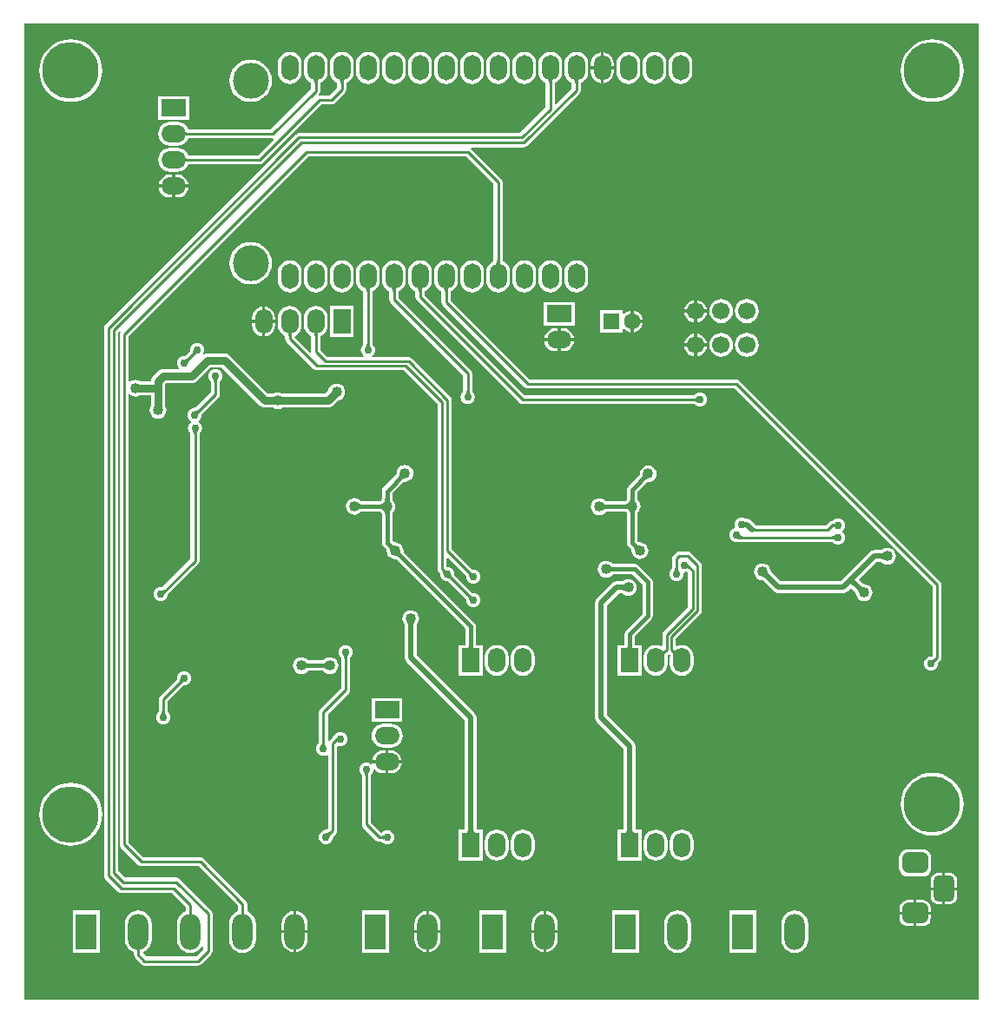
<source format=gbl>
G04*
G04 #@! TF.GenerationSoftware,Altium Limited,Altium Designer,19.0.12 (326)*
G04*
G04 Layer_Physical_Order=2*
G04 Layer_Color=16711680*
%FSAX44Y44*%
%MOMM*%
G71*
G01*
G75*
%ADD15C,0.3810*%
%ADD22C,0.2540*%
%ADD101C,0.5080*%
%ADD102C,0.7620*%
%ADD107C,3.5000*%
%ADD108O,1.7000X2.5000*%
%ADD109C,1.7000*%
%ADD110R,1.6000X1.6000*%
%ADD111C,1.6000*%
%ADD112O,2.4000X1.7000*%
%ADD113R,2.4000X1.7000*%
%ADD114O,1.7000X2.4000*%
%ADD115R,1.7000X2.4000*%
G04:AMPARAMS|DCode=116|XSize=2mm|YSize=2.6mm|CornerRadius=0.5mm|HoleSize=0mm|Usage=FLASHONLY|Rotation=180.000|XOffset=0mm|YOffset=0mm|HoleType=Round|Shape=RoundedRectangle|*
%AMROUNDEDRECTD116*
21,1,2.0000,1.6000,0,0,180.0*
21,1,1.0000,2.6000,0,0,180.0*
1,1,1.0000,-0.5000,0.8000*
1,1,1.0000,0.5000,0.8000*
1,1,1.0000,0.5000,-0.8000*
1,1,1.0000,-0.5000,-0.8000*
%
%ADD116ROUNDEDRECTD116*%
G04:AMPARAMS|DCode=117|XSize=2.5mm|YSize=2mm|CornerRadius=0.5mm|HoleSize=0mm|Usage=FLASHONLY|Rotation=180.000|XOffset=0mm|YOffset=0mm|HoleType=Round|Shape=RoundedRectangle|*
%AMROUNDEDRECTD117*
21,1,2.5000,1.0000,0,0,180.0*
21,1,1.5000,2.0000,0,0,180.0*
1,1,1.0000,-0.7500,0.5000*
1,1,1.0000,0.7500,0.5000*
1,1,1.0000,0.7500,-0.5000*
1,1,1.0000,-0.7500,-0.5000*
%
%ADD117ROUNDEDRECTD117*%
%ADD118R,2.0000X3.5000*%
%ADD119O,2.0000X3.5000*%
%ADD120C,5.5000*%
%ADD121C,0.7620*%
%ADD122C,1.0160*%
G36*
X00935597Y00004403D02*
X00004403D01*
X00004402Y00955597D01*
X00935597Y00955598D01*
X00935597Y00004403D01*
D02*
G37*
%LPC*%
G36*
X00569913Y00927715D02*
Y00914304D01*
X00579525D01*
Y00916780D01*
X00579145Y00919662D01*
X00578033Y00922348D01*
X00576263Y00924654D01*
X00573957Y00926423D01*
X00571271Y00927536D01*
X00569913Y00927715D01*
D02*
G37*
G36*
X00566865D02*
X00565507Y00927536D01*
X00562822Y00926423D01*
X00560516Y00924654D01*
X00558746Y00922348D01*
X00557634Y00919662D01*
X00557254Y00916780D01*
Y00914304D01*
X00566865D01*
Y00927715D01*
D02*
G37*
G36*
X00579525Y00911256D02*
X00569913D01*
Y00897845D01*
X00571271Y00898024D01*
X00573957Y00899137D01*
X00576263Y00900906D01*
X00578033Y00903212D01*
X00579145Y00905898D01*
X00579525Y00908780D01*
Y00911256D01*
D02*
G37*
G36*
X00566865D02*
X00557254D01*
Y00908780D01*
X00557634Y00905898D01*
X00558746Y00903212D01*
X00560516Y00900906D01*
X00562822Y00899137D01*
X00565507Y00898024D01*
X00566865Y00897845D01*
Y00911256D01*
D02*
G37*
G36*
X00644589Y00928428D02*
X00641575Y00928031D01*
X00638765Y00926867D01*
X00636353Y00925016D01*
X00634502Y00922604D01*
X00633339Y00919795D01*
X00632942Y00916780D01*
Y00908780D01*
X00633339Y00905765D01*
X00634502Y00902956D01*
X00636353Y00900544D01*
X00638765Y00898693D01*
X00641575Y00897529D01*
X00644589Y00897132D01*
X00647604Y00897529D01*
X00650413Y00898693D01*
X00652825Y00900544D01*
X00654677Y00902956D01*
X00655840Y00905765D01*
X00656237Y00908780D01*
Y00916780D01*
X00655840Y00919795D01*
X00654677Y00922604D01*
X00652825Y00925016D01*
X00650413Y00926867D01*
X00647604Y00928031D01*
X00644589Y00928428D01*
D02*
G37*
G36*
X00619189D02*
X00616175Y00928031D01*
X00613366Y00926867D01*
X00610953Y00925016D01*
X00609102Y00922604D01*
X00607939Y00919795D01*
X00607542Y00916780D01*
Y00908780D01*
X00607939Y00905765D01*
X00609102Y00902956D01*
X00610953Y00900544D01*
X00613366Y00898693D01*
X00616175Y00897529D01*
X00619189Y00897132D01*
X00622204Y00897529D01*
X00625013Y00898693D01*
X00627425Y00900544D01*
X00629277Y00902956D01*
X00630440Y00905765D01*
X00630837Y00908780D01*
Y00916780D01*
X00630440Y00919795D01*
X00629277Y00922604D01*
X00627425Y00925016D01*
X00625013Y00926867D01*
X00622204Y00928031D01*
X00619189Y00928428D01*
D02*
G37*
G36*
X00593789D02*
X00590775Y00928031D01*
X00587966Y00926867D01*
X00585553Y00925016D01*
X00583702Y00922604D01*
X00582539Y00919795D01*
X00582142Y00916780D01*
Y00908780D01*
X00582539Y00905765D01*
X00583702Y00902956D01*
X00585553Y00900544D01*
X00587966Y00898693D01*
X00590775Y00897529D01*
X00593789Y00897132D01*
X00596804Y00897529D01*
X00599613Y00898693D01*
X00602025Y00900544D01*
X00603876Y00902956D01*
X00605040Y00905765D01*
X00605437Y00908780D01*
Y00916780D01*
X00605040Y00919795D01*
X00603876Y00922604D01*
X00602025Y00925016D01*
X00599613Y00926867D01*
X00596804Y00928031D01*
X00593789Y00928428D01*
D02*
G37*
G36*
X00492189D02*
X00489175Y00928031D01*
X00486366Y00926867D01*
X00483953Y00925016D01*
X00482102Y00922604D01*
X00480939Y00919795D01*
X00480542Y00916780D01*
Y00908780D01*
X00480939Y00905765D01*
X00482102Y00902956D01*
X00483953Y00900544D01*
X00486366Y00898693D01*
X00489175Y00897529D01*
X00492189Y00897132D01*
X00495204Y00897529D01*
X00498013Y00898693D01*
X00500425Y00900544D01*
X00502276Y00902956D01*
X00503440Y00905765D01*
X00503837Y00908780D01*
Y00916780D01*
X00503440Y00919795D01*
X00502276Y00922604D01*
X00500425Y00925016D01*
X00498013Y00926867D01*
X00495204Y00928031D01*
X00492189Y00928428D01*
D02*
G37*
G36*
X00466789D02*
X00463775Y00928031D01*
X00460966Y00926867D01*
X00458553Y00925016D01*
X00456702Y00922604D01*
X00455539Y00919795D01*
X00455142Y00916780D01*
Y00908780D01*
X00455539Y00905765D01*
X00456702Y00902956D01*
X00458553Y00900544D01*
X00460966Y00898693D01*
X00463775Y00897529D01*
X00466789Y00897132D01*
X00469804Y00897529D01*
X00472613Y00898693D01*
X00475025Y00900544D01*
X00476876Y00902956D01*
X00478040Y00905765D01*
X00478437Y00908780D01*
Y00916780D01*
X00478040Y00919795D01*
X00476876Y00922604D01*
X00475025Y00925016D01*
X00472613Y00926867D01*
X00469804Y00928031D01*
X00466789Y00928428D01*
D02*
G37*
G36*
X00441389D02*
X00438375Y00928031D01*
X00435565Y00926867D01*
X00433153Y00925016D01*
X00431302Y00922604D01*
X00430139Y00919795D01*
X00429742Y00916780D01*
Y00908780D01*
X00430139Y00905765D01*
X00431302Y00902956D01*
X00433153Y00900544D01*
X00435565Y00898693D01*
X00438375Y00897529D01*
X00441389Y00897132D01*
X00444404Y00897529D01*
X00447213Y00898693D01*
X00449626Y00900544D01*
X00451477Y00902956D01*
X00452640Y00905765D01*
X00453037Y00908780D01*
Y00916780D01*
X00452640Y00919795D01*
X00451477Y00922604D01*
X00449626Y00925016D01*
X00447213Y00926867D01*
X00444404Y00928031D01*
X00441389Y00928428D01*
D02*
G37*
G36*
X00415989D02*
X00412975Y00928031D01*
X00410165Y00926867D01*
X00407753Y00925016D01*
X00405902Y00922604D01*
X00404739Y00919795D01*
X00404342Y00916780D01*
Y00908780D01*
X00404739Y00905765D01*
X00405902Y00902956D01*
X00407753Y00900544D01*
X00410165Y00898693D01*
X00412975Y00897529D01*
X00415989Y00897132D01*
X00419004Y00897529D01*
X00421813Y00898693D01*
X00424226Y00900544D01*
X00426077Y00902956D01*
X00427240Y00905765D01*
X00427637Y00908780D01*
Y00916780D01*
X00427240Y00919795D01*
X00426077Y00922604D01*
X00424226Y00925016D01*
X00421813Y00926867D01*
X00419004Y00928031D01*
X00415989Y00928428D01*
D02*
G37*
G36*
X00390589D02*
X00387575Y00928031D01*
X00384766Y00926867D01*
X00382353Y00925016D01*
X00380502Y00922604D01*
X00379339Y00919795D01*
X00378942Y00916780D01*
Y00908780D01*
X00379339Y00905765D01*
X00380502Y00902956D01*
X00382353Y00900544D01*
X00384766Y00898693D01*
X00387575Y00897529D01*
X00390589Y00897132D01*
X00393604Y00897529D01*
X00396413Y00898693D01*
X00398825Y00900544D01*
X00400676Y00902956D01*
X00401840Y00905765D01*
X00402237Y00908780D01*
Y00916780D01*
X00401840Y00919795D01*
X00400676Y00922604D01*
X00398825Y00925016D01*
X00396413Y00926867D01*
X00393604Y00928031D01*
X00390589Y00928428D01*
D02*
G37*
G36*
X00365189D02*
X00362175Y00928031D01*
X00359366Y00926867D01*
X00356953Y00925016D01*
X00355102Y00922604D01*
X00353939Y00919795D01*
X00353542Y00916780D01*
Y00908780D01*
X00353939Y00905765D01*
X00355102Y00902956D01*
X00356953Y00900544D01*
X00359366Y00898693D01*
X00362175Y00897529D01*
X00365189Y00897132D01*
X00368204Y00897529D01*
X00371013Y00898693D01*
X00373425Y00900544D01*
X00375276Y00902956D01*
X00376440Y00905765D01*
X00376837Y00908780D01*
Y00916780D01*
X00376440Y00919795D01*
X00375276Y00922604D01*
X00373425Y00925016D01*
X00371013Y00926867D01*
X00368204Y00928031D01*
X00365189Y00928428D01*
D02*
G37*
G36*
X00339789D02*
X00336775Y00928031D01*
X00333965Y00926867D01*
X00331553Y00925016D01*
X00329702Y00922604D01*
X00328539Y00919795D01*
X00328142Y00916780D01*
Y00908780D01*
X00328539Y00905765D01*
X00329702Y00902956D01*
X00331553Y00900544D01*
X00333965Y00898693D01*
X00336775Y00897529D01*
X00339789Y00897132D01*
X00342804Y00897529D01*
X00345613Y00898693D01*
X00348026Y00900544D01*
X00349877Y00902956D01*
X00351040Y00905765D01*
X00351437Y00908780D01*
Y00916780D01*
X00351040Y00919795D01*
X00349877Y00922604D01*
X00348026Y00925016D01*
X00345613Y00926867D01*
X00342804Y00928031D01*
X00339789Y00928428D01*
D02*
G37*
G36*
X00263589D02*
X00260575Y00928031D01*
X00257766Y00926867D01*
X00255353Y00925016D01*
X00253502Y00922604D01*
X00252339Y00919795D01*
X00251942Y00916780D01*
Y00908780D01*
X00252339Y00905765D01*
X00253502Y00902956D01*
X00255353Y00900544D01*
X00257766Y00898693D01*
X00260575Y00897529D01*
X00263589Y00897132D01*
X00266604Y00897529D01*
X00269413Y00898693D01*
X00271826Y00900544D01*
X00273676Y00902956D01*
X00274840Y00905765D01*
X00275237Y00908780D01*
Y00916780D01*
X00274840Y00919795D01*
X00273676Y00922604D01*
X00271826Y00925016D01*
X00269413Y00926867D01*
X00266604Y00928031D01*
X00263589Y00928428D01*
D02*
G37*
G36*
X00314389D02*
X00311375Y00928031D01*
X00308566Y00926867D01*
X00306153Y00925016D01*
X00304302Y00922604D01*
X00303139Y00919795D01*
X00302742Y00916780D01*
Y00908780D01*
X00303139Y00905765D01*
X00304302Y00902956D01*
X00306153Y00900544D01*
X00308566Y00898693D01*
X00309987Y00898104D01*
Y00893284D01*
X00302406Y00885703D01*
X00292660D01*
X00292316Y00885634D01*
X00291691Y00886805D01*
X00292103Y00887216D01*
X00293057Y00888645D01*
X00293392Y00890330D01*
Y00898104D01*
X00294813Y00898693D01*
X00297225Y00900544D01*
X00299076Y00902956D01*
X00300240Y00905765D01*
X00300637Y00908780D01*
Y00916780D01*
X00300240Y00919795D01*
X00299076Y00922604D01*
X00297225Y00925016D01*
X00294813Y00926867D01*
X00292004Y00928031D01*
X00288989Y00928428D01*
X00285975Y00928031D01*
X00283165Y00926867D01*
X00280753Y00925016D01*
X00278902Y00922604D01*
X00277739Y00919795D01*
X00277342Y00916780D01*
Y00908780D01*
X00277739Y00905765D01*
X00278902Y00902956D01*
X00280753Y00900544D01*
X00283165Y00898693D01*
X00284587Y00898104D01*
Y00892153D01*
X00245116Y00852683D01*
X00164596D01*
X00164007Y00854104D01*
X00162156Y00856516D01*
X00159744Y00858367D01*
X00156934Y00859531D01*
X00153920Y00859928D01*
X00146920D01*
X00143905Y00859531D01*
X00141096Y00858367D01*
X00138684Y00856516D01*
X00136833Y00854104D01*
X00135669Y00851295D01*
X00135272Y00848280D01*
X00135669Y00845265D01*
X00136833Y00842456D01*
X00138684Y00840044D01*
X00141096Y00838193D01*
X00143905Y00837029D01*
X00146920Y00836632D01*
X00153920D01*
X00156934Y00837029D01*
X00159744Y00838193D01*
X00162156Y00840044D01*
X00164007Y00842456D01*
X00164596Y00843877D01*
X00246940D01*
X00247283Y00843946D01*
X00247909Y00842775D01*
X00232416Y00827283D01*
X00164596D01*
X00164007Y00828704D01*
X00162156Y00831116D01*
X00159744Y00832967D01*
X00156934Y00834131D01*
X00153920Y00834528D01*
X00146920D01*
X00143905Y00834131D01*
X00141096Y00832967D01*
X00138684Y00831116D01*
X00136833Y00828704D01*
X00135669Y00825895D01*
X00135272Y00822880D01*
X00135669Y00819865D01*
X00136833Y00817056D01*
X00138684Y00814644D01*
X00141096Y00812793D01*
X00143905Y00811629D01*
X00146920Y00811232D01*
X00153920D01*
X00156934Y00811629D01*
X00159744Y00812793D01*
X00162156Y00814644D01*
X00164007Y00817056D01*
X00164596Y00818477D01*
X00234240D01*
X00235925Y00818812D01*
X00237353Y00819767D01*
X00294484Y00876897D01*
X00304229D01*
X00305914Y00877233D01*
X00307342Y00878187D01*
X00317502Y00888347D01*
X00318457Y00889775D01*
X00318792Y00891460D01*
Y00898104D01*
X00320213Y00898693D01*
X00322626Y00900544D01*
X00324477Y00902956D01*
X00325640Y00905765D01*
X00326037Y00908780D01*
Y00916780D01*
X00325640Y00919795D01*
X00324477Y00922604D01*
X00322626Y00925016D01*
X00320213Y00926867D01*
X00317404Y00928031D01*
X00314389Y00928428D01*
D02*
G37*
G36*
X00225489Y00920727D02*
X00221461Y00920331D01*
X00217588Y00919156D01*
X00214018Y00917248D01*
X00210889Y00914680D01*
X00208322Y00911551D01*
X00206414Y00907981D01*
X00205239Y00904108D01*
X00204842Y00900080D01*
X00205239Y00896052D01*
X00206414Y00892179D01*
X00208322Y00888609D01*
X00210889Y00885480D01*
X00214018Y00882912D01*
X00217588Y00881004D01*
X00221461Y00879829D01*
X00225489Y00879433D01*
X00229517Y00879829D01*
X00233391Y00881004D01*
X00236960Y00882912D01*
X00240089Y00885480D01*
X00242657Y00888609D01*
X00244565Y00892179D01*
X00245740Y00896052D01*
X00246137Y00900080D01*
X00245740Y00904108D01*
X00244565Y00907981D01*
X00242657Y00911551D01*
X00240089Y00914680D01*
X00236960Y00917248D01*
X00233391Y00919156D01*
X00229517Y00920331D01*
X00225489Y00920727D01*
D02*
G37*
G36*
X00890000Y00940642D02*
X00885206Y00940265D01*
X00880531Y00939143D01*
X00876088Y00937303D01*
X00871989Y00934790D01*
X00868332Y00931667D01*
X00865210Y00928011D01*
X00862697Y00923911D01*
X00860857Y00919469D01*
X00859735Y00914793D01*
X00859357Y00910000D01*
X00859735Y00905206D01*
X00860857Y00900531D01*
X00862697Y00896089D01*
X00865210Y00891989D01*
X00868332Y00888333D01*
X00871989Y00885210D01*
X00876088Y00882697D01*
X00880531Y00880857D01*
X00885206Y00879735D01*
X00890000Y00879358D01*
X00894793Y00879735D01*
X00899469Y00880857D01*
X00903911Y00882697D01*
X00908011Y00885210D01*
X00911667Y00888333D01*
X00914790Y00891989D01*
X00917302Y00896089D01*
X00919143Y00900531D01*
X00920265Y00905206D01*
X00920642Y00910000D01*
X00920265Y00914793D01*
X00919143Y00919469D01*
X00917302Y00923911D01*
X00914790Y00928011D01*
X00911667Y00931667D01*
X00908011Y00934790D01*
X00903911Y00937303D01*
X00899469Y00939143D01*
X00894793Y00940265D01*
X00890000Y00940642D01*
D02*
G37*
G36*
X00050000D02*
X00045206Y00940265D01*
X00040531Y00939143D01*
X00036089Y00937303D01*
X00031989Y00934790D01*
X00028333Y00931667D01*
X00025210Y00928011D01*
X00022697Y00923911D01*
X00020857Y00919469D01*
X00019735Y00914793D01*
X00019358Y00910000D01*
X00019735Y00905206D01*
X00020857Y00900531D01*
X00022697Y00896089D01*
X00025210Y00891989D01*
X00028333Y00888333D01*
X00031989Y00885210D01*
X00036089Y00882697D01*
X00040531Y00880857D01*
X00045206Y00879735D01*
X00050000Y00879358D01*
X00054794Y00879735D01*
X00059469Y00880857D01*
X00063911Y00882697D01*
X00068011Y00885210D01*
X00071667Y00888333D01*
X00074790Y00891989D01*
X00077303Y00896089D01*
X00079143Y00900531D01*
X00080265Y00905206D01*
X00080642Y00910000D01*
X00080265Y00914793D01*
X00079143Y00919469D01*
X00077303Y00923911D01*
X00074790Y00928011D01*
X00071667Y00931667D01*
X00068011Y00934790D01*
X00063911Y00937303D01*
X00059469Y00939143D01*
X00054794Y00940265D01*
X00050000Y00940642D01*
D02*
G37*
G36*
X00542989Y00928428D02*
X00539975Y00928031D01*
X00537165Y00926867D01*
X00534753Y00925016D01*
X00532902Y00922604D01*
X00531739Y00919795D01*
X00531342Y00916780D01*
Y00908780D01*
X00531739Y00905765D01*
X00532902Y00902956D01*
X00534753Y00900544D01*
X00537165Y00898693D01*
X00538587Y00898104D01*
Y00892589D01*
X00523165Y00877167D01*
X00521992Y00877653D01*
Y00898104D01*
X00523413Y00898693D01*
X00525826Y00900544D01*
X00527677Y00902956D01*
X00528840Y00905765D01*
X00529237Y00908780D01*
Y00916780D01*
X00528840Y00919795D01*
X00527677Y00922604D01*
X00525826Y00925016D01*
X00523413Y00926867D01*
X00520604Y00928031D01*
X00517589Y00928428D01*
X00514575Y00928031D01*
X00511766Y00926867D01*
X00509353Y00925016D01*
X00507502Y00922604D01*
X00506339Y00919795D01*
X00505942Y00916780D01*
Y00908780D01*
X00506339Y00905765D01*
X00507502Y00902956D01*
X00509353Y00900544D01*
X00511766Y00898693D01*
X00513187Y00898104D01*
Y00874373D01*
X00487904Y00849090D01*
X00272776D01*
X00271091Y00848755D01*
X00269663Y00847801D01*
X00083807Y00661945D01*
X00082852Y00660517D01*
X00082517Y00658832D01*
Y00125520D01*
X00082852Y00123835D01*
X00083807Y00122406D01*
X00096648Y00109565D01*
X00098076Y00108611D01*
X00099761Y00108276D01*
X00148498D01*
X00162397Y00094377D01*
Y00090439D01*
X00160219Y00089537D01*
X00157493Y00087446D01*
X00155402Y00084720D01*
X00154087Y00081546D01*
X00153639Y00078140D01*
Y00063140D01*
X00154087Y00059734D01*
X00155402Y00056560D01*
X00157493Y00053834D01*
X00160219Y00051743D01*
X00163393Y00050428D01*
X00166799Y00049979D01*
X00170206Y00050428D01*
X00173380Y00051743D01*
X00176105Y00053834D01*
X00178197Y00056560D01*
X00178327Y00056875D01*
X00179597Y00056622D01*
Y00053544D01*
X00172456Y00046403D01*
X00123824D01*
X00120559Y00049667D01*
X00120708Y00050967D01*
X00122580Y00051743D01*
X00125305Y00053834D01*
X00127397Y00056560D01*
X00128712Y00059734D01*
X00129160Y00063140D01*
Y00078140D01*
X00128712Y00081546D01*
X00127397Y00084720D01*
X00125305Y00087446D01*
X00122580Y00089537D01*
X00119406Y00090852D01*
X00115999Y00091301D01*
X00112593Y00090852D01*
X00109419Y00089537D01*
X00106693Y00087446D01*
X00104602Y00084720D01*
X00103287Y00081546D01*
X00102839Y00078140D01*
Y00063140D01*
X00103287Y00059734D01*
X00104602Y00056560D01*
X00106693Y00053834D01*
X00109419Y00051743D01*
X00111597Y00050841D01*
Y00048001D01*
X00111932Y00046316D01*
X00112886Y00044887D01*
X00118887Y00038887D01*
X00120315Y00037933D01*
X00122000Y00037597D01*
X00174280D01*
X00175965Y00037933D01*
X00177393Y00038887D01*
X00187113Y00048607D01*
X00188067Y00050035D01*
X00188403Y00051720D01*
Y00088260D01*
X00188067Y00089945D01*
X00187113Y00091373D01*
X00156373Y00122113D01*
X00154945Y00123067D01*
X00153260Y00123403D01*
X00102824D01*
X00096402Y00129824D01*
X00096402Y00654904D01*
X00097938Y00656440D01*
X00098925Y00655631D01*
X00098092Y00654385D01*
X00097757Y00652700D01*
Y00155840D01*
X00098092Y00154155D01*
X00099047Y00152727D01*
X00115887Y00135887D01*
X00117315Y00134932D01*
X00119000Y00134597D01*
X00174616D01*
X00213197Y00096017D01*
Y00090439D01*
X00211019Y00089537D01*
X00208293Y00087446D01*
X00206202Y00084720D01*
X00204887Y00081546D01*
X00204439Y00078140D01*
Y00063140D01*
X00204887Y00059734D01*
X00206202Y00056560D01*
X00208293Y00053834D01*
X00211019Y00051743D01*
X00214193Y00050428D01*
X00217599Y00049979D01*
X00221006Y00050428D01*
X00224180Y00051743D01*
X00226905Y00053834D01*
X00228997Y00056560D01*
X00230312Y00059734D01*
X00230760Y00063140D01*
Y00078140D01*
X00230312Y00081546D01*
X00228997Y00084720D01*
X00226905Y00087446D01*
X00224180Y00089537D01*
X00222002Y00090439D01*
Y00097840D01*
X00222002Y00097840D01*
X00221667Y00099525D01*
X00220713Y00100954D01*
X00179553Y00142113D01*
X00178125Y00143068D01*
X00176440Y00143403D01*
X00120824D01*
X00106562Y00157664D01*
Y00594261D01*
X00107832Y00594572D01*
X00109360Y00593400D01*
X00111337Y00592581D01*
X00113459Y00592301D01*
X00115581Y00592581D01*
X00117558Y00593400D01*
X00117796Y00593582D01*
X00128263D01*
Y00583377D01*
X00128080Y00583139D01*
X00127261Y00581162D01*
X00126982Y00579040D01*
X00127261Y00576918D01*
X00128080Y00574941D01*
X00129383Y00573243D01*
X00131081Y00571940D01*
X00133058Y00571121D01*
X00135180Y00570842D01*
X00137302Y00571121D01*
X00139279Y00571940D01*
X00140977Y00573243D01*
X00142280Y00574941D01*
X00143099Y00576918D01*
X00143378Y00579040D01*
X00143099Y00581162D01*
X00142280Y00583139D01*
X00142097Y00583377D01*
Y00599360D01*
Y00604115D01*
X00143125Y00605143D01*
X00168200D01*
X00169990Y00605378D01*
X00171658Y00606069D01*
X00173091Y00607169D01*
X00186305Y00620383D01*
X00197224D01*
X00234218Y00583389D01*
X00235651Y00582290D01*
X00237319Y00581599D01*
X00239109Y00581363D01*
X00247683D01*
X00247921Y00581180D01*
X00249898Y00580361D01*
X00252020Y00580082D01*
X00254142Y00580361D01*
X00256119Y00581180D01*
X00256357Y00581363D01*
X00300879D01*
X00302670Y00581599D01*
X00304338Y00582290D01*
X00305770Y00583389D01*
X00311244Y00588862D01*
X00311541Y00588901D01*
X00313518Y00589720D01*
X00315216Y00591023D01*
X00316519Y00592721D01*
X00317338Y00594698D01*
X00317617Y00596820D01*
X00317338Y00598942D01*
X00316519Y00600919D01*
X00315216Y00602617D01*
X00313518Y00603920D01*
X00311541Y00604739D01*
X00309419Y00605018D01*
X00307297Y00604739D01*
X00305320Y00603920D01*
X00303622Y00602617D01*
X00302320Y00600919D01*
X00301501Y00598942D01*
X00301461Y00598644D01*
X00298014Y00595197D01*
X00256357D01*
X00256119Y00595380D01*
X00254142Y00596199D01*
X00252020Y00596478D01*
X00249898Y00596199D01*
X00247921Y00595380D01*
X00247683Y00595197D01*
X00241975D01*
X00204981Y00632191D01*
X00203548Y00633290D01*
X00201880Y00633982D01*
X00200089Y00634217D01*
X00183440D01*
X00181649Y00633982D01*
X00180387Y00633458D01*
X00179438Y00634407D01*
X00179961Y00635670D01*
X00180197Y00637460D01*
X00179961Y00639250D01*
X00179270Y00640919D01*
X00178171Y00642351D01*
X00176738Y00643450D01*
X00175070Y00644141D01*
X00173280Y00644377D01*
X00171490Y00644141D01*
X00169821Y00643450D01*
X00168389Y00642351D01*
X00167289Y00640919D01*
X00166598Y00639250D01*
X00166373Y00637538D01*
X00166363Y00637494D01*
X00166357Y00637218D01*
X00166343Y00637071D01*
X00166322Y00636949D01*
X00166297Y00636846D01*
X00166268Y00636761D01*
X00166235Y00636686D01*
X00166198Y00636617D01*
X00166173Y00636579D01*
X00161461Y00631867D01*
X00161423Y00631842D01*
X00161354Y00631805D01*
X00161279Y00631772D01*
X00161194Y00631743D01*
X00161091Y00631718D01*
X00160969Y00631697D01*
X00160821Y00631683D01*
X00160546Y00631677D01*
X00160502Y00631667D01*
X00158790Y00631441D01*
X00157121Y00630751D01*
X00155689Y00629651D01*
X00154589Y00628219D01*
X00153898Y00626550D01*
X00153663Y00624760D01*
X00153898Y00622970D01*
X00154589Y00621301D01*
X00155398Y00620247D01*
X00154886Y00618977D01*
X00140260D01*
X00138470Y00618741D01*
X00136801Y00618050D01*
X00135369Y00616951D01*
X00130289Y00611871D01*
X00129189Y00610439D01*
X00128498Y00608770D01*
X00128320Y00607417D01*
X00117796D01*
X00117558Y00607599D01*
X00115581Y00608418D01*
X00113459Y00608698D01*
X00111337Y00608418D01*
X00109360Y00607599D01*
X00107832Y00606427D01*
X00106562Y00606738D01*
Y00650876D01*
X00281784Y00826097D01*
X00435616D01*
X00462387Y00799327D01*
Y00724256D01*
X00460966Y00723667D01*
X00458553Y00721816D01*
X00456702Y00719404D01*
X00455539Y00716595D01*
X00455142Y00713580D01*
Y00705580D01*
X00455539Y00702565D01*
X00456702Y00699756D01*
X00458553Y00697344D01*
X00460966Y00695493D01*
X00463775Y00694329D01*
X00466789Y00693932D01*
X00469804Y00694329D01*
X00472613Y00695493D01*
X00475025Y00697344D01*
X00476876Y00699756D01*
X00478040Y00702565D01*
X00478437Y00705580D01*
Y00713580D01*
X00478040Y00716595D01*
X00476876Y00719404D01*
X00475025Y00721816D01*
X00472613Y00723667D01*
X00471192Y00724256D01*
Y00801151D01*
X00470857Y00802835D01*
X00469902Y00804264D01*
X00469902Y00804264D01*
X00440553Y00833613D01*
X00440071Y00833935D01*
X00440456Y00835205D01*
X00491832D01*
X00493517Y00835540D01*
X00494945Y00836495D01*
X00546102Y00887652D01*
X00547057Y00889081D01*
X00547392Y00890765D01*
Y00898104D01*
X00548813Y00898693D01*
X00551226Y00900544D01*
X00553077Y00902956D01*
X00554240Y00905765D01*
X00554637Y00908780D01*
Y00916780D01*
X00554240Y00919795D01*
X00553077Y00922604D01*
X00551226Y00925016D01*
X00548813Y00926867D01*
X00546004Y00928031D01*
X00542989Y00928428D01*
D02*
G37*
G36*
X00165468Y00885228D02*
X00135372D01*
Y00862132D01*
X00165468D01*
Y00885228D01*
D02*
G37*
G36*
X00153920Y00808615D02*
X00151944D01*
Y00799004D01*
X00164855D01*
X00164676Y00800362D01*
X00163563Y00803048D01*
X00161794Y00805354D01*
X00159487Y00807123D01*
X00156802Y00808236D01*
X00153920Y00808615D01*
D02*
G37*
G36*
X00148896D02*
X00146920D01*
X00144038Y00808236D01*
X00141352Y00807123D01*
X00139046Y00805354D01*
X00137276Y00803048D01*
X00136164Y00800362D01*
X00135985Y00799004D01*
X00148896D01*
Y00808615D01*
D02*
G37*
G36*
X00164855Y00795956D02*
X00151944D01*
Y00786345D01*
X00153920D01*
X00156802Y00786724D01*
X00159487Y00787837D01*
X00161794Y00789606D01*
X00163563Y00791912D01*
X00164676Y00794598D01*
X00164855Y00795956D01*
D02*
G37*
G36*
X00148896D02*
X00135985D01*
X00136164Y00794598D01*
X00137276Y00791912D01*
X00139046Y00789606D01*
X00141352Y00787837D01*
X00144038Y00786724D01*
X00146920Y00786345D01*
X00148896D01*
Y00795956D01*
D02*
G37*
G36*
X00225489Y00742927D02*
X00221461Y00742531D01*
X00217588Y00741356D01*
X00214018Y00739448D01*
X00210889Y00736880D01*
X00208322Y00733751D01*
X00206414Y00730181D01*
X00205239Y00726308D01*
X00204842Y00722280D01*
X00205239Y00718252D01*
X00206414Y00714379D01*
X00208322Y00710809D01*
X00210889Y00707680D01*
X00214018Y00705112D01*
X00217588Y00703204D01*
X00221461Y00702029D01*
X00225489Y00701633D01*
X00229517Y00702029D01*
X00233391Y00703204D01*
X00236960Y00705112D01*
X00240089Y00707680D01*
X00242657Y00710809D01*
X00244565Y00714379D01*
X00245740Y00718252D01*
X00246137Y00722280D01*
X00245740Y00726308D01*
X00244565Y00730181D01*
X00242657Y00733751D01*
X00240089Y00736880D01*
X00236960Y00739448D01*
X00233391Y00741356D01*
X00229517Y00742531D01*
X00225489Y00742927D01*
D02*
G37*
G36*
X00542989Y00725228D02*
X00539975Y00724831D01*
X00537165Y00723667D01*
X00534753Y00721816D01*
X00532902Y00719404D01*
X00531739Y00716595D01*
X00531342Y00713580D01*
Y00705580D01*
X00531739Y00702565D01*
X00532902Y00699756D01*
X00534753Y00697344D01*
X00537165Y00695493D01*
X00539975Y00694329D01*
X00542989Y00693932D01*
X00546004Y00694329D01*
X00548813Y00695493D01*
X00551226Y00697344D01*
X00553077Y00699756D01*
X00554240Y00702565D01*
X00554637Y00705580D01*
Y00713580D01*
X00554240Y00716595D01*
X00553077Y00719404D01*
X00551226Y00721816D01*
X00548813Y00723667D01*
X00546004Y00724831D01*
X00542989Y00725228D01*
D02*
G37*
G36*
X00517589D02*
X00514575Y00724831D01*
X00511766Y00723667D01*
X00509353Y00721816D01*
X00507502Y00719404D01*
X00506339Y00716595D01*
X00505942Y00713580D01*
Y00705580D01*
X00506339Y00702565D01*
X00507502Y00699756D01*
X00509353Y00697344D01*
X00511766Y00695493D01*
X00514575Y00694329D01*
X00517589Y00693932D01*
X00520604Y00694329D01*
X00523413Y00695493D01*
X00525826Y00697344D01*
X00527677Y00699756D01*
X00528840Y00702565D01*
X00529237Y00705580D01*
Y00713580D01*
X00528840Y00716595D01*
X00527677Y00719404D01*
X00525826Y00721816D01*
X00523413Y00723667D01*
X00520604Y00724831D01*
X00517589Y00725228D01*
D02*
G37*
G36*
X00492189D02*
X00489175Y00724831D01*
X00486366Y00723667D01*
X00483953Y00721816D01*
X00482102Y00719404D01*
X00480939Y00716595D01*
X00480542Y00713580D01*
Y00705580D01*
X00480939Y00702565D01*
X00482102Y00699756D01*
X00483953Y00697344D01*
X00486366Y00695493D01*
X00489175Y00694329D01*
X00492189Y00693932D01*
X00495204Y00694329D01*
X00498013Y00695493D01*
X00500425Y00697344D01*
X00502276Y00699756D01*
X00503440Y00702565D01*
X00503837Y00705580D01*
Y00713580D01*
X00503440Y00716595D01*
X00502276Y00719404D01*
X00500425Y00721816D01*
X00498013Y00723667D01*
X00495204Y00724831D01*
X00492189Y00725228D01*
D02*
G37*
G36*
X00441389D02*
X00438375Y00724831D01*
X00435565Y00723667D01*
X00433153Y00721816D01*
X00431302Y00719404D01*
X00430139Y00716595D01*
X00429742Y00713580D01*
Y00705580D01*
X00430139Y00702565D01*
X00431302Y00699756D01*
X00433153Y00697344D01*
X00435565Y00695493D01*
X00438375Y00694329D01*
X00441389Y00693932D01*
X00444404Y00694329D01*
X00447213Y00695493D01*
X00449626Y00697344D01*
X00451477Y00699756D01*
X00452640Y00702565D01*
X00453037Y00705580D01*
Y00713580D01*
X00452640Y00716595D01*
X00451477Y00719404D01*
X00449626Y00721816D01*
X00447213Y00723667D01*
X00444404Y00724831D01*
X00441389Y00725228D01*
D02*
G37*
G36*
X00314389D02*
X00311375Y00724831D01*
X00308566Y00723667D01*
X00306153Y00721816D01*
X00304302Y00719404D01*
X00303139Y00716595D01*
X00302742Y00713580D01*
Y00705580D01*
X00303139Y00702565D01*
X00304302Y00699756D01*
X00306153Y00697344D01*
X00308566Y00695493D01*
X00311375Y00694329D01*
X00314389Y00693932D01*
X00317404Y00694329D01*
X00320213Y00695493D01*
X00322626Y00697344D01*
X00324477Y00699756D01*
X00325640Y00702565D01*
X00326037Y00705580D01*
Y00713580D01*
X00325640Y00716595D01*
X00324477Y00719404D01*
X00322626Y00721816D01*
X00320213Y00723667D01*
X00317404Y00724831D01*
X00314389Y00725228D01*
D02*
G37*
G36*
X00288989D02*
X00285975Y00724831D01*
X00283165Y00723667D01*
X00280753Y00721816D01*
X00278902Y00719404D01*
X00277739Y00716595D01*
X00277342Y00713580D01*
Y00705580D01*
X00277739Y00702565D01*
X00278902Y00699756D01*
X00280753Y00697344D01*
X00283165Y00695493D01*
X00285975Y00694329D01*
X00288989Y00693932D01*
X00292004Y00694329D01*
X00294813Y00695493D01*
X00297225Y00697344D01*
X00299076Y00699756D01*
X00300240Y00702565D01*
X00300637Y00705580D01*
Y00713580D01*
X00300240Y00716595D01*
X00299076Y00719404D01*
X00297225Y00721816D01*
X00294813Y00723667D01*
X00292004Y00724831D01*
X00288989Y00725228D01*
D02*
G37*
G36*
X00263589D02*
X00260575Y00724831D01*
X00257766Y00723667D01*
X00255353Y00721816D01*
X00253502Y00719404D01*
X00252339Y00716595D01*
X00251942Y00713580D01*
Y00705580D01*
X00252339Y00702565D01*
X00253502Y00699756D01*
X00255353Y00697344D01*
X00257766Y00695493D01*
X00260575Y00694329D01*
X00263589Y00693932D01*
X00266604Y00694329D01*
X00269413Y00695493D01*
X00271826Y00697344D01*
X00273676Y00699756D01*
X00274840Y00702565D01*
X00275237Y00705580D01*
Y00713580D01*
X00274840Y00716595D01*
X00273676Y00719404D01*
X00271826Y00721816D01*
X00269413Y00723667D01*
X00266604Y00724831D01*
X00263589Y00725228D01*
D02*
G37*
G36*
X00660744Y00686475D02*
Y00677064D01*
X00670154D01*
X00669976Y00678422D01*
X00668863Y00681108D01*
X00667094Y00683414D01*
X00664788Y00685183D01*
X00662102Y00686296D01*
X00660744Y00686475D01*
D02*
G37*
G36*
X00657696Y00686475D02*
X00656338Y00686296D01*
X00653652Y00685183D01*
X00651346Y00683414D01*
X00649576Y00681108D01*
X00648464Y00678422D01*
X00648285Y00677064D01*
X00657696D01*
Y00686475D01*
D02*
G37*
G36*
X00598984Y00675830D02*
Y00666924D01*
X00607890D01*
X00607729Y00668151D01*
X00606666Y00670715D01*
X00604977Y00672917D01*
X00602775Y00674607D01*
X00600211Y00675669D01*
X00598984Y00675830D01*
D02*
G37*
G36*
X00239713Y00679835D02*
Y00666924D01*
X00249325D01*
Y00668900D01*
X00248945Y00671782D01*
X00247833Y00674468D01*
X00246063Y00676774D01*
X00243757Y00678543D01*
X00241071Y00679656D01*
X00239713Y00679835D01*
D02*
G37*
G36*
X00236665D02*
X00235307Y00679656D01*
X00232622Y00678543D01*
X00230315Y00676774D01*
X00228546Y00674468D01*
X00227433Y00671782D01*
X00227054Y00668900D01*
Y00666924D01*
X00236665D01*
Y00679835D01*
D02*
G37*
G36*
X00657696Y00674016D02*
X00648285D01*
X00648464Y00672658D01*
X00649576Y00669972D01*
X00651346Y00667666D01*
X00653652Y00665897D01*
X00656338Y00664784D01*
X00657696Y00664605D01*
Y00674016D01*
D02*
G37*
G36*
X00670154D02*
X00660744D01*
Y00664605D01*
X00662102Y00664784D01*
X00664788Y00665897D01*
X00667094Y00667666D01*
X00668863Y00669972D01*
X00669976Y00672658D01*
X00670154Y00674016D01*
D02*
G37*
G36*
X00709220Y00687188D02*
X00706205Y00686791D01*
X00703396Y00685627D01*
X00700984Y00683776D01*
X00699133Y00681364D01*
X00697969Y00678555D01*
X00697572Y00675540D01*
X00697969Y00672525D01*
X00699133Y00669716D01*
X00700984Y00667304D01*
X00703396Y00665453D01*
X00706205Y00664289D01*
X00709220Y00663892D01*
X00712234Y00664289D01*
X00715044Y00665453D01*
X00717456Y00667304D01*
X00719307Y00669716D01*
X00720471Y00672525D01*
X00720867Y00675540D01*
X00720471Y00678555D01*
X00719307Y00681364D01*
X00717456Y00683776D01*
X00715044Y00685627D01*
X00712234Y00686791D01*
X00709220Y00687188D01*
D02*
G37*
G36*
X00684220D02*
X00681205Y00686791D01*
X00678396Y00685627D01*
X00675984Y00683776D01*
X00674133Y00681364D01*
X00672969Y00678555D01*
X00672572Y00675540D01*
X00672969Y00672525D01*
X00674133Y00669716D01*
X00675984Y00667304D01*
X00678396Y00665453D01*
X00681205Y00664289D01*
X00684220Y00663892D01*
X00687234Y00664289D01*
X00690044Y00665453D01*
X00692456Y00667304D01*
X00694307Y00669716D01*
X00695471Y00672525D01*
X00695867Y00675540D01*
X00695471Y00678555D01*
X00694307Y00681364D01*
X00692456Y00683776D01*
X00690044Y00685627D01*
X00687234Y00686791D01*
X00684220Y00687188D01*
D02*
G37*
G36*
X00541388Y00684568D02*
X00511292D01*
Y00661472D01*
X00541388D01*
Y00684568D01*
D02*
G37*
G36*
X00607890Y00663876D02*
X00598984D01*
Y00654970D01*
X00600211Y00655131D01*
X00602775Y00656193D01*
X00604977Y00657883D01*
X00606666Y00660085D01*
X00607729Y00662648D01*
X00607890Y00663876D01*
D02*
G37*
G36*
X00588508Y00676448D02*
X00566412D01*
Y00654352D01*
X00588508D01*
Y00657777D01*
X00589711Y00658185D01*
X00589943Y00657883D01*
X00592144Y00656193D01*
X00594708Y00655131D01*
X00595936Y00654970D01*
Y00665400D01*
Y00675830D01*
X00594708Y00675669D01*
X00592144Y00674607D01*
X00589943Y00672917D01*
X00589711Y00672615D01*
X00588508Y00673023D01*
Y00676448D01*
D02*
G37*
G36*
X00249325Y00663876D02*
X00239713D01*
Y00650965D01*
X00241071Y00651144D01*
X00243757Y00652257D01*
X00246063Y00654026D01*
X00247833Y00656332D01*
X00248945Y00659018D01*
X00249325Y00661900D01*
Y00663876D01*
D02*
G37*
G36*
X00236665D02*
X00227054D01*
Y00661900D01*
X00227433Y00659018D01*
X00228546Y00656332D01*
X00230315Y00654026D01*
X00232622Y00652257D01*
X00235307Y00651144D01*
X00236665Y00650965D01*
Y00663876D01*
D02*
G37*
G36*
X00325937Y00680448D02*
X00302841D01*
Y00650352D01*
X00325937D01*
Y00680448D01*
D02*
G37*
G36*
X00529840Y00658755D02*
X00527864D01*
Y00649144D01*
X00540774D01*
X00540596Y00650502D01*
X00539483Y00653188D01*
X00537714Y00655494D01*
X00535407Y00657263D01*
X00532722Y00658376D01*
X00529840Y00658755D01*
D02*
G37*
G36*
X00524816D02*
X00522840D01*
X00519958Y00658376D01*
X00517272Y00657263D01*
X00514966Y00655494D01*
X00513196Y00653188D01*
X00512084Y00650502D01*
X00511905Y00649144D01*
X00524816D01*
Y00658755D01*
D02*
G37*
G36*
X00660744Y00653475D02*
Y00644064D01*
X00670154D01*
X00669976Y00645422D01*
X00668863Y00648108D01*
X00667094Y00650414D01*
X00664788Y00652183D01*
X00662102Y00653296D01*
X00660744Y00653475D01*
D02*
G37*
G36*
X00657696Y00653475D02*
X00656338Y00653296D01*
X00653652Y00652183D01*
X00651346Y00650414D01*
X00649576Y00648108D01*
X00648464Y00645422D01*
X00648285Y00644064D01*
X00657696D01*
Y00653475D01*
D02*
G37*
G36*
X00540774Y00646096D02*
X00527864D01*
Y00636485D01*
X00529840D01*
X00532722Y00636864D01*
X00535407Y00637977D01*
X00537714Y00639746D01*
X00539483Y00642052D01*
X00540596Y00644738D01*
X00540774Y00646096D01*
D02*
G37*
G36*
X00524816D02*
X00511905D01*
X00512084Y00644738D01*
X00513196Y00642052D01*
X00514966Y00639746D01*
X00517272Y00637977D01*
X00519958Y00636864D01*
X00522840Y00636485D01*
X00524816D01*
Y00646096D01*
D02*
G37*
G36*
X00657696Y00641016D02*
X00648285D01*
X00648464Y00639658D01*
X00649576Y00636972D01*
X00651346Y00634666D01*
X00653652Y00632897D01*
X00656338Y00631784D01*
X00657696Y00631605D01*
Y00641016D01*
D02*
G37*
G36*
X00670154D02*
X00660744D01*
Y00631605D01*
X00662102Y00631784D01*
X00664788Y00632897D01*
X00667094Y00634666D01*
X00668863Y00636972D01*
X00669976Y00639658D01*
X00670154Y00641016D01*
D02*
G37*
G36*
X00709220Y00654188D02*
X00706205Y00653791D01*
X00703396Y00652627D01*
X00700984Y00650776D01*
X00699133Y00648364D01*
X00697969Y00645555D01*
X00697572Y00642540D01*
X00697969Y00639525D01*
X00699133Y00636716D01*
X00700984Y00634304D01*
X00703396Y00632453D01*
X00706205Y00631289D01*
X00709220Y00630892D01*
X00712234Y00631289D01*
X00715044Y00632453D01*
X00717456Y00634304D01*
X00719307Y00636716D01*
X00720471Y00639525D01*
X00720867Y00642540D01*
X00720471Y00645555D01*
X00719307Y00648364D01*
X00717456Y00650776D01*
X00715044Y00652627D01*
X00712234Y00653791D01*
X00709220Y00654188D01*
D02*
G37*
G36*
X00684220D02*
X00681205Y00653791D01*
X00678396Y00652627D01*
X00675984Y00650776D01*
X00674133Y00648364D01*
X00672969Y00645555D01*
X00672572Y00642540D01*
X00672969Y00639525D01*
X00674133Y00636716D01*
X00675984Y00634304D01*
X00678396Y00632453D01*
X00681205Y00631289D01*
X00684220Y00630892D01*
X00687234Y00631289D01*
X00690044Y00632453D01*
X00692456Y00634304D01*
X00694307Y00636716D01*
X00695471Y00639525D01*
X00695867Y00642540D01*
X00695471Y00645555D01*
X00694307Y00648364D01*
X00692456Y00650776D01*
X00690044Y00652627D01*
X00687234Y00653791D01*
X00684220Y00654188D01*
D02*
G37*
G36*
X00339789Y00725228D02*
X00336775Y00724831D01*
X00333965Y00723667D01*
X00331553Y00721816D01*
X00329702Y00719404D01*
X00328539Y00716595D01*
X00328142Y00713580D01*
Y00705580D01*
X00328539Y00702565D01*
X00329702Y00699756D01*
X00331553Y00697344D01*
X00333965Y00695493D01*
X00335387Y00694904D01*
Y00643108D01*
X00335378Y00643064D01*
X00335355Y00642988D01*
X00335326Y00642913D01*
X00335285Y00642832D01*
X00335231Y00642742D01*
X00335159Y00642640D01*
X00335065Y00642526D01*
X00334874Y00642327D01*
X00334850Y00642289D01*
X00333799Y00640919D01*
X00333108Y00639250D01*
X00332872Y00637460D01*
X00333108Y00635670D01*
X00333799Y00634001D01*
X00334898Y00632569D01*
X00335696Y00631957D01*
X00335265Y00630687D01*
X00300579D01*
X00293392Y00637874D01*
Y00651224D01*
X00294813Y00651813D01*
X00297225Y00653664D01*
X00299076Y00656076D01*
X00300240Y00658885D01*
X00300637Y00661900D01*
Y00668900D01*
X00300240Y00671915D01*
X00299076Y00674724D01*
X00297225Y00677136D01*
X00294813Y00678987D01*
X00292004Y00680151D01*
X00288989Y00680548D01*
X00285975Y00680151D01*
X00283165Y00678987D01*
X00280753Y00677136D01*
X00278902Y00674724D01*
X00277739Y00671915D01*
X00277342Y00668900D01*
Y00661900D01*
X00277739Y00658885D01*
X00278902Y00656076D01*
X00280753Y00653664D01*
X00283165Y00651813D01*
X00284587Y00651224D01*
Y00636050D01*
X00284655Y00635707D01*
X00283485Y00635081D01*
X00268504Y00650062D01*
X00268740Y00651534D01*
X00269413Y00651813D01*
X00271826Y00653664D01*
X00273676Y00656076D01*
X00274840Y00658885D01*
X00275237Y00661900D01*
Y00668900D01*
X00274840Y00671915D01*
X00273676Y00674724D01*
X00271826Y00677136D01*
X00269413Y00678987D01*
X00266604Y00680151D01*
X00263589Y00680548D01*
X00260575Y00680151D01*
X00257766Y00678987D01*
X00255353Y00677136D01*
X00253502Y00674724D01*
X00252339Y00671915D01*
X00251942Y00668900D01*
Y00661900D01*
X00252339Y00658885D01*
X00253502Y00656076D01*
X00255353Y00653664D01*
X00257766Y00651813D01*
X00259187Y00651224D01*
Y00648751D01*
X00259522Y00647066D01*
X00260476Y00645637D01*
X00287007Y00619107D01*
X00288435Y00618153D01*
X00290120Y00617817D01*
X00374656D01*
X00407637Y00584836D01*
Y00424100D01*
X00407972Y00422415D01*
X00408927Y00420987D01*
X00410013Y00419901D01*
X00410038Y00419863D01*
X00410075Y00419794D01*
X00410107Y00419719D01*
X00410136Y00419634D01*
X00410162Y00419532D01*
X00410183Y00419409D01*
X00410196Y00419262D01*
X00410203Y00418986D01*
X00410213Y00418942D01*
X00410438Y00417230D01*
X00411129Y00415561D01*
X00412229Y00414129D01*
X00413661Y00413030D01*
X00415329Y00412338D01*
X00417042Y00412113D01*
X00417085Y00412103D01*
X00417361Y00412097D01*
X00417509Y00412083D01*
X00417631Y00412062D01*
X00417733Y00412037D01*
X00417819Y00412008D01*
X00417893Y00411975D01*
X00417962Y00411938D01*
X00418000Y00411913D01*
X00435413Y00394501D01*
X00435438Y00394463D01*
X00435475Y00394394D01*
X00435507Y00394319D01*
X00435536Y00394234D01*
X00435562Y00394132D01*
X00435583Y00394009D01*
X00435597Y00393862D01*
X00435603Y00393586D01*
X00435613Y00393542D01*
X00435838Y00391830D01*
X00436529Y00390161D01*
X00437629Y00388729D01*
X00439061Y00387630D01*
X00440729Y00386939D01*
X00442520Y00386703D01*
X00444310Y00386939D01*
X00445978Y00387630D01*
X00447411Y00388729D01*
X00448510Y00390161D01*
X00449201Y00391830D01*
X00449437Y00393620D01*
X00449201Y00395410D01*
X00448510Y00397079D01*
X00447411Y00398511D01*
X00445978Y00399610D01*
X00444310Y00400302D01*
X00442597Y00400527D01*
X00442554Y00400537D01*
X00442278Y00400543D01*
X00442131Y00400557D01*
X00442008Y00400578D01*
X00441906Y00400603D01*
X00441820Y00400632D01*
X00441746Y00400665D01*
X00441677Y00400702D01*
X00441639Y00400727D01*
X00424226Y00418139D01*
X00424202Y00418177D01*
X00424164Y00418246D01*
X00424132Y00418321D01*
X00424103Y00418406D01*
X00424077Y00418508D01*
X00424057Y00418631D01*
X00424043Y00418778D01*
X00424036Y00419054D01*
X00424027Y00419098D01*
X00423801Y00420810D01*
X00423110Y00422479D01*
X00422011Y00423911D01*
X00420578Y00425010D01*
X00418910Y00425701D01*
X00417197Y00425927D01*
X00417154Y00425937D01*
X00416878Y00425943D01*
X00416731Y00425957D01*
X00416608Y00425978D01*
X00416506Y00426003D01*
X00416442Y00426025D01*
Y00434672D01*
X00417616Y00435158D01*
X00435413Y00417361D01*
X00435438Y00417323D01*
X00435475Y00417254D01*
X00435508Y00417179D01*
X00435537Y00417094D01*
X00435562Y00416992D01*
X00435583Y00416869D01*
X00435597Y00416722D01*
X00435603Y00416446D01*
X00435613Y00416402D01*
X00435838Y00414690D01*
X00436529Y00413021D01*
X00437629Y00411589D01*
X00439061Y00410490D01*
X00440730Y00409799D01*
X00442520Y00409563D01*
X00444310Y00409799D01*
X00445979Y00410490D01*
X00447411Y00411589D01*
X00448510Y00413021D01*
X00449201Y00414690D01*
X00449437Y00416480D01*
X00449201Y00418270D01*
X00448510Y00419939D01*
X00447411Y00421371D01*
X00445979Y00422471D01*
X00444310Y00423162D01*
X00442598Y00423387D01*
X00442554Y00423397D01*
X00442278Y00423403D01*
X00442131Y00423417D01*
X00442008Y00423438D01*
X00441906Y00423463D01*
X00441821Y00423492D01*
X00441746Y00423525D01*
X00441677Y00423562D01*
X00441639Y00423587D01*
X00421522Y00443704D01*
Y00588764D01*
X00421187Y00590449D01*
X00420233Y00591877D01*
X00382713Y00629397D01*
X00381285Y00630351D01*
X00379600Y00630687D01*
X00344314D01*
X00343883Y00631957D01*
X00344680Y00632569D01*
X00345780Y00634001D01*
X00346471Y00635670D01*
X00346707Y00637460D01*
X00346471Y00639250D01*
X00345780Y00640919D01*
X00344728Y00642289D01*
X00344704Y00642327D01*
X00344514Y00642526D01*
X00344420Y00642640D01*
X00344347Y00642741D01*
X00344293Y00642832D01*
X00344253Y00642913D01*
X00344224Y00642988D01*
X00344201Y00643064D01*
X00344192Y00643108D01*
Y00694904D01*
X00345613Y00695493D01*
X00348026Y00697344D01*
X00349877Y00699756D01*
X00351040Y00702565D01*
X00351437Y00705580D01*
Y00713580D01*
X00351040Y00716595D01*
X00349877Y00719404D01*
X00348026Y00721816D01*
X00345613Y00723667D01*
X00342804Y00724831D01*
X00339789Y00725228D01*
D02*
G37*
G36*
X00365189D02*
X00362175Y00724831D01*
X00359366Y00723667D01*
X00356953Y00721816D01*
X00355102Y00719404D01*
X00353939Y00716595D01*
X00353542Y00713580D01*
Y00705580D01*
X00353939Y00702565D01*
X00355102Y00699756D01*
X00356953Y00697344D01*
X00359366Y00695493D01*
X00360787Y00694904D01*
Y00686851D01*
X00361122Y00685166D01*
X00362076Y00683737D01*
X00432707Y00613106D01*
Y00597388D01*
X00432698Y00597344D01*
X00432676Y00597268D01*
X00432646Y00597193D01*
X00432606Y00597112D01*
X00432552Y00597022D01*
X00432480Y00596920D01*
X00432385Y00596806D01*
X00432195Y00596607D01*
X00432171Y00596569D01*
X00431119Y00595199D01*
X00430428Y00593530D01*
X00430193Y00591740D01*
X00430428Y00589950D01*
X00431119Y00588281D01*
X00432219Y00586849D01*
X00433651Y00585750D01*
X00435320Y00585059D01*
X00437110Y00584823D01*
X00438900Y00585059D01*
X00440568Y00585750D01*
X00442001Y00586849D01*
X00443100Y00588281D01*
X00443791Y00589950D01*
X00444027Y00591740D01*
X00443791Y00593530D01*
X00443100Y00595199D01*
X00442049Y00596569D01*
X00442025Y00596607D01*
X00441834Y00596806D01*
X00441740Y00596920D01*
X00441668Y00597021D01*
X00441614Y00597112D01*
X00441574Y00597193D01*
X00441544Y00597268D01*
X00441521Y00597344D01*
X00441512Y00597388D01*
Y00614930D01*
X00441177Y00616615D01*
X00440223Y00618043D01*
X00369592Y00688674D01*
Y00694904D01*
X00371013Y00695493D01*
X00373425Y00697344D01*
X00375276Y00699756D01*
X00376440Y00702565D01*
X00376837Y00705580D01*
Y00713580D01*
X00376440Y00716595D01*
X00375276Y00719404D01*
X00373425Y00721816D01*
X00371013Y00723667D01*
X00368204Y00724831D01*
X00365189Y00725228D01*
D02*
G37*
G36*
X00390589D02*
X00387575Y00724831D01*
X00384766Y00723667D01*
X00382353Y00721816D01*
X00380502Y00719404D01*
X00379339Y00716595D01*
X00378942Y00713580D01*
Y00705580D01*
X00379339Y00702565D01*
X00380502Y00699756D01*
X00382353Y00697344D01*
X00384766Y00695493D01*
X00386187Y00694904D01*
Y00689470D01*
X00386522Y00687785D01*
X00387476Y00686357D01*
X00487746Y00586087D01*
X00489175Y00585132D01*
X00490859Y00584797D01*
X00657852D01*
X00657896Y00584788D01*
X00657971Y00584766D01*
X00658047Y00584736D01*
X00658128Y00584696D01*
X00658218Y00584642D01*
X00658320Y00584570D01*
X00658434Y00584476D01*
X00658633Y00584285D01*
X00658671Y00584261D01*
X00660041Y00583209D01*
X00661710Y00582519D01*
X00663500Y00582283D01*
X00665290Y00582519D01*
X00666958Y00583209D01*
X00668391Y00584309D01*
X00669490Y00585741D01*
X00670181Y00587410D01*
X00670417Y00589200D01*
X00670181Y00590990D01*
X00669490Y00592659D01*
X00668391Y00594091D01*
X00666958Y00595191D01*
X00665290Y00595882D01*
X00663500Y00596117D01*
X00661710Y00595882D01*
X00660041Y00595191D01*
X00658671Y00594139D01*
X00658633Y00594115D01*
X00658434Y00593924D01*
X00658320Y00593830D01*
X00658218Y00593758D01*
X00658128Y00593704D01*
X00658047Y00593664D01*
X00657971Y00593634D01*
X00657896Y00593612D01*
X00657852Y00593603D01*
X00492683D01*
X00394992Y00691294D01*
Y00694904D01*
X00396413Y00695493D01*
X00398825Y00697344D01*
X00400676Y00699756D01*
X00401840Y00702565D01*
X00402237Y00705580D01*
Y00713580D01*
X00401840Y00716595D01*
X00400676Y00719404D01*
X00398825Y00721816D01*
X00396413Y00723667D01*
X00393604Y00724831D01*
X00390589Y00725228D01*
D02*
G37*
G36*
X00375909Y00525707D02*
X00373787Y00525428D01*
X00371810Y00524609D01*
X00370112Y00523306D01*
X00368809Y00521608D01*
X00367990Y00519631D01*
X00367711Y00517509D01*
X00367720Y00517442D01*
X00367713Y00517218D01*
X00367692Y00517025D01*
X00367657Y00516846D01*
X00367608Y00516675D01*
X00367544Y00516506D01*
X00367462Y00516334D01*
X00367358Y00516157D01*
X00367229Y00515971D01*
X00354859Y00503601D01*
X00353764Y00501962D01*
X00353380Y00500030D01*
Y00492286D01*
X00353339Y00492063D01*
X00353287Y00491864D01*
X00353224Y00491685D01*
X00353150Y00491520D01*
X00353063Y00491364D01*
X00352961Y00491213D01*
X00352840Y00491061D01*
X00352686Y00490898D01*
X00352633Y00490857D01*
X00352592Y00490803D01*
X00352428Y00490649D01*
X00352277Y00490528D01*
X00352126Y00490426D01*
X00351970Y00490340D01*
X00351805Y00490266D01*
X00351626Y00490202D01*
X00351427Y00490150D01*
X00351204Y00490110D01*
X00333913D01*
X00333912Y00490110D01*
X00333701Y00490150D01*
X00333518Y00490200D01*
X00333357Y00490259D01*
X00333212Y00490328D01*
X00333076Y00490409D01*
X00332944Y00490503D01*
X00332811Y00490617D01*
X00332586Y00490847D01*
X00332529Y00490887D01*
X00332387Y00491072D01*
X00330689Y00492375D01*
X00328712Y00493194D01*
X00326590Y00493473D01*
X00324468Y00493194D01*
X00322491Y00492375D01*
X00320793Y00491072D01*
X00319490Y00489374D01*
X00318671Y00487397D01*
X00318391Y00485275D01*
X00318671Y00483153D01*
X00319490Y00481176D01*
X00320793Y00479478D01*
X00322491Y00478175D01*
X00324468Y00477356D01*
X00326590Y00477077D01*
X00328712Y00477356D01*
X00330689Y00478175D01*
X00331915Y00479116D01*
X00332103Y00479224D01*
X00332360Y00479447D01*
X00332529Y00479573D01*
X00332700Y00479680D01*
X00332875Y00479772D01*
X00333059Y00479850D01*
X00333256Y00479916D01*
X00333471Y00479970D01*
X00333705Y00480010D01*
X00351204D01*
X00351427Y00479970D01*
X00351626Y00479917D01*
X00351805Y00479854D01*
X00351970Y00479780D01*
X00352126Y00479694D01*
X00352277Y00479592D01*
X00352428Y00479471D01*
X00352592Y00479317D01*
X00352633Y00479263D01*
X00352686Y00479222D01*
X00352840Y00479058D01*
X00352961Y00478908D01*
X00353063Y00478756D01*
X00353150Y00478600D01*
X00353224Y00478435D01*
X00353287Y00478256D01*
X00353339Y00478057D01*
X00353380Y00477834D01*
Y00449770D01*
X00353764Y00447838D01*
X00354859Y00446199D01*
X00357559Y00443499D01*
X00357688Y00443313D01*
X00357792Y00443135D01*
X00357874Y00442963D01*
X00357938Y00442795D01*
X00357987Y00442623D01*
X00358022Y00442444D01*
X00358044Y00442251D01*
X00358050Y00442028D01*
X00358041Y00441960D01*
X00358321Y00439838D01*
X00359140Y00437861D01*
X00360443Y00436163D01*
X00362141Y00434860D01*
X00364118Y00434041D01*
X00366240Y00433762D01*
X00366307Y00433771D01*
X00366531Y00433764D01*
X00366724Y00433743D01*
X00366903Y00433708D01*
X00367074Y00433659D01*
X00367243Y00433595D01*
X00367414Y00433513D01*
X00367592Y00433409D01*
X00367778Y00433280D01*
X00435009Y00366049D01*
Y00350048D01*
X00428511D01*
Y00319952D01*
X00451607D01*
Y00350048D01*
X00445109D01*
Y00368140D01*
X00444725Y00370073D01*
X00443630Y00371711D01*
X00374920Y00440422D01*
X00374791Y00440608D01*
X00374687Y00440786D01*
X00374605Y00440957D01*
X00374541Y00441126D01*
X00374492Y00441297D01*
X00374457Y00441476D01*
X00374435Y00441669D01*
X00374429Y00441893D01*
X00374438Y00441960D01*
X00374158Y00444082D01*
X00373339Y00446059D01*
X00372037Y00447757D01*
X00370339Y00449060D01*
X00368361Y00449879D01*
X00366240Y00450158D01*
X00366172Y00450149D01*
X00365948Y00450156D01*
X00365756Y00450177D01*
X00365577Y00450212D01*
X00365405Y00450261D01*
X00365236Y00450326D01*
X00365065Y00450408D01*
X00364887Y00450511D01*
X00364701Y00450641D01*
X00363480Y00451862D01*
Y00477834D01*
X00363520Y00478057D01*
X00363572Y00478256D01*
X00363635Y00478435D01*
X00363709Y00478600D01*
X00363796Y00478756D01*
X00363898Y00478908D01*
X00364019Y00479059D01*
X00364173Y00479222D01*
X00364227Y00479263D01*
X00365529Y00480961D01*
X00366348Y00482938D01*
X00366628Y00485060D01*
X00366348Y00487182D01*
X00365529Y00489159D01*
X00364227Y00490857D01*
X00364173Y00490898D01*
X00364019Y00491062D01*
X00363898Y00491212D01*
X00363796Y00491364D01*
X00363709Y00491520D01*
X00363635Y00491685D01*
X00363572Y00491864D01*
X00363520Y00492062D01*
X00363480Y00492286D01*
Y00497938D01*
X00374370Y00508829D01*
X00374557Y00508958D01*
X00374734Y00509062D01*
X00374906Y00509144D01*
X00375075Y00509208D01*
X00375246Y00509257D01*
X00375425Y00509292D01*
X00375618Y00509313D01*
X00375842Y00509320D01*
X00375909Y00509311D01*
X00378031Y00509590D01*
X00380008Y00510409D01*
X00381706Y00511712D01*
X00383009Y00513410D01*
X00383828Y00515387D01*
X00384107Y00517509D01*
X00383828Y00519631D01*
X00383009Y00521608D01*
X00381706Y00523306D01*
X00380008Y00524609D01*
X00378031Y00525428D01*
X00375909Y00525707D01*
D02*
G37*
G36*
X00613129Y00525278D02*
X00611007Y00524999D01*
X00609030Y00524180D01*
X00607332Y00522877D01*
X00606029Y00521179D01*
X00605210Y00519202D01*
X00604931Y00517080D01*
X00604940Y00517013D01*
X00604933Y00516789D01*
X00604912Y00516596D01*
X00604877Y00516417D01*
X00604828Y00516246D01*
X00604764Y00516077D01*
X00604682Y00515905D01*
X00604578Y00515728D01*
X00604449Y00515541D01*
X00593889Y00504982D01*
X00592794Y00503343D01*
X00592410Y00501411D01*
Y00492501D01*
X00592370Y00492278D01*
X00592317Y00492079D01*
X00592254Y00491900D01*
X00592180Y00491735D01*
X00592094Y00491579D01*
X00591992Y00491427D01*
X00591870Y00491276D01*
X00591717Y00491113D01*
X00591663Y00491072D01*
X00591521Y00490887D01*
X00591463Y00490847D01*
X00591238Y00490618D01*
X00591106Y00490503D01*
X00590974Y00490409D01*
X00590838Y00490328D01*
X00590692Y00490260D01*
X00590531Y00490200D01*
X00590348Y00490150D01*
X00590138Y00490110D01*
X00590136Y00490110D01*
X00572575D01*
X00572352Y00490150D01*
X00572154Y00490202D01*
X00571974Y00490266D01*
X00571809Y00490340D01*
X00571654Y00490426D01*
X00571502Y00490528D01*
X00571351Y00490649D01*
X00571188Y00490803D01*
X00571147Y00490857D01*
X00569449Y00492160D01*
X00567472Y00492979D01*
X00565350Y00493258D01*
X00563228Y00492979D01*
X00561251Y00492160D01*
X00559553Y00490857D01*
X00558250Y00489159D01*
X00557431Y00487182D01*
X00557151Y00485060D01*
X00557431Y00482938D01*
X00558250Y00480961D01*
X00559553Y00479263D01*
X00561251Y00477960D01*
X00563228Y00477141D01*
X00565350Y00476862D01*
X00567472Y00477141D01*
X00569449Y00477960D01*
X00571147Y00479263D01*
X00571188Y00479317D01*
X00571351Y00479471D01*
X00571502Y00479592D01*
X00571654Y00479694D01*
X00571809Y00479780D01*
X00571974Y00479854D01*
X00572154Y00479917D01*
X00572352Y00479970D01*
X00572576Y00480010D01*
X00590345D01*
X00590579Y00479970D01*
X00590793Y00479916D01*
X00590990Y00479850D01*
X00591174Y00479772D01*
X00591349Y00479680D01*
X00591520Y00479573D01*
X00591689Y00479447D01*
X00591786Y00479363D01*
X00591871Y00479273D01*
X00591992Y00479123D01*
X00592094Y00478971D01*
X00592180Y00478815D01*
X00592254Y00478650D01*
X00592317Y00478471D01*
X00592369Y00478272D01*
X00592410Y00478049D01*
Y00449580D01*
X00592794Y00447648D01*
X00593889Y00446009D01*
X00596399Y00443499D01*
X00596529Y00443313D01*
X00596632Y00443135D01*
X00596715Y00442963D01*
X00596779Y00442795D01*
X00596828Y00442623D01*
X00596863Y00442444D01*
X00596884Y00442251D01*
X00596891Y00442028D01*
X00596882Y00441960D01*
X00597161Y00439838D01*
X00597980Y00437861D01*
X00599283Y00436163D01*
X00600981Y00434860D01*
X00602958Y00434041D01*
X00605080Y00433762D01*
X00607202Y00434041D01*
X00609179Y00434860D01*
X00610877Y00436163D01*
X00612180Y00437861D01*
X00612999Y00439838D01*
X00613278Y00441960D01*
X00612999Y00444082D01*
X00612180Y00446059D01*
X00610877Y00447757D01*
X00609179Y00449060D01*
X00607202Y00449879D01*
X00605080Y00450158D01*
X00605013Y00450149D01*
X00604789Y00450156D01*
X00604596Y00450177D01*
X00604417Y00450212D01*
X00604245Y00450261D01*
X00604077Y00450326D01*
X00603905Y00450408D01*
X00603727Y00450511D01*
X00603541Y00450641D01*
X00602510Y00451672D01*
Y00478049D01*
X00602550Y00478272D01*
X00602602Y00478471D01*
X00602665Y00478650D01*
X00602740Y00478815D01*
X00602826Y00478971D01*
X00602928Y00479123D01*
X00603049Y00479274D01*
X00603203Y00479437D01*
X00603257Y00479478D01*
X00604560Y00481176D01*
X00605379Y00483153D01*
X00605658Y00485275D01*
X00605379Y00487397D01*
X00604560Y00489374D01*
X00603257Y00491072D01*
X00603203Y00491113D01*
X00603049Y00491277D01*
X00602928Y00491427D01*
X00602826Y00491579D01*
X00602740Y00491735D01*
X00602665Y00491900D01*
X00602602Y00492079D01*
X00602550Y00492278D01*
X00602510Y00492501D01*
Y00499319D01*
X00611590Y00508400D01*
X00611777Y00508529D01*
X00611954Y00508633D01*
X00612126Y00508715D01*
X00612295Y00508779D01*
X00612466Y00508828D01*
X00612645Y00508863D01*
X00612838Y00508884D01*
X00613062Y00508891D01*
X00613129Y00508882D01*
X00615251Y00509161D01*
X00617228Y00509980D01*
X00618926Y00511283D01*
X00620229Y00512981D01*
X00621048Y00514958D01*
X00621327Y00517080D01*
X00621048Y00519202D01*
X00620229Y00521179D01*
X00618926Y00522877D01*
X00617228Y00524180D01*
X00615251Y00524999D01*
X00613129Y00525278D01*
D02*
G37*
G36*
X00704140Y00474197D02*
X00702350Y00473961D01*
X00700681Y00473270D01*
X00699249Y00472171D01*
X00698149Y00470739D01*
X00697458Y00469070D01*
X00697223Y00467280D01*
X00697458Y00465490D01*
X00697672Y00464975D01*
X00696854Y00463629D01*
X00695601Y00463111D01*
X00694169Y00462011D01*
X00693069Y00460579D01*
X00692378Y00458910D01*
X00692143Y00457120D01*
X00692378Y00455330D01*
X00693069Y00453661D01*
X00694169Y00452229D01*
X00695601Y00451129D01*
X00697270Y00450438D01*
X00699060Y00450203D01*
X00700663Y00450414D01*
X00703594Y00450597D01*
X00792472D01*
X00792516Y00450588D01*
X00792591Y00450566D01*
X00792667Y00450536D01*
X00792748Y00450496D01*
X00792838Y00450442D01*
X00792940Y00450370D01*
X00793054Y00450275D01*
X00793253Y00450085D01*
X00793291Y00450061D01*
X00794661Y00449010D01*
X00796330Y00448318D01*
X00798120Y00448083D01*
X00799910Y00448318D01*
X00801579Y00449010D01*
X00803011Y00450109D01*
X00804110Y00451541D01*
X00804801Y00453210D01*
X00805037Y00455000D01*
X00804801Y00456790D01*
X00804110Y00458459D01*
X00803011Y00459891D01*
X00802542Y00460251D01*
Y00461521D01*
X00803011Y00461881D01*
X00804110Y00463313D01*
X00804801Y00464982D01*
X00805037Y00466772D01*
X00804801Y00468562D01*
X00804110Y00470231D01*
X00803011Y00471663D01*
X00801579Y00472762D01*
X00799910Y00473453D01*
X00798120Y00473689D01*
X00796330Y00473453D01*
X00794661Y00472762D01*
X00793229Y00471663D01*
X00792854Y00471175D01*
X00792532D01*
X00790847Y00470839D01*
X00789419Y00469885D01*
X00786136Y00466603D01*
X00720113D01*
X00718525Y00466657D01*
X00717834Y00466723D01*
X00713249Y00471309D01*
X00711400Y00472544D01*
X00709220Y00472977D01*
X00707980D01*
X00707598Y00473270D01*
X00705930Y00473961D01*
X00704140Y00474197D01*
D02*
G37*
G36*
X00846380Y00444998D02*
X00844258Y00444719D01*
X00842281Y00443900D01*
X00840699Y00442686D01*
X00840689Y00442680D01*
X00840674Y00442667D01*
X00840650Y00442648D01*
X00840623Y00442637D01*
X00840496Y00442598D01*
X00840303Y00442554D01*
X00840084Y00442519D01*
X00839830Y00442497D01*
X00833680D01*
X00831499Y00442064D01*
X00829651Y00440829D01*
X00805521Y00416699D01*
X00800840Y00412018D01*
X00742060D01*
X00733065Y00421012D01*
X00732978Y00421121D01*
X00732826Y00421331D01*
X00732721Y00421499D01*
X00732658Y00421617D01*
X00732647Y00421643D01*
X00732643Y00421674D01*
X00732642Y00421694D01*
X00732639Y00421705D01*
X00732379Y00423682D01*
X00731560Y00425659D01*
X00730257Y00427357D01*
X00728559Y00428660D01*
X00726582Y00429479D01*
X00724460Y00429758D01*
X00722338Y00429479D01*
X00720361Y00428660D01*
X00718663Y00427357D01*
X00717360Y00425659D01*
X00716541Y00423682D01*
X00716262Y00421560D01*
X00716541Y00419438D01*
X00717360Y00417461D01*
X00718663Y00415763D01*
X00720361Y00414460D01*
X00722338Y00413641D01*
X00724315Y00413381D01*
X00724326Y00413378D01*
X00724346Y00413377D01*
X00724377Y00413373D01*
X00724403Y00413361D01*
X00724521Y00413299D01*
X00724688Y00413194D01*
X00724868Y00413064D01*
X00725063Y00412900D01*
X00735671Y00402291D01*
X00737520Y00401056D01*
X00739700Y00400622D01*
X00803200D01*
X00805380Y00401056D01*
X00807229Y00402291D01*
X00810820Y00405883D01*
X00814914Y00401788D01*
X00815002Y00401679D01*
X00815154Y00401469D01*
X00815259Y00401301D01*
X00815321Y00401183D01*
X00815333Y00401157D01*
X00815337Y00401126D01*
X00815338Y00401106D01*
X00815341Y00401095D01*
X00815601Y00399118D01*
X00816420Y00397141D01*
X00817723Y00395443D01*
X00819421Y00394140D01*
X00821398Y00393321D01*
X00823520Y00393042D01*
X00825642Y00393321D01*
X00827619Y00394140D01*
X00829317Y00395443D01*
X00830620Y00397141D01*
X00831439Y00399118D01*
X00831718Y00401240D01*
X00831439Y00403362D01*
X00830620Y00405339D01*
X00829317Y00407037D01*
X00827619Y00408340D01*
X00825642Y00409159D01*
X00823665Y00409419D01*
X00823654Y00409422D01*
X00823633Y00409423D01*
X00823603Y00409427D01*
X00823576Y00409439D01*
X00823459Y00409501D01*
X00823291Y00409606D01*
X00823111Y00409735D01*
X00822917Y00409900D01*
X00818877Y00413940D01*
X00836040Y00431102D01*
X00839908D01*
X00840046Y00431088D01*
X00840303Y00431046D01*
X00840496Y00431002D01*
X00840623Y00430963D01*
X00840650Y00430952D01*
X00840674Y00430933D01*
X00840689Y00430920D01*
X00840699Y00430914D01*
X00842281Y00429700D01*
X00844258Y00428881D01*
X00846380Y00428602D01*
X00848502Y00428881D01*
X00850479Y00429700D01*
X00852177Y00431003D01*
X00853480Y00432701D01*
X00854299Y00434678D01*
X00854578Y00436800D01*
X00854299Y00438922D01*
X00853480Y00440899D01*
X00852177Y00442597D01*
X00850479Y00443900D01*
X00848502Y00444719D01*
X00846380Y00444998D01*
D02*
G37*
G36*
X00191060Y00618977D02*
X00189270Y00618741D01*
X00187601Y00618050D01*
X00186169Y00616951D01*
X00185069Y00615519D01*
X00184378Y00613850D01*
X00184143Y00612060D01*
X00184378Y00610270D01*
X00185069Y00608601D01*
X00186121Y00607231D01*
X00186145Y00607193D01*
X00186335Y00606994D01*
X00186430Y00606880D01*
X00186502Y00606778D01*
X00186556Y00606688D01*
X00186596Y00606607D01*
X00186626Y00606532D01*
X00186648Y00606456D01*
X00186657Y00606412D01*
Y00596574D01*
X00171621Y00581537D01*
X00171583Y00581512D01*
X00171514Y00581475D01*
X00171439Y00581442D01*
X00171354Y00581413D01*
X00171251Y00581388D01*
X00171129Y00581367D01*
X00170981Y00581353D01*
X00170706Y00581347D01*
X00170662Y00581337D01*
X00168950Y00581111D01*
X00167281Y00580420D01*
X00165849Y00579321D01*
X00164749Y00577889D01*
X00164058Y00576220D01*
X00163823Y00574430D01*
X00164058Y00572640D01*
X00164749Y00570971D01*
X00165849Y00569539D01*
X00166942Y00568700D01*
X00167108Y00567556D01*
X00167032Y00567168D01*
X00166319Y00566621D01*
X00165219Y00565189D01*
X00164528Y00563520D01*
X00164293Y00561730D01*
X00164528Y00559940D01*
X00165219Y00558271D01*
X00166271Y00556901D01*
X00166295Y00556863D01*
X00166485Y00556664D01*
X00166580Y00556550D01*
X00166652Y00556449D01*
X00166706Y00556358D01*
X00166746Y00556277D01*
X00166776Y00556202D01*
X00166798Y00556126D01*
X00166807Y00556082D01*
Y00434014D01*
X00139154Y00406360D01*
X00139143Y00406355D01*
X00139132Y00406351D01*
X00139117Y00406347D01*
X00139089Y00406343D01*
X00139040Y00406340D01*
X00138962Y00406343D01*
X00138729Y00406372D01*
X00138445Y00406351D01*
X00137720Y00406447D01*
X00135930Y00406211D01*
X00134261Y00405520D01*
X00132829Y00404421D01*
X00131729Y00402988D01*
X00131038Y00401320D01*
X00130803Y00399530D01*
X00131038Y00397739D01*
X00131729Y00396071D01*
X00132829Y00394638D01*
X00134261Y00393539D01*
X00135930Y00392848D01*
X00137720Y00392612D01*
X00139510Y00392848D01*
X00141179Y00393539D01*
X00142611Y00394638D01*
X00143710Y00396071D01*
X00144401Y00397739D01*
X00144465Y00398226D01*
X00144553Y00398452D01*
X00144605Y00398757D01*
X00144652Y00398960D01*
X00144705Y00399142D01*
X00144762Y00399303D01*
X00144824Y00399446D01*
X00144890Y00399574D01*
X00144959Y00399689D01*
X00145016Y00399770D01*
X00174323Y00429077D01*
X00175277Y00430505D01*
X00175613Y00432190D01*
Y00556082D01*
X00175622Y00556126D01*
X00175644Y00556202D01*
X00175674Y00556277D01*
X00175714Y00556358D01*
X00175768Y00556448D01*
X00175840Y00556550D01*
X00175934Y00556664D01*
X00176125Y00556863D01*
X00176149Y00556901D01*
X00177200Y00558271D01*
X00177891Y00559940D01*
X00178127Y00561730D01*
X00177891Y00563520D01*
X00177200Y00565189D01*
X00176101Y00566621D01*
X00175008Y00567460D01*
X00174842Y00568604D01*
X00174918Y00568992D01*
X00175631Y00569539D01*
X00176730Y00570971D01*
X00177421Y00572640D01*
X00177647Y00574352D01*
X00177656Y00574396D01*
X00177663Y00574672D01*
X00177677Y00574819D01*
X00177697Y00574941D01*
X00177723Y00575044D01*
X00177752Y00575129D01*
X00177785Y00575204D01*
X00177822Y00575273D01*
X00177847Y00575311D01*
X00194173Y00591637D01*
X00195127Y00593065D01*
X00195462Y00594750D01*
Y00606412D01*
X00195472Y00606456D01*
X00195494Y00606532D01*
X00195524Y00606607D01*
X00195564Y00606688D01*
X00195618Y00606778D01*
X00195690Y00606880D01*
X00195784Y00606994D01*
X00195975Y00607193D01*
X00195999Y00607231D01*
X00197050Y00608601D01*
X00197741Y00610270D01*
X00197977Y00612060D01*
X00197741Y00613850D01*
X00197050Y00615519D01*
X00195951Y00616951D01*
X00194519Y00618050D01*
X00192850Y00618741D01*
X00191060Y00618977D01*
D02*
G37*
G36*
X00593789Y00414518D02*
X00591668Y00414239D01*
X00589690Y00413420D01*
X00588108Y00412206D01*
X00588098Y00412200D01*
X00588083Y00412187D01*
X00588059Y00412168D01*
X00588032Y00412157D01*
X00587905Y00412118D01*
X00587712Y00412074D01*
X00587493Y00412038D01*
X00587239Y00412018D01*
X00582220D01*
X00580039Y00411584D01*
X00578191Y00410349D01*
X00562951Y00395109D01*
X00561716Y00393260D01*
X00561282Y00391080D01*
Y00279320D01*
X00561716Y00277140D01*
X00562951Y00275291D01*
X00589362Y00248880D01*
Y00170937D01*
X00589332Y00170600D01*
X00589250Y00170100D01*
X00589235Y00170048D01*
X00583511D01*
Y00139952D01*
X00606607D01*
Y00170048D01*
X00600883D01*
X00600869Y00170100D01*
X00600786Y00170600D01*
X00600757Y00170937D01*
Y00251240D01*
X00600323Y00253421D01*
X00599088Y00255269D01*
X00572677Y00281680D01*
Y00388720D01*
X00584580Y00400622D01*
X00587317D01*
X00587455Y00400608D01*
X00587712Y00400566D01*
X00587905Y00400522D01*
X00588032Y00400483D01*
X00588059Y00400472D01*
X00588083Y00400453D01*
X00588098Y00400440D01*
X00588108Y00400434D01*
X00589690Y00399220D01*
X00591668Y00398401D01*
X00593789Y00398122D01*
X00595911Y00398401D01*
X00597888Y00399220D01*
X00599586Y00400523D01*
X00600889Y00402221D01*
X00601708Y00404198D01*
X00601987Y00406320D01*
X00601708Y00408442D01*
X00600889Y00410419D01*
X00599586Y00412117D01*
X00597888Y00413420D01*
X00595911Y00414239D01*
X00593789Y00414518D01*
D02*
G37*
G36*
X00651460Y00441203D02*
X00643180D01*
X00641495Y00440867D01*
X00640067Y00439913D01*
X00637527Y00437373D01*
X00636572Y00435945D01*
X00636237Y00434260D01*
Y00424668D01*
X00636228Y00424624D01*
X00636205Y00424548D01*
X00636176Y00424473D01*
X00636136Y00424392D01*
X00636082Y00424301D01*
X00636010Y00424200D01*
X00635915Y00424086D01*
X00635725Y00423887D01*
X00635701Y00423849D01*
X00634649Y00422479D01*
X00633958Y00420810D01*
X00633722Y00419020D01*
X00633958Y00417230D01*
X00634649Y00415561D01*
X00635748Y00414129D01*
X00637181Y00413030D01*
X00638849Y00412338D01*
X00640640Y00412103D01*
X00642430Y00412338D01*
X00644098Y00413030D01*
X00645531Y00414129D01*
X00646630Y00415561D01*
X00647321Y00417230D01*
X00647557Y00419020D01*
X00647441Y00419899D01*
X00648236Y00421039D01*
X00648494Y00421103D01*
X00650050Y00421308D01*
X00650754Y00421600D01*
X00651985Y00420368D01*
Y00387038D01*
X00628014Y00363067D01*
X00627060Y00361639D01*
X00626725Y00359954D01*
Y00349779D01*
X00625455Y00348930D01*
X00623474Y00349751D01*
X00620459Y00350148D01*
X00617445Y00349751D01*
X00614636Y00348587D01*
X00612223Y00346736D01*
X00610372Y00344324D01*
X00609209Y00341515D01*
X00608812Y00338500D01*
Y00331500D01*
X00609209Y00328485D01*
X00610372Y00325676D01*
X00612223Y00323264D01*
X00614636Y00321413D01*
X00617445Y00320249D01*
X00620459Y00319852D01*
X00623474Y00320249D01*
X00626283Y00321413D01*
X00628695Y00323264D01*
X00630546Y00325676D01*
X00631710Y00328485D01*
X00632107Y00331500D01*
Y00338500D01*
X00631909Y00340006D01*
X00631911Y00340025D01*
X00631902Y00340057D01*
X00631890Y00340149D01*
X00632128Y00340443D01*
X00633159Y00341474D01*
X00634257Y00340376D01*
X00634342Y00340278D01*
X00634430Y00340161D01*
X00634417Y00340057D01*
X00634408Y00340025D01*
X00634410Y00340006D01*
X00634212Y00338500D01*
Y00331500D01*
X00634609Y00328485D01*
X00635772Y00325676D01*
X00637623Y00323264D01*
X00640035Y00321413D01*
X00642845Y00320249D01*
X00645859Y00319852D01*
X00648874Y00320249D01*
X00651683Y00321413D01*
X00654096Y00323264D01*
X00655947Y00325676D01*
X00657110Y00328485D01*
X00657507Y00331500D01*
Y00338500D01*
X00657110Y00341515D01*
X00655947Y00344324D01*
X00654096Y00346736D01*
X00651683Y00348587D01*
X00648874Y00349751D01*
X00645859Y00350148D01*
X00642845Y00349751D01*
X00641158Y00349052D01*
X00640102Y00349758D01*
Y00356236D01*
X00664073Y00380207D01*
X00665027Y00381636D01*
X00665362Y00383320D01*
Y00427300D01*
X00665027Y00428985D01*
X00664073Y00430413D01*
X00664073Y00430413D01*
X00654573Y00439913D01*
X00653145Y00440867D01*
X00651460Y00441203D01*
D02*
G37*
G36*
X00302820Y00338318D02*
X00300698Y00338039D01*
X00298721Y00337220D01*
X00297023Y00335917D01*
X00296982Y00335863D01*
X00296818Y00335709D01*
X00296667Y00335588D01*
X00296516Y00335486D01*
X00296360Y00335400D01*
X00296195Y00335326D01*
X00296016Y00335262D01*
X00295817Y00335210D01*
X00295594Y00335170D01*
X00282106D01*
X00281882Y00335210D01*
X00281684Y00335262D01*
X00281504Y00335326D01*
X00281340Y00335400D01*
X00281184Y00335486D01*
X00281032Y00335588D01*
X00280881Y00335709D01*
X00280718Y00335863D01*
X00280677Y00335917D01*
X00278979Y00337220D01*
X00277002Y00338039D01*
X00274880Y00338318D01*
X00272758Y00338039D01*
X00270781Y00337220D01*
X00269083Y00335917D01*
X00267780Y00334219D01*
X00266961Y00332242D01*
X00266682Y00330120D01*
X00266961Y00327998D01*
X00267780Y00326021D01*
X00269083Y00324323D01*
X00270781Y00323020D01*
X00272758Y00322201D01*
X00274880Y00321922D01*
X00277002Y00322201D01*
X00278979Y00323020D01*
X00280677Y00324323D01*
X00280718Y00324377D01*
X00280881Y00324531D01*
X00281032Y00324652D01*
X00281184Y00324754D01*
X00281339Y00324840D01*
X00281505Y00324914D01*
X00281684Y00324977D01*
X00281882Y00325030D01*
X00282106Y00325070D01*
X00295594D01*
X00295817Y00325030D01*
X00296016Y00324977D01*
X00296195Y00324914D01*
X00296360Y00324840D01*
X00296516Y00324754D01*
X00296667Y00324652D01*
X00296819Y00324531D01*
X00296982Y00324377D01*
X00297023Y00324323D01*
X00298721Y00323020D01*
X00300698Y00322201D01*
X00302820Y00321922D01*
X00304942Y00322201D01*
X00306919Y00323020D01*
X00308617Y00324323D01*
X00309920Y00326021D01*
X00310739Y00327998D01*
X00311018Y00330120D01*
X00310739Y00332242D01*
X00309920Y00334219D01*
X00308617Y00335917D01*
X00306919Y00337220D01*
X00304942Y00338039D01*
X00302820Y00338318D01*
D02*
G37*
G36*
X00415989Y00725228D02*
X00412975Y00724831D01*
X00410165Y00723667D01*
X00407753Y00721816D01*
X00405902Y00719404D01*
X00404739Y00716595D01*
X00404342Y00713580D01*
Y00705580D01*
X00404739Y00702565D01*
X00405902Y00699756D01*
X00407753Y00697344D01*
X00410165Y00695493D01*
X00411587Y00694904D01*
Y00684311D01*
X00411922Y00682626D01*
X00412876Y00681197D01*
X00492747Y00601327D01*
X00494175Y00600373D01*
X00495860Y00600037D01*
X00697236D01*
X00890237Y00407036D01*
Y00339564D01*
X00889523Y00338849D01*
X00889485Y00338825D01*
X00889416Y00338787D01*
X00889342Y00338755D01*
X00889256Y00338726D01*
X00889154Y00338700D01*
X00889032Y00338680D01*
X00888884Y00338666D01*
X00888608Y00338659D01*
X00888565Y00338650D01*
X00886852Y00338424D01*
X00885184Y00337733D01*
X00883751Y00336634D01*
X00882652Y00335201D01*
X00881961Y00333533D01*
X00881725Y00331743D01*
X00881961Y00329952D01*
X00882652Y00328284D01*
X00883751Y00326852D01*
X00885184Y00325752D01*
X00886852Y00325061D01*
X00888643Y00324826D01*
X00890433Y00325061D01*
X00892101Y00325752D01*
X00893534Y00326852D01*
X00894633Y00328284D01*
X00895324Y00329952D01*
X00895549Y00331665D01*
X00895559Y00331708D01*
X00895566Y00331984D01*
X00895579Y00332132D01*
X00895600Y00332254D01*
X00895626Y00332356D01*
X00895655Y00332442D01*
X00895687Y00332516D01*
X00895725Y00332585D01*
X00895749Y00332623D01*
X00897753Y00334627D01*
X00898707Y00336055D01*
X00899042Y00337740D01*
Y00408860D01*
X00898707Y00410545D01*
X00897753Y00411973D01*
X00702173Y00607553D01*
X00700745Y00608507D01*
X00699060Y00608843D01*
X00497683D01*
X00420392Y00686134D01*
Y00694904D01*
X00421813Y00695493D01*
X00424226Y00697344D01*
X00426077Y00699756D01*
X00427240Y00702565D01*
X00427637Y00705580D01*
Y00713580D01*
X00427240Y00716595D01*
X00426077Y00719404D01*
X00424226Y00721816D01*
X00421813Y00723667D01*
X00419004Y00724831D01*
X00415989Y00725228D01*
D02*
G37*
G36*
X00572060Y00432298D02*
X00569938Y00432019D01*
X00567961Y00431200D01*
X00566263Y00429897D01*
X00564960Y00428199D01*
X00564141Y00426222D01*
X00563862Y00424100D01*
X00564141Y00421978D01*
X00564960Y00420001D01*
X00566263Y00418303D01*
X00567961Y00417000D01*
X00569938Y00416181D01*
X00572060Y00415902D01*
X00574182Y00416181D01*
X00576159Y00417000D01*
X00577857Y00418303D01*
X00577898Y00418357D01*
X00578061Y00418511D01*
X00578212Y00418632D01*
X00578364Y00418734D01*
X00578520Y00418820D01*
X00578685Y00418894D01*
X00578864Y00418957D01*
X00579062Y00419010D01*
X00579286Y00419050D01*
X00597908D01*
X00607650Y00409308D01*
Y00380472D01*
X00591488Y00364310D01*
X00590394Y00362672D01*
X00590009Y00360740D01*
Y00350048D01*
X00583511D01*
Y00319952D01*
X00606607D01*
Y00350048D01*
X00600109D01*
Y00358648D01*
X00616271Y00374809D01*
X00617365Y00376447D01*
X00617750Y00378380D01*
Y00411400D01*
X00617365Y00413332D01*
X00616271Y00414971D01*
X00603571Y00427671D01*
X00601932Y00428766D01*
X00600000Y00429150D01*
X00579286D01*
X00579062Y00429190D01*
X00578864Y00429243D01*
X00578685Y00429306D01*
X00578520Y00429380D01*
X00578364Y00429466D01*
X00578212Y00429568D01*
X00578061Y00429689D01*
X00577898Y00429843D01*
X00577857Y00429897D01*
X00576159Y00431200D01*
X00574182Y00432019D01*
X00572060Y00432298D01*
D02*
G37*
G36*
X00490859Y00350148D02*
X00487845Y00349751D01*
X00485036Y00348587D01*
X00482623Y00346736D01*
X00480772Y00344324D01*
X00479609Y00341515D01*
X00479212Y00338500D01*
Y00331500D01*
X00479609Y00328485D01*
X00480772Y00325676D01*
X00482623Y00323264D01*
X00485036Y00321413D01*
X00487845Y00320249D01*
X00490859Y00319852D01*
X00493874Y00320249D01*
X00496683Y00321413D01*
X00499095Y00323264D01*
X00500947Y00325676D01*
X00502110Y00328485D01*
X00502507Y00331500D01*
Y00338500D01*
X00502110Y00341515D01*
X00500947Y00344324D01*
X00499095Y00346736D01*
X00496683Y00348587D01*
X00493874Y00349751D01*
X00490859Y00350148D01*
D02*
G37*
G36*
X00465459D02*
X00462445Y00349751D01*
X00459636Y00348587D01*
X00457223Y00346736D01*
X00455372Y00344324D01*
X00454209Y00341515D01*
X00453812Y00338500D01*
Y00331500D01*
X00454209Y00328485D01*
X00455372Y00325676D01*
X00457223Y00323264D01*
X00459636Y00321413D01*
X00462445Y00320249D01*
X00465459Y00319852D01*
X00468474Y00320249D01*
X00471283Y00321413D01*
X00473695Y00323264D01*
X00475546Y00325676D01*
X00476710Y00328485D01*
X00477107Y00331500D01*
Y00338500D01*
X00476710Y00341515D01*
X00475546Y00344324D01*
X00473695Y00346736D01*
X00471283Y00348587D01*
X00468474Y00349751D01*
X00465459Y00350148D01*
D02*
G37*
G36*
X00373478Y00298488D02*
X00343382D01*
Y00275392D01*
X00373478D01*
Y00298488D01*
D02*
G37*
G36*
X00160580Y00324337D02*
X00158790Y00324101D01*
X00157121Y00323410D01*
X00155689Y00322311D01*
X00154589Y00320879D01*
X00153898Y00319210D01*
X00153673Y00317498D01*
X00153663Y00317454D01*
X00153657Y00317178D01*
X00153643Y00317031D01*
X00153622Y00316908D01*
X00153597Y00316806D01*
X00153568Y00316721D01*
X00153535Y00316646D01*
X00153498Y00316577D01*
X00153473Y00316539D01*
X00137147Y00300213D01*
X00136192Y00298785D01*
X00135857Y00297100D01*
Y00284968D01*
X00135848Y00284924D01*
X00135826Y00284848D01*
X00135796Y00284773D01*
X00135756Y00284692D01*
X00135702Y00284602D01*
X00135630Y00284500D01*
X00135535Y00284386D01*
X00135345Y00284187D01*
X00135321Y00284149D01*
X00134269Y00282779D01*
X00133578Y00281110D01*
X00133343Y00279320D01*
X00133578Y00277530D01*
X00134269Y00275861D01*
X00135369Y00274429D01*
X00136801Y00273330D01*
X00138470Y00272638D01*
X00140260Y00272403D01*
X00142050Y00272638D01*
X00143719Y00273330D01*
X00145151Y00274429D01*
X00146250Y00275861D01*
X00146941Y00277530D01*
X00147177Y00279320D01*
X00146941Y00281110D01*
X00146250Y00282779D01*
X00145199Y00284149D01*
X00145175Y00284187D01*
X00144984Y00284386D01*
X00144890Y00284500D01*
X00144818Y00284601D01*
X00144764Y00284692D01*
X00144724Y00284773D01*
X00144694Y00284848D01*
X00144672Y00284924D01*
X00144662Y00284968D01*
Y00295276D01*
X00159699Y00310313D01*
X00159737Y00310338D01*
X00159806Y00310375D01*
X00159881Y00310408D01*
X00159966Y00310437D01*
X00160068Y00310462D01*
X00160191Y00310483D01*
X00160338Y00310497D01*
X00160614Y00310503D01*
X00160658Y00310513D01*
X00162370Y00310739D01*
X00164039Y00311430D01*
X00165471Y00312529D01*
X00166570Y00313961D01*
X00167261Y00315630D01*
X00167497Y00317420D01*
X00167261Y00319210D01*
X00166570Y00320879D01*
X00165471Y00322311D01*
X00164039Y00323410D01*
X00162370Y00324101D01*
X00160580Y00324337D01*
D02*
G37*
G36*
X00318060Y00349737D02*
X00316270Y00349501D01*
X00314601Y00348811D01*
X00313169Y00347711D01*
X00312069Y00346279D01*
X00311378Y00344610D01*
X00311143Y00342820D01*
X00311378Y00341030D01*
X00312069Y00339361D01*
X00313121Y00337991D01*
X00313145Y00337953D01*
X00313335Y00337754D01*
X00313430Y00337640D01*
X00313502Y00337538D01*
X00313556Y00337448D01*
X00313596Y00337367D01*
X00313626Y00337292D01*
X00313648Y00337216D01*
X00313657Y00337172D01*
Y00308396D01*
X00293226Y00287965D01*
X00292272Y00286537D01*
X00291937Y00284852D01*
Y00254488D01*
X00291928Y00254444D01*
X00291905Y00254368D01*
X00291875Y00254293D01*
X00291835Y00254212D01*
X00291781Y00254122D01*
X00291709Y00254020D01*
X00291615Y00253906D01*
X00291424Y00253707D01*
X00291400Y00253669D01*
X00290349Y00252299D01*
X00289658Y00250630D01*
X00289422Y00248840D01*
X00289658Y00247050D01*
X00290349Y00245381D01*
X00291448Y00243949D01*
X00292881Y00242850D01*
X00294549Y00242159D01*
X00296339Y00241923D01*
X00298130Y00242159D01*
X00299687Y00242804D01*
X00300617Y00242471D01*
X00300957Y00242303D01*
Y00171224D01*
X00299800Y00170067D01*
X00299762Y00170042D01*
X00299693Y00170005D01*
X00299619Y00169972D01*
X00299533Y00169943D01*
X00299431Y00169918D01*
X00299308Y00169897D01*
X00299161Y00169883D01*
X00298885Y00169877D01*
X00298841Y00169867D01*
X00297129Y00169641D01*
X00295461Y00168950D01*
X00294028Y00167851D01*
X00292929Y00166419D01*
X00292238Y00164750D01*
X00292002Y00162960D01*
X00292238Y00161170D01*
X00292929Y00159501D01*
X00294028Y00158069D01*
X00295461Y00156969D01*
X00297129Y00156278D01*
X00298919Y00156043D01*
X00300710Y00156278D01*
X00302378Y00156969D01*
X00303811Y00158069D01*
X00304910Y00159501D01*
X00305601Y00161170D01*
X00305826Y00162882D01*
X00305836Y00162926D01*
X00305842Y00163202D01*
X00305856Y00163349D01*
X00305877Y00163472D01*
X00305903Y00163574D01*
X00305931Y00163659D01*
X00305964Y00163734D01*
X00306001Y00163803D01*
X00306026Y00163841D01*
X00308473Y00166287D01*
X00309427Y00167715D01*
X00309762Y00169400D01*
Y00250838D01*
X00311032Y00251686D01*
X00311189Y00251621D01*
X00312980Y00251385D01*
X00314770Y00251621D01*
X00316438Y00252312D01*
X00317871Y00253412D01*
X00318970Y00254844D01*
X00319661Y00256512D01*
X00319897Y00258303D01*
X00319661Y00260093D01*
X00318970Y00261761D01*
X00317871Y00263194D01*
X00316438Y00264293D01*
X00314770Y00264984D01*
X00312980Y00265220D01*
X00311189Y00264984D01*
X00309521Y00264293D01*
X00308088Y00263194D01*
X00307514Y00262445D01*
X00307454Y00262402D01*
X00304995Y00259782D01*
X00302246Y00257033D01*
X00302012Y00256682D01*
X00300742Y00257067D01*
Y00283029D01*
X00321173Y00303460D01*
X00322127Y00304888D01*
X00322462Y00306573D01*
Y00337172D01*
X00322472Y00337216D01*
X00322494Y00337292D01*
X00322524Y00337367D01*
X00322564Y00337448D01*
X00322618Y00337538D01*
X00322690Y00337640D01*
X00322784Y00337754D01*
X00322975Y00337953D01*
X00322999Y00337991D01*
X00324050Y00339361D01*
X00324741Y00341030D01*
X00324977Y00342820D01*
X00324741Y00344610D01*
X00324050Y00346279D01*
X00322951Y00347711D01*
X00321519Y00348811D01*
X00319850Y00349501D01*
X00318060Y00349737D01*
D02*
G37*
G36*
X00361930Y00273188D02*
X00354930D01*
X00351915Y00272791D01*
X00349106Y00271627D01*
X00346693Y00269776D01*
X00344842Y00267364D01*
X00343679Y00264555D01*
X00343282Y00261540D01*
X00343679Y00258525D01*
X00344842Y00255716D01*
X00346693Y00253304D01*
X00349106Y00251453D01*
X00351915Y00250289D01*
X00354930Y00249892D01*
X00361930D01*
X00364944Y00250289D01*
X00367753Y00251453D01*
X00370166Y00253304D01*
X00372017Y00255716D01*
X00373180Y00258525D01*
X00373577Y00261540D01*
X00373180Y00264555D01*
X00372017Y00267364D01*
X00370166Y00269776D01*
X00367753Y00271627D01*
X00364944Y00272791D01*
X00361930Y00273188D01*
D02*
G37*
G36*
Y00247275D02*
X00359954D01*
Y00237664D01*
X00372864D01*
X00372686Y00239022D01*
X00371573Y00241708D01*
X00369804Y00244014D01*
X00367497Y00245783D01*
X00364812Y00246896D01*
X00361930Y00247275D01*
D02*
G37*
G36*
X00356906D02*
X00354930D01*
X00352048Y00246896D01*
X00349362Y00245783D01*
X00347056Y00244014D01*
X00345286Y00241708D01*
X00344174Y00239022D01*
X00343995Y00237664D01*
X00356906D01*
Y00247275D01*
D02*
G37*
G36*
X00372864Y00234616D02*
X00359954D01*
Y00225005D01*
X00361930D01*
X00364812Y00225384D01*
X00367497Y00226497D01*
X00369804Y00228266D01*
X00371573Y00230572D01*
X00372686Y00233258D01*
X00372864Y00234616D01*
D02*
G37*
G36*
X00338380Y00235437D02*
X00336589Y00235201D01*
X00334921Y00234510D01*
X00333489Y00233411D01*
X00332389Y00231979D01*
X00331698Y00230310D01*
X00331463Y00228520D01*
X00331698Y00226730D01*
X00332389Y00225061D01*
X00333441Y00223691D01*
X00333465Y00223653D01*
X00333655Y00223454D01*
X00333750Y00223340D01*
X00333822Y00223239D01*
X00333876Y00223148D01*
X00333916Y00223067D01*
X00333945Y00222992D01*
X00333968Y00222916D01*
X00333977Y00222872D01*
Y00175180D01*
X00334312Y00173495D01*
X00335266Y00172067D01*
X00347966Y00159367D01*
X00349395Y00158413D01*
X00351080Y00158077D01*
X00352781D01*
X00352826Y00158068D01*
X00352901Y00158046D01*
X00352977Y00158016D01*
X00353058Y00157976D01*
X00353148Y00157922D01*
X00353250Y00157850D01*
X00353363Y00157755D01*
X00353563Y00157565D01*
X00353601Y00157541D01*
X00354971Y00156489D01*
X00356639Y00155799D01*
X00358430Y00155563D01*
X00360220Y00155799D01*
X00361888Y00156489D01*
X00363321Y00157589D01*
X00364420Y00159021D01*
X00365111Y00160690D01*
X00365347Y00162480D01*
X00365111Y00164270D01*
X00364420Y00165939D01*
X00363321Y00167371D01*
X00361888Y00168470D01*
X00360220Y00169161D01*
X00358430Y00169397D01*
X00356639Y00169161D01*
X00354971Y00168470D01*
X00353601Y00167419D01*
X00353563Y00167395D01*
X00353363Y00167204D01*
X00353250Y00167110D01*
X00353148Y00167038D01*
X00353058Y00166984D01*
X00352977Y00166944D01*
X00352901Y00166914D01*
X00352878Y00166907D01*
X00342782Y00177004D01*
Y00222872D01*
X00342791Y00222916D01*
X00342814Y00222992D01*
X00342844Y00223067D01*
X00342884Y00223148D01*
X00342938Y00223238D01*
X00343010Y00223340D01*
X00343104Y00223454D01*
X00343295Y00223653D01*
X00343319Y00223691D01*
X00344370Y00225061D01*
X00345061Y00226730D01*
X00345291Y00228479D01*
X00345401Y00228558D01*
X00346519Y00228966D01*
X00347056Y00228266D01*
X00349362Y00226497D01*
X00352048Y00225384D01*
X00354930Y00225005D01*
X00356906D01*
Y00234616D01*
X00343995D01*
X00344018Y00234438D01*
X00342828Y00233751D01*
X00341838Y00234510D01*
X00340170Y00235201D01*
X00338380Y00235437D01*
D02*
G37*
G36*
X00890000Y00225642D02*
X00885206Y00225265D01*
X00880531Y00224143D01*
X00876088Y00222303D01*
X00871989Y00219790D01*
X00868332Y00216667D01*
X00865210Y00213011D01*
X00862697Y00208911D01*
X00860857Y00204469D01*
X00859735Y00199793D01*
X00859357Y00195000D01*
X00859735Y00190207D01*
X00860857Y00185531D01*
X00862697Y00181089D01*
X00865210Y00176989D01*
X00868332Y00173333D01*
X00871989Y00170210D01*
X00876088Y00167697D01*
X00880531Y00165857D01*
X00885206Y00164735D01*
X00890000Y00164357D01*
X00894793Y00164735D01*
X00899469Y00165857D01*
X00903911Y00167697D01*
X00908011Y00170210D01*
X00911667Y00173333D01*
X00914790Y00176989D01*
X00917302Y00181089D01*
X00919143Y00185531D01*
X00920265Y00190207D01*
X00920642Y00195000D01*
X00920265Y00199793D01*
X00919143Y00204469D01*
X00917302Y00208911D01*
X00914790Y00213011D01*
X00911667Y00216667D01*
X00908011Y00219790D01*
X00903911Y00222303D01*
X00899469Y00224143D01*
X00894793Y00225265D01*
X00890000Y00225642D01*
D02*
G37*
G36*
X00050000Y00215642D02*
X00045206Y00215265D01*
X00040531Y00214143D01*
X00036089Y00212303D01*
X00031989Y00209790D01*
X00028333Y00206667D01*
X00025210Y00203011D01*
X00022697Y00198911D01*
X00020857Y00194469D01*
X00019735Y00189793D01*
X00019358Y00185000D01*
X00019735Y00180206D01*
X00020857Y00175531D01*
X00022697Y00171089D01*
X00025210Y00166989D01*
X00028333Y00163333D01*
X00031989Y00160210D01*
X00036089Y00157697D01*
X00040531Y00155857D01*
X00045206Y00154735D01*
X00050000Y00154358D01*
X00054794Y00154735D01*
X00059469Y00155857D01*
X00063911Y00157697D01*
X00068011Y00160210D01*
X00071667Y00163333D01*
X00074790Y00166989D01*
X00077303Y00171089D01*
X00079143Y00175531D01*
X00080265Y00180206D01*
X00080642Y00185000D01*
X00080265Y00189793D01*
X00079143Y00194469D01*
X00077303Y00198911D01*
X00074790Y00203011D01*
X00071667Y00206667D01*
X00068011Y00209790D01*
X00063911Y00212303D01*
X00059469Y00214143D01*
X00054794Y00215265D01*
X00050000Y00215642D01*
D02*
G37*
G36*
X00381560Y00384038D02*
X00379438Y00383759D01*
X00377461Y00382940D01*
X00375763Y00381637D01*
X00374460Y00379939D01*
X00373641Y00377962D01*
X00373362Y00375840D01*
X00373641Y00373718D01*
X00374460Y00371741D01*
X00375674Y00370159D01*
X00375680Y00370149D01*
X00375693Y00370134D01*
X00375712Y00370110D01*
X00375723Y00370083D01*
X00375762Y00369956D01*
X00375806Y00369763D01*
X00375841Y00369544D01*
X00375862Y00369290D01*
Y00337740D01*
X00376296Y00335560D01*
X00377531Y00333711D01*
X00434362Y00276880D01*
Y00170937D01*
X00434332Y00170600D01*
X00434250Y00170100D01*
X00434235Y00170048D01*
X00428511D01*
Y00139952D01*
X00451607D01*
Y00170048D01*
X00445883D01*
X00445869Y00170100D01*
X00445786Y00170600D01*
X00445757Y00170937D01*
Y00279240D01*
X00445323Y00281421D01*
X00444088Y00283269D01*
X00387257Y00340100D01*
Y00369368D01*
X00387272Y00369506D01*
X00387314Y00369763D01*
X00387358Y00369956D01*
X00387397Y00370083D01*
X00387408Y00370110D01*
X00387426Y00370134D01*
X00387440Y00370149D01*
X00387446Y00370159D01*
X00388660Y00371741D01*
X00389479Y00373718D01*
X00389758Y00375840D01*
X00389479Y00377962D01*
X00388660Y00379939D01*
X00387357Y00381637D01*
X00385659Y00382940D01*
X00383682Y00383759D01*
X00381560Y00384038D01*
D02*
G37*
G36*
X00645859Y00170148D02*
X00642845Y00169751D01*
X00640035Y00168587D01*
X00637623Y00166736D01*
X00635772Y00164324D01*
X00634609Y00161515D01*
X00634212Y00158500D01*
Y00151500D01*
X00634609Y00148485D01*
X00635772Y00145676D01*
X00637623Y00143264D01*
X00640035Y00141413D01*
X00642845Y00140249D01*
X00645859Y00139852D01*
X00648874Y00140249D01*
X00651683Y00141413D01*
X00654096Y00143264D01*
X00655947Y00145676D01*
X00657110Y00148485D01*
X00657507Y00151500D01*
Y00158500D01*
X00657110Y00161515D01*
X00655947Y00164324D01*
X00654096Y00166736D01*
X00651683Y00168587D01*
X00648874Y00169751D01*
X00645859Y00170148D01*
D02*
G37*
G36*
X00620459D02*
X00617445Y00169751D01*
X00614636Y00168587D01*
X00612223Y00166736D01*
X00610372Y00164324D01*
X00609209Y00161515D01*
X00608812Y00158500D01*
Y00151500D01*
X00609209Y00148485D01*
X00610372Y00145676D01*
X00612223Y00143264D01*
X00614636Y00141413D01*
X00617445Y00140249D01*
X00620459Y00139852D01*
X00623474Y00140249D01*
X00626283Y00141413D01*
X00628695Y00143264D01*
X00630546Y00145676D01*
X00631710Y00148485D01*
X00632107Y00151500D01*
Y00158500D01*
X00631710Y00161515D01*
X00630546Y00164324D01*
X00628695Y00166736D01*
X00626283Y00168587D01*
X00623474Y00169751D01*
X00620459Y00170148D01*
D02*
G37*
G36*
X00490859D02*
X00487845Y00169751D01*
X00485036Y00168587D01*
X00482623Y00166736D01*
X00480772Y00164324D01*
X00479609Y00161515D01*
X00479212Y00158500D01*
Y00151500D01*
X00479609Y00148485D01*
X00480772Y00145676D01*
X00482623Y00143264D01*
X00485036Y00141413D01*
X00487845Y00140249D01*
X00490859Y00139852D01*
X00493874Y00140249D01*
X00496683Y00141413D01*
X00499095Y00143264D01*
X00500947Y00145676D01*
X00502110Y00148485D01*
X00502507Y00151500D01*
Y00158500D01*
X00502110Y00161515D01*
X00500947Y00164324D01*
X00499095Y00166736D01*
X00496683Y00168587D01*
X00493874Y00169751D01*
X00490859Y00170148D01*
D02*
G37*
G36*
X00465459D02*
X00462445Y00169751D01*
X00459636Y00168587D01*
X00457223Y00166736D01*
X00455372Y00164324D01*
X00454209Y00161515D01*
X00453812Y00158500D01*
Y00151500D01*
X00454209Y00148485D01*
X00455372Y00145676D01*
X00457223Y00143264D01*
X00459636Y00141413D01*
X00462445Y00140249D01*
X00465459Y00139852D01*
X00468474Y00140249D01*
X00471283Y00141413D01*
X00473695Y00143264D01*
X00475546Y00145676D01*
X00476710Y00148485D01*
X00477107Y00151500D01*
Y00158500D01*
X00476710Y00161515D01*
X00475546Y00164324D01*
X00473695Y00166736D01*
X00471283Y00168587D01*
X00468474Y00169751D01*
X00465459Y00170148D01*
D02*
G37*
G36*
X00880899Y00150796D02*
X00865899D01*
X00863798Y00150519D01*
X00861841Y00149708D01*
X00860160Y00148419D01*
X00858869Y00146737D01*
X00858058Y00144780D01*
X00857782Y00142679D01*
Y00132679D01*
X00858058Y00130578D01*
X00858869Y00128620D01*
X00860160Y00126939D01*
X00861841Y00125649D01*
X00863798Y00124838D01*
X00865899Y00124561D01*
X00880899D01*
X00883000Y00124838D01*
X00884958Y00125649D01*
X00886639Y00126939D01*
X00887929Y00128620D01*
X00888740Y00130578D01*
X00889017Y00132679D01*
Y00142679D01*
X00888740Y00144780D01*
X00887929Y00146737D01*
X00886639Y00148419D01*
X00884958Y00149708D01*
X00883000Y00150519D01*
X00880899Y00150796D01*
D02*
G37*
G36*
X00906399Y00128284D02*
X00902670D01*
Y00113948D01*
X00914004D01*
Y00120679D01*
X00913745Y00122647D01*
X00912986Y00124481D01*
X00911777Y00126056D01*
X00910202Y00127265D01*
X00908368Y00128025D01*
X00906399Y00128284D01*
D02*
G37*
G36*
X00900130D02*
X00896399D01*
X00894431Y00128025D01*
X00892597Y00127265D01*
X00891022Y00126056D01*
X00889813Y00124481D01*
X00889053Y00122647D01*
X00888794Y00120679D01*
Y00113948D01*
X00900130D01*
Y00128284D01*
D02*
G37*
G36*
X00914004Y00111409D02*
X00902670D01*
Y00097073D01*
X00906399D01*
X00908368Y00097333D01*
X00910202Y00098092D01*
X00911777Y00099301D01*
X00912986Y00100876D01*
X00913745Y00102710D01*
X00914004Y00104679D01*
Y00111409D01*
D02*
G37*
G36*
X00900130D02*
X00888794D01*
Y00104679D01*
X00889053Y00102710D01*
X00889813Y00100876D01*
X00891022Y00099301D01*
X00892597Y00098092D01*
X00894431Y00097333D01*
X00896399Y00097073D01*
X00900130D01*
Y00111409D01*
D02*
G37*
G36*
X00880899Y00101284D02*
X00874669D01*
Y00089949D01*
X00888504D01*
Y00093679D01*
X00888245Y00095647D01*
X00887486Y00097481D01*
X00886277Y00099056D01*
X00884702Y00100265D01*
X00882868Y00101025D01*
X00880899Y00101284D01*
D02*
G37*
G36*
X00872130D02*
X00865899D01*
X00863931Y00101025D01*
X00862097Y00100265D01*
X00860522Y00099056D01*
X00859313Y00097481D01*
X00858553Y00095647D01*
X00858294Y00093679D01*
Y00089949D01*
X00872130D01*
Y00101284D01*
D02*
G37*
G36*
X00888504Y00087409D02*
X00874669D01*
Y00076073D01*
X00880899D01*
X00882868Y00076333D01*
X00884702Y00077092D01*
X00886277Y00078301D01*
X00887486Y00079876D01*
X00888245Y00081710D01*
X00888504Y00083679D01*
Y00087409D01*
D02*
G37*
G36*
X00872130D02*
X00858294D01*
Y00083679D01*
X00858553Y00081710D01*
X00859313Y00079876D01*
X00860522Y00078301D01*
X00862097Y00077092D01*
X00863931Y00076333D01*
X00865899Y00076073D01*
X00872130D01*
Y00087409D01*
D02*
G37*
G36*
X00513763Y00090588D02*
Y00072164D01*
X00524888D01*
Y00078140D01*
X00524457Y00081414D01*
X00523193Y00084464D01*
X00521183Y00087084D01*
X00518563Y00089094D01*
X00515513Y00090357D01*
X00513763Y00090588D01*
D02*
G37*
G36*
X00510715D02*
X00508966Y00090357D01*
X00505915Y00089094D01*
X00503296Y00087084D01*
X00501286Y00084464D01*
X00500022Y00081414D01*
X00499591Y00078140D01*
Y00072164D01*
X00510715D01*
Y00090588D01*
D02*
G37*
G36*
X00399463D02*
Y00072164D01*
X00410588D01*
Y00078140D01*
X00410157Y00081414D01*
X00408893Y00084464D01*
X00406883Y00087084D01*
X00404263Y00089094D01*
X00401213Y00090357D01*
X00399463Y00090588D01*
D02*
G37*
G36*
X00396415D02*
X00394666Y00090357D01*
X00391615Y00089094D01*
X00388996Y00087084D01*
X00386986Y00084464D01*
X00385722Y00081414D01*
X00385291Y00078140D01*
Y00072164D01*
X00396415D01*
Y00090588D01*
D02*
G37*
G36*
X00269923D02*
Y00072164D01*
X00281048D01*
Y00078140D01*
X00280617Y00081414D01*
X00279353Y00084464D01*
X00277343Y00087084D01*
X00274723Y00089094D01*
X00271673Y00090357D01*
X00269923Y00090588D01*
D02*
G37*
G36*
X00266875D02*
X00265126Y00090357D01*
X00262075Y00089094D01*
X00259456Y00087084D01*
X00257446Y00084464D01*
X00256182Y00081414D01*
X00255751Y00078140D01*
Y00072164D01*
X00266875D01*
Y00090588D01*
D02*
G37*
G36*
X00524888Y00069116D02*
X00513763D01*
Y00050692D01*
X00515513Y00050923D01*
X00518563Y00052186D01*
X00521183Y00054196D01*
X00523193Y00056816D01*
X00524457Y00059866D01*
X00524888Y00063140D01*
Y00069116D01*
D02*
G37*
G36*
X00510715D02*
X00499591D01*
Y00063140D01*
X00500022Y00059866D01*
X00501286Y00056816D01*
X00503296Y00054196D01*
X00505915Y00052186D01*
X00508966Y00050923D01*
X00510715Y00050692D01*
Y00069116D01*
D02*
G37*
G36*
X00410588D02*
X00399463D01*
Y00050692D01*
X00401213Y00050923D01*
X00404263Y00052186D01*
X00406883Y00054196D01*
X00408893Y00056816D01*
X00410157Y00059866D01*
X00410588Y00063140D01*
Y00069116D01*
D02*
G37*
G36*
X00396415D02*
X00385291D01*
Y00063140D01*
X00385722Y00059866D01*
X00386986Y00056816D01*
X00388996Y00054196D01*
X00391615Y00052186D01*
X00394666Y00050923D01*
X00396415Y00050692D01*
Y00069116D01*
D02*
G37*
G36*
X00281048D02*
X00269923D01*
Y00050692D01*
X00271673Y00050923D01*
X00274723Y00052186D01*
X00277343Y00054196D01*
X00279353Y00056816D01*
X00280617Y00059866D01*
X00281048Y00063140D01*
Y00069116D01*
D02*
G37*
G36*
X00266875D02*
X00255751D01*
Y00063140D01*
X00256182Y00059866D01*
X00257446Y00056816D01*
X00259456Y00054196D01*
X00262075Y00052186D01*
X00265126Y00050923D01*
X00266875Y00050692D01*
Y00069116D01*
D02*
G37*
G36*
X00718327Y00091188D02*
X00692231D01*
Y00050092D01*
X00718327D01*
Y00091188D01*
D02*
G37*
G36*
X00604027D02*
X00577931D01*
Y00050092D01*
X00604027D01*
Y00091188D01*
D02*
G37*
G36*
X00474487D02*
X00448391D01*
Y00050092D01*
X00474487D01*
Y00091188D01*
D02*
G37*
G36*
X00360187D02*
X00334091D01*
Y00050092D01*
X00360187D01*
Y00091188D01*
D02*
G37*
G36*
X00078247D02*
X00052151D01*
Y00050092D01*
X00078247D01*
Y00091188D01*
D02*
G37*
G36*
X00756079Y00091301D02*
X00752673Y00090852D01*
X00749499Y00089537D01*
X00746773Y00087446D01*
X00744682Y00084720D01*
X00743367Y00081546D01*
X00742919Y00078140D01*
Y00063140D01*
X00743367Y00059734D01*
X00744682Y00056560D01*
X00746773Y00053834D01*
X00749499Y00051743D01*
X00752673Y00050428D01*
X00756079Y00049979D01*
X00759486Y00050428D01*
X00762660Y00051743D01*
X00765385Y00053834D01*
X00767477Y00056560D01*
X00768792Y00059734D01*
X00769240Y00063140D01*
Y00078140D01*
X00768792Y00081546D01*
X00767477Y00084720D01*
X00765385Y00087446D01*
X00762660Y00089537D01*
X00759486Y00090852D01*
X00756079Y00091301D01*
D02*
G37*
G36*
X00641779D02*
X00638373Y00090852D01*
X00635199Y00089537D01*
X00632473Y00087446D01*
X00630382Y00084720D01*
X00629067Y00081546D01*
X00628619Y00078140D01*
Y00063140D01*
X00629067Y00059734D01*
X00630382Y00056560D01*
X00632473Y00053834D01*
X00635199Y00051743D01*
X00638373Y00050428D01*
X00641779Y00049979D01*
X00645186Y00050428D01*
X00648360Y00051743D01*
X00651085Y00053834D01*
X00653177Y00056560D01*
X00654492Y00059734D01*
X00654940Y00063140D01*
Y00078140D01*
X00654492Y00081546D01*
X00653177Y00084720D01*
X00651085Y00087446D01*
X00648360Y00089537D01*
X00645186Y00090852D01*
X00641779Y00091301D01*
D02*
G37*
%LPD*%
G36*
X00316681Y00900700D02*
X00316467Y00900614D01*
X00316277Y00900470D01*
X00316113Y00900269D01*
X00315975Y00900010D01*
X00315861Y00899694D01*
X00315773Y00899321D01*
X00315710Y00898889D01*
X00315672Y00898401D01*
X00315659Y00897855D01*
X00313119D01*
X00313107Y00898401D01*
X00313069Y00898889D01*
X00313006Y00899321D01*
X00312918Y00899694D01*
X00312804Y00900010D01*
X00312665Y00900269D01*
X00312501Y00900470D01*
X00312312Y00900614D01*
X00312098Y00900700D01*
X00311858Y00900729D01*
X00316921D01*
X00316681Y00900700D01*
D02*
G37*
G36*
X00291281D02*
X00291066Y00900614D01*
X00290877Y00900470D01*
X00290713Y00900269D01*
X00290575Y00900010D01*
X00290461Y00899694D01*
X00290373Y00899321D01*
X00290310Y00898889D01*
X00290272Y00898401D01*
X00290259Y00897855D01*
X00287719D01*
X00287707Y00898401D01*
X00287669Y00898889D01*
X00287606Y00899321D01*
X00287518Y00899694D01*
X00287404Y00900010D01*
X00287265Y00900269D01*
X00287101Y00900470D01*
X00286912Y00900614D01*
X00286698Y00900700D01*
X00286458Y00900729D01*
X00291521D01*
X00291281Y00900700D01*
D02*
G37*
G36*
X00161999Y00850572D02*
X00162086Y00850357D01*
X00162229Y00850168D01*
X00162431Y00850004D01*
X00162689Y00849865D01*
X00163006Y00849752D01*
X00163379Y00849663D01*
X00163811Y00849600D01*
X00164299Y00849563D01*
X00164845Y00849550D01*
Y00847010D01*
X00164299Y00846997D01*
X00163811Y00846960D01*
X00163379Y00846897D01*
X00163006Y00846808D01*
X00162689Y00846695D01*
X00162431Y00846556D01*
X00162229Y00846392D01*
X00162086Y00846203D01*
X00161999Y00845988D01*
X00161971Y00845749D01*
Y00850811D01*
X00161999Y00850572D01*
D02*
G37*
G36*
Y00825172D02*
X00162086Y00824957D01*
X00162229Y00824768D01*
X00162431Y00824604D01*
X00162689Y00824465D01*
X00163006Y00824352D01*
X00163379Y00824264D01*
X00163811Y00824200D01*
X00164299Y00824163D01*
X00164845Y00824150D01*
Y00821610D01*
X00164299Y00821597D01*
X00163811Y00821560D01*
X00163379Y00821497D01*
X00163006Y00821408D01*
X00162689Y00821295D01*
X00162431Y00821156D01*
X00162229Y00820992D01*
X00162086Y00820803D01*
X00161999Y00820589D01*
X00161971Y00820349D01*
Y00825411D01*
X00161999Y00825172D01*
D02*
G37*
G36*
X00545281Y00900700D02*
X00545066Y00900614D01*
X00544877Y00900470D01*
X00544713Y00900269D01*
X00544575Y00900010D01*
X00544461Y00899694D01*
X00544373Y00899321D01*
X00544310Y00898889D01*
X00544272Y00898401D01*
X00544259Y00897855D01*
X00541719D01*
X00541707Y00898401D01*
X00541669Y00898889D01*
X00541606Y00899321D01*
X00541518Y00899694D01*
X00541404Y00900010D01*
X00541265Y00900269D01*
X00541101Y00900470D01*
X00540912Y00900614D01*
X00540698Y00900700D01*
X00540458Y00900729D01*
X00545521D01*
X00545281Y00900700D01*
D02*
G37*
G36*
X00519881D02*
X00519666Y00900614D01*
X00519477Y00900470D01*
X00519313Y00900269D01*
X00519175Y00900010D01*
X00519061Y00899694D01*
X00518973Y00899321D01*
X00518910Y00898889D01*
X00518872Y00898401D01*
X00518859Y00897855D01*
X00516319D01*
X00516307Y00898401D01*
X00516269Y00898889D01*
X00516206Y00899321D01*
X00516118Y00899694D01*
X00516004Y00900010D01*
X00515865Y00900269D01*
X00515701Y00900470D01*
X00515512Y00900614D01*
X00515298Y00900700D01*
X00515058Y00900729D01*
X00520121D01*
X00519881Y00900700D01*
D02*
G37*
G36*
X00468072Y00723959D02*
X00468110Y00723471D01*
X00468173Y00723039D01*
X00468261Y00722666D01*
X00468375Y00722350D01*
X00468513Y00722091D01*
X00468677Y00721890D01*
X00468867Y00721746D01*
X00469081Y00721660D01*
X00469320Y00721631D01*
X00464258D01*
X00464498Y00721660D01*
X00464712Y00721746D01*
X00464901Y00721890D01*
X00465065Y00722091D01*
X00465204Y00722350D01*
X00465318Y00722666D01*
X00465406Y00723039D01*
X00465469Y00723471D01*
X00465507Y00723959D01*
X00465519Y00724505D01*
X00468059D01*
X00468072Y00723959D01*
D02*
G37*
G36*
X00173242Y00633650D02*
X00172857Y00633641D01*
X00172487Y00633607D01*
X00172130Y00633546D01*
X00171788Y00633460D01*
X00171459Y00633349D01*
X00171143Y00633212D01*
X00170842Y00633049D01*
X00170555Y00632860D01*
X00170281Y00632645D01*
X00170021Y00632406D01*
X00168225Y00634202D01*
X00168465Y00634461D01*
X00168680Y00634735D01*
X00168868Y00635022D01*
X00169031Y00635324D01*
X00169169Y00635639D01*
X00169280Y00635968D01*
X00169366Y00636311D01*
X00169426Y00636667D01*
X00169461Y00637038D01*
X00169470Y00637422D01*
X00173242Y00633650D01*
D02*
G37*
G36*
X00165634Y00628018D02*
X00165394Y00627759D01*
X00165180Y00627485D01*
X00164991Y00627198D01*
X00164828Y00626896D01*
X00164691Y00626581D01*
X00164579Y00626252D01*
X00164494Y00625910D01*
X00164433Y00625553D01*
X00164399Y00625182D01*
X00164390Y00624798D01*
X00160618Y00628570D01*
X00161002Y00628579D01*
X00161373Y00628613D01*
X00161729Y00628674D01*
X00162072Y00628760D01*
X00162401Y00628871D01*
X00162716Y00629008D01*
X00163018Y00629171D01*
X00163305Y00629360D01*
X00163578Y00629575D01*
X00163838Y00629814D01*
X00165634Y00628018D01*
D02*
G37*
G36*
X00218882Y00090038D02*
X00218920Y00089559D01*
X00218983Y00089137D01*
X00219071Y00088772D01*
X00219185Y00088462D01*
X00219323Y00088209D01*
X00219487Y00088012D01*
X00219676Y00087871D01*
X00219891Y00087787D01*
X00220131Y00087758D01*
X00215068D01*
X00215308Y00087787D01*
X00215522Y00087871D01*
X00215711Y00088012D01*
X00215875Y00088209D01*
X00216014Y00088462D01*
X00216128Y00088772D01*
X00216216Y00089137D01*
X00216279Y00089559D01*
X00216317Y00090038D01*
X00216329Y00090573D01*
X00218869D01*
X00218882Y00090038D01*
D02*
G37*
G36*
X00168082D02*
X00168120Y00089559D01*
X00168183Y00089137D01*
X00168271Y00088772D01*
X00168385Y00088462D01*
X00168523Y00088209D01*
X00168687Y00088012D01*
X00168876Y00087871D01*
X00169091Y00087787D01*
X00169331Y00087758D01*
X00164268D01*
X00164508Y00087787D01*
X00164722Y00087871D01*
X00164911Y00088012D01*
X00165075Y00088209D01*
X00165214Y00088462D01*
X00165328Y00088772D01*
X00165416Y00089137D01*
X00165479Y00089559D01*
X00165517Y00090038D01*
X00165529Y00090573D01*
X00168069D01*
X00168082Y00090038D01*
D02*
G37*
G36*
X00118291Y00053493D02*
X00118076Y00053409D01*
X00117887Y00053268D01*
X00117723Y00053071D01*
X00117585Y00052818D01*
X00117471Y00052508D01*
X00117383Y00052143D01*
X00117320Y00051720D01*
X00117282Y00051242D01*
X00117269Y00050707D01*
X00114729D01*
X00114717Y00051242D01*
X00114679Y00051720D01*
X00114616Y00052143D01*
X00114528Y00052508D01*
X00114414Y00052818D01*
X00114275Y00053071D01*
X00114111Y00053268D01*
X00113922Y00053409D01*
X00113708Y00053493D01*
X00113468Y00053521D01*
X00118531D01*
X00118291Y00053493D01*
D02*
G37*
G36*
X00342081Y00697500D02*
X00341866Y00697414D01*
X00341677Y00697270D01*
X00341513Y00697069D01*
X00341375Y00696810D01*
X00341261Y00696494D01*
X00341173Y00696121D01*
X00341110Y00695689D01*
X00341072Y00695201D01*
X00341059Y00694655D01*
X00338519D01*
X00338507Y00695201D01*
X00338469Y00695689D01*
X00338406Y00696121D01*
X00338318Y00696494D01*
X00338204Y00696810D01*
X00338065Y00697069D01*
X00337901Y00697270D01*
X00337712Y00697414D01*
X00337498Y00697500D01*
X00337258Y00697529D01*
X00342321D01*
X00342081Y00697500D01*
D02*
G37*
G36*
X00291281Y00653820D02*
X00291066Y00653734D01*
X00290877Y00653590D01*
X00290713Y00653389D01*
X00290575Y00653130D01*
X00290461Y00652814D01*
X00290373Y00652441D01*
X00290310Y00652009D01*
X00290272Y00651521D01*
X00290259Y00650975D01*
X00287719D01*
X00287707Y00651521D01*
X00287669Y00652009D01*
X00287606Y00652441D01*
X00287518Y00652814D01*
X00287404Y00653130D01*
X00287265Y00653389D01*
X00287101Y00653590D01*
X00286912Y00653734D01*
X00286698Y00653820D01*
X00286458Y00653849D01*
X00291521D01*
X00291281Y00653820D01*
D02*
G37*
G36*
X00265881D02*
X00265667Y00653734D01*
X00265477Y00653590D01*
X00265313Y00653389D01*
X00265175Y00653130D01*
X00265061Y00652814D01*
X00264973Y00652441D01*
X00264910Y00652009D01*
X00264872Y00651521D01*
X00264859Y00650975D01*
X00262319D01*
X00262307Y00651521D01*
X00262269Y00652009D01*
X00262206Y00652441D01*
X00262118Y00652814D01*
X00262004Y00653130D01*
X00261865Y00653389D01*
X00261701Y00653590D01*
X00261512Y00653734D01*
X00261298Y00653820D01*
X00261058Y00653849D01*
X00266120D01*
X00265881Y00653820D01*
D02*
G37*
G36*
X00341073Y00642985D02*
X00341115Y00642640D01*
X00341185Y00642303D01*
X00341283Y00641975D01*
X00341409Y00641655D01*
X00341562Y00641343D01*
X00341744Y00641040D01*
X00341953Y00640745D01*
X00342191Y00640459D01*
X00342456Y00640181D01*
X00337122D01*
X00337388Y00640459D01*
X00337625Y00640745D01*
X00337835Y00641040D01*
X00338016Y00641343D01*
X00338170Y00641655D01*
X00338296Y00641975D01*
X00338394Y00642303D01*
X00338464Y00642640D01*
X00338505Y00642985D01*
X00338519Y00643338D01*
X00341059D01*
X00341073Y00642985D01*
D02*
G37*
G36*
X00414121Y00423834D02*
X00414395Y00423620D01*
X00414682Y00423432D01*
X00414983Y00423269D01*
X00415298Y00423131D01*
X00415627Y00423020D01*
X00415970Y00422934D01*
X00416327Y00422873D01*
X00416697Y00422839D01*
X00417081Y00422830D01*
X00413310Y00419058D01*
X00413301Y00419442D01*
X00413266Y00419813D01*
X00413206Y00420169D01*
X00413120Y00420512D01*
X00413008Y00420841D01*
X00412871Y00421156D01*
X00412708Y00421458D01*
X00412519Y00421745D01*
X00412305Y00422019D01*
X00412065Y00422278D01*
X00413861Y00424075D01*
X00414121Y00423834D01*
D02*
G37*
G36*
X00439521Y00421295D02*
X00439795Y00421080D01*
X00440082Y00420891D01*
X00440383Y00420728D01*
X00440699Y00420591D01*
X00441028Y00420480D01*
X00441370Y00420394D01*
X00441727Y00420333D01*
X00442098Y00420299D01*
X00442482Y00420290D01*
X00438710Y00416518D01*
X00438701Y00416902D01*
X00438666Y00417273D01*
X00438606Y00417630D01*
X00438520Y00417972D01*
X00438409Y00418301D01*
X00438271Y00418616D01*
X00438108Y00418918D01*
X00437920Y00419205D01*
X00437705Y00419479D01*
X00437465Y00419738D01*
X00439262Y00421535D01*
X00439521Y00421295D01*
D02*
G37*
G36*
X00420938Y00418598D02*
X00420973Y00418227D01*
X00421033Y00417870D01*
X00421119Y00417528D01*
X00421231Y00417199D01*
X00421368Y00416884D01*
X00421531Y00416582D01*
X00421720Y00416295D01*
X00421934Y00416021D01*
X00422174Y00415762D01*
X00420378Y00413965D01*
X00420118Y00414206D01*
X00419845Y00414420D01*
X00419557Y00414608D01*
X00419256Y00414771D01*
X00418941Y00414909D01*
X00418612Y00415020D01*
X00418269Y00415106D01*
X00417912Y00415167D01*
X00417542Y00415201D01*
X00417158Y00415210D01*
X00420929Y00418982D01*
X00420938Y00418598D01*
D02*
G37*
G36*
X00439521Y00398434D02*
X00439795Y00398220D01*
X00440082Y00398032D01*
X00440383Y00397868D01*
X00440698Y00397731D01*
X00441027Y00397620D01*
X00441370Y00397534D01*
X00441727Y00397473D01*
X00442097Y00397439D01*
X00442481Y00397430D01*
X00438710Y00393658D01*
X00438701Y00394042D01*
X00438666Y00394413D01*
X00438606Y00394770D01*
X00438520Y00395112D01*
X00438408Y00395441D01*
X00438271Y00395756D01*
X00438108Y00396058D01*
X00437920Y00396345D01*
X00437705Y00396619D01*
X00437465Y00396878D01*
X00439261Y00398675D01*
X00439521Y00398434D01*
D02*
G37*
G36*
X00367481Y00697500D02*
X00367267Y00697414D01*
X00367077Y00697270D01*
X00366913Y00697069D01*
X00366775Y00696810D01*
X00366661Y00696494D01*
X00366573Y00696121D01*
X00366510Y00695689D01*
X00366472Y00695201D01*
X00366459Y00694655D01*
X00363919D01*
X00363907Y00695201D01*
X00363869Y00695689D01*
X00363806Y00696121D01*
X00363718Y00696494D01*
X00363604Y00696810D01*
X00363465Y00697069D01*
X00363301Y00697270D01*
X00363112Y00697414D01*
X00362898Y00697500D01*
X00362658Y00697529D01*
X00367720D01*
X00367481Y00697500D01*
D02*
G37*
G36*
X00438394Y00597265D02*
X00438436Y00596920D01*
X00438506Y00596583D01*
X00438603Y00596255D01*
X00438729Y00595935D01*
X00438883Y00595623D01*
X00439064Y00595320D01*
X00439274Y00595025D01*
X00439511Y00594739D01*
X00439777Y00594461D01*
X00434443D01*
X00434708Y00594739D01*
X00434946Y00595025D01*
X00435155Y00595320D01*
X00435337Y00595623D01*
X00435490Y00595935D01*
X00435616Y00596255D01*
X00435714Y00596583D01*
X00435784Y00596920D01*
X00435826Y00597265D01*
X00435840Y00597618D01*
X00438380D01*
X00438394Y00597265D01*
D02*
G37*
G36*
X00392881Y00697500D02*
X00392667Y00697414D01*
X00392477Y00697270D01*
X00392313Y00697069D01*
X00392175Y00696810D01*
X00392061Y00696494D01*
X00391973Y00696121D01*
X00391910Y00695689D01*
X00391872Y00695201D01*
X00391859Y00694655D01*
X00389319D01*
X00389307Y00695201D01*
X00389269Y00695689D01*
X00389206Y00696121D01*
X00389118Y00696494D01*
X00389004Y00696810D01*
X00388865Y00697069D01*
X00388701Y00697270D01*
X00388512Y00697414D01*
X00388298Y00697500D01*
X00388058Y00697529D01*
X00393120D01*
X00392881Y00697500D01*
D02*
G37*
G36*
X00660779Y00586533D02*
X00660501Y00586798D01*
X00660214Y00587036D01*
X00659920Y00587245D01*
X00659616Y00587427D01*
X00659305Y00587581D01*
X00658985Y00587706D01*
X00658657Y00587804D01*
X00658320Y00587874D01*
X00657975Y00587916D01*
X00657622Y00587930D01*
Y00590470D01*
X00657975Y00590484D01*
X00658320Y00590526D01*
X00658657Y00590596D01*
X00658985Y00590694D01*
X00659305Y00590819D01*
X00659616Y00590973D01*
X00659920Y00591155D01*
X00660214Y00591364D01*
X00660501Y00591602D01*
X00660779Y00591867D01*
Y00586533D01*
D02*
G37*
G36*
X00375858Y00512430D02*
X00375401Y00512416D01*
X00374955Y00512367D01*
X00374520Y00512281D01*
X00374095Y00512160D01*
X00373681Y00512003D01*
X00373277Y00511810D01*
X00372884Y00511580D01*
X00372503Y00511315D01*
X00372131Y00511014D01*
X00371771Y00510677D01*
X00369077Y00513371D01*
X00369414Y00513731D01*
X00369715Y00514103D01*
X00369980Y00514485D01*
X00370210Y00514877D01*
X00370403Y00515281D01*
X00370560Y00515695D01*
X00370681Y00516120D01*
X00370767Y00516555D01*
X00370816Y00517001D01*
X00370829Y00517458D01*
X00375858Y00512430D01*
D02*
G37*
G36*
X00360351Y00492324D02*
X00360401Y00491848D01*
X00360483Y00491391D01*
X00360599Y00490951D01*
X00360747Y00490529D01*
X00360929Y00490125D01*
X00361144Y00489739D01*
X00361391Y00489371D01*
X00361672Y00489020D01*
X00361986Y00488688D01*
X00354874D01*
X00355187Y00489020D01*
X00355468Y00489371D01*
X00355716Y00489739D01*
X00355930Y00490125D01*
X00356112Y00490529D01*
X00356260Y00490951D01*
X00356376Y00491391D01*
X00356459Y00491848D01*
X00356508Y00492324D01*
X00356525Y00492817D01*
X00360335D01*
X00360351Y00492324D01*
D02*
G37*
G36*
X00330682Y00488349D02*
X00331020Y00488059D01*
X00331377Y00487803D01*
X00331754Y00487580D01*
X00332150Y00487392D01*
X00332566Y00487239D01*
X00333002Y00487119D01*
X00333458Y00487033D01*
X00333933Y00486982D01*
X00334428Y00486965D01*
X00334254Y00483155D01*
X00333763Y00483139D01*
X00333287Y00483092D01*
X00332828Y00483012D01*
X00332385Y00482901D01*
X00331958Y00482758D01*
X00331547Y00482584D01*
X00331152Y00482378D01*
X00330773Y00482140D01*
X00330410Y00481870D01*
X00330064Y00481569D01*
X00330365Y00488674D01*
X00330682Y00488349D01*
D02*
G37*
G36*
X00354802Y00481504D02*
X00354469Y00481818D01*
X00354119Y00482098D01*
X00353750Y00482346D01*
X00353364Y00482561D01*
X00352960Y00482742D01*
X00352538Y00482891D01*
X00352099Y00483006D01*
X00351641Y00483089D01*
X00351166Y00483139D01*
X00350672Y00483155D01*
Y00486965D01*
X00351166Y00486982D01*
X00351641Y00487031D01*
X00352099Y00487114D01*
X00352538Y00487229D01*
X00352960Y00487378D01*
X00353364Y00487559D01*
X00353750Y00487774D01*
X00354119Y00488022D01*
X00354469Y00488302D01*
X00354802Y00488616D01*
Y00481504D01*
D02*
G37*
G36*
X00361672Y00481100D02*
X00361391Y00480749D01*
X00361144Y00480381D01*
X00360929Y00479995D01*
X00360747Y00479591D01*
X00360599Y00479169D01*
X00360483Y00478729D01*
X00360401Y00478271D01*
X00360351Y00477796D01*
X00360335Y00477303D01*
X00356525D01*
X00356508Y00477796D01*
X00356459Y00478271D01*
X00356376Y00478729D01*
X00356260Y00479169D01*
X00356112Y00479591D01*
X00355930Y00479995D01*
X00355716Y00480381D01*
X00355468Y00480749D01*
X00355187Y00481100D01*
X00354874Y00481432D01*
X00361986D01*
X00361672Y00481100D01*
D02*
G37*
G36*
X00362462Y00448455D02*
X00362833Y00448154D01*
X00363215Y00447889D01*
X00363608Y00447660D01*
X00364011Y00447467D01*
X00364425Y00447309D01*
X00364850Y00447188D01*
X00365286Y00447103D01*
X00365732Y00447053D01*
X00366189Y00447040D01*
X00361160Y00442011D01*
X00361147Y00442468D01*
X00361097Y00442914D01*
X00361012Y00443350D01*
X00360891Y00443775D01*
X00360733Y00444189D01*
X00360540Y00444592D01*
X00360311Y00444985D01*
X00360046Y00445367D01*
X00359744Y00445738D01*
X00359407Y00446098D01*
X00362101Y00448792D01*
X00362462Y00448455D01*
D02*
G37*
G36*
X00371333Y00441452D02*
X00371382Y00441006D01*
X00371467Y00440571D01*
X00371589Y00440146D01*
X00371746Y00439732D01*
X00371939Y00439328D01*
X00372168Y00438936D01*
X00372434Y00438554D01*
X00372735Y00438183D01*
X00373072Y00437822D01*
X00370378Y00435128D01*
X00370017Y00435465D01*
X00369646Y00435766D01*
X00369264Y00436031D01*
X00368871Y00436261D01*
X00368468Y00436454D01*
X00368054Y00436611D01*
X00367629Y00436732D01*
X00367194Y00436818D01*
X00366747Y00436867D01*
X00366290Y00436880D01*
X00371319Y00441909D01*
X00371333Y00441452D01*
D02*
G37*
G36*
X00441983Y00350050D02*
X00442041Y00349397D01*
X00442136Y00348821D01*
X00442269Y00348322D01*
X00442441Y00347899D01*
X00442650Y00347553D01*
X00442898Y00347285D01*
X00443184Y00347093D01*
X00443507Y00346977D01*
X00443869Y00346939D01*
X00436249D01*
X00436611Y00346977D01*
X00436935Y00347093D01*
X00437221Y00347285D01*
X00437469Y00347553D01*
X00437678Y00347899D01*
X00437850Y00348322D01*
X00437983Y00348821D01*
X00438078Y00349397D01*
X00438135Y00350050D01*
X00438154Y00350779D01*
X00441964D01*
X00441983Y00350050D01*
D02*
G37*
G36*
X00613078Y00512000D02*
X00612621Y00511987D01*
X00612175Y00511937D01*
X00611740Y00511852D01*
X00611315Y00511731D01*
X00610901Y00511574D01*
X00610497Y00511380D01*
X00610104Y00511151D01*
X00609723Y00510886D01*
X00609351Y00510585D01*
X00608991Y00510248D01*
X00606297Y00512942D01*
X00606634Y00513302D01*
X00606935Y00513674D01*
X00607200Y00514055D01*
X00607430Y00514448D01*
X00607623Y00514851D01*
X00607780Y00515266D01*
X00607901Y00515690D01*
X00607987Y00516126D01*
X00608036Y00516572D01*
X00608049Y00517029D01*
X00613078Y00512000D01*
D02*
G37*
G36*
X00599381Y00492539D02*
X00599431Y00492064D01*
X00599514Y00491606D01*
X00599629Y00491166D01*
X00599778Y00490744D01*
X00599959Y00490340D01*
X00600174Y00489954D01*
X00600421Y00489586D01*
X00600702Y00489235D01*
X00601016Y00488903D01*
X00593904D01*
X00594218Y00489235D01*
X00594498Y00489586D01*
X00594746Y00489954D01*
X00594961Y00490340D01*
X00595142Y00490744D01*
X00595291Y00491166D01*
X00595406Y00491606D01*
X00595489Y00492064D01*
X00595538Y00492539D01*
X00595555Y00493032D01*
X00599365D01*
X00599381Y00492539D01*
D02*
G37*
G36*
X00569310Y00488302D02*
X00569660Y00488022D01*
X00570029Y00487774D01*
X00570415Y00487559D01*
X00570819Y00487378D01*
X00571241Y00487229D01*
X00571681Y00487114D01*
X00572138Y00487031D01*
X00572614Y00486982D01*
X00573107Y00486965D01*
Y00483155D01*
X00572614Y00483139D01*
X00572138Y00483089D01*
X00571681Y00483006D01*
X00571241Y00482891D01*
X00570819Y00482742D01*
X00570415Y00482561D01*
X00570029Y00482346D01*
X00569660Y00482098D01*
X00569310Y00481818D01*
X00568978Y00481504D01*
Y00488616D01*
X00569310Y00488302D01*
D02*
G37*
G36*
X00593983Y00481647D02*
X00601016D01*
X00600702Y00481315D01*
X00600421Y00480964D01*
X00600174Y00480596D01*
X00599959Y00480210D01*
X00599778Y00479806D01*
X00599629Y00479384D01*
X00599514Y00478944D01*
X00599431Y00478486D01*
X00599381Y00478011D01*
X00599365Y00477518D01*
X00595555D01*
X00595538Y00478011D01*
X00595489Y00478486D01*
X00595406Y00478944D01*
X00595291Y00479384D01*
X00595142Y00479806D01*
X00594961Y00480210D01*
X00594746Y00480596D01*
X00594498Y00480964D01*
X00594218Y00481315D01*
X00593942Y00481607D01*
X00593639Y00481870D01*
X00593277Y00482140D01*
X00592898Y00482378D01*
X00592503Y00482584D01*
X00592092Y00482758D01*
X00591665Y00482901D01*
X00591222Y00483012D01*
X00590762Y00483092D01*
X00590287Y00483139D01*
X00589795Y00483155D01*
X00589621Y00486965D01*
X00590116Y00486982D01*
X00590592Y00487033D01*
X00591047Y00487119D01*
X00591483Y00487239D01*
X00591899Y00487392D01*
X00592296Y00487580D01*
X00592673Y00487803D01*
X00593030Y00488059D01*
X00593367Y00488349D01*
X00593685Y00488674D01*
X00593983Y00481647D01*
D02*
G37*
G36*
X00601302Y00448455D02*
X00601673Y00448154D01*
X00602055Y00447889D01*
X00602448Y00447660D01*
X00602851Y00447467D01*
X00603265Y00447309D01*
X00603690Y00447188D01*
X00604126Y00447103D01*
X00604572Y00447053D01*
X00605029Y00447040D01*
X00600000Y00442011D01*
X00599987Y00442468D01*
X00599937Y00442914D01*
X00599852Y00443350D01*
X00599731Y00443775D01*
X00599574Y00444189D01*
X00599380Y00444592D01*
X00599151Y00444985D01*
X00598886Y00445367D01*
X00598585Y00445738D01*
X00598248Y00446098D01*
X00600942Y00448792D01*
X00601302Y00448455D01*
D02*
G37*
G36*
X00794924Y00464698D02*
X00794806Y00464851D01*
X00794661Y00464987D01*
X00794490Y00465108D01*
X00794291Y00465212D01*
X00794065Y00465301D01*
X00793812Y00465373D01*
X00793533Y00465430D01*
X00793226Y00465470D01*
X00792892Y00465494D01*
X00792532Y00465502D01*
Y00468042D01*
X00792892Y00468050D01*
X00793533Y00468114D01*
X00793812Y00468171D01*
X00794065Y00468243D01*
X00794291Y00468331D01*
X00794490Y00468436D01*
X00794661Y00468557D01*
X00794806Y00468694D01*
X00794924Y00468846D01*
Y00464698D01*
D02*
G37*
G36*
X00716245Y00463897D02*
X00716483Y00463807D01*
X00716810Y00463728D01*
X00717226Y00463660D01*
X00718323Y00463554D01*
X00720632Y00463475D01*
X00721580Y00463470D01*
Y00460930D01*
X00720632Y00460925D01*
X00716810Y00460672D01*
X00716483Y00460593D01*
X00716245Y00460503D01*
X00716095Y00460403D01*
Y00463997D01*
X00716245Y00463897D01*
D02*
G37*
G36*
X00702880Y00457527D02*
X00702988Y00457263D01*
X00703130Y00457030D01*
X00703305Y00456829D01*
X00703514Y00456658D01*
X00703756Y00456518D01*
X00704032Y00456410D01*
X00704341Y00456332D01*
X00704684Y00456286D01*
X00705060Y00456270D01*
X00704512Y00453730D01*
X00703849Y00453727D01*
X00700316Y00453506D01*
X00700095Y00453453D01*
X00702805Y00457822D01*
X00702880Y00457527D01*
D02*
G37*
G36*
X00795399Y00452333D02*
X00795121Y00452598D01*
X00794835Y00452836D01*
X00794540Y00453045D01*
X00794237Y00453227D01*
X00793925Y00453381D01*
X00793605Y00453507D01*
X00793277Y00453604D01*
X00792940Y00453674D01*
X00792595Y00453716D01*
X00792242Y00453730D01*
Y00456270D01*
X00792595Y00456284D01*
X00792940Y00456326D01*
X00793277Y00456396D01*
X00793605Y00456493D01*
X00793925Y00456619D01*
X00794237Y00456773D01*
X00794540Y00456954D01*
X00794835Y00457164D01*
X00795121Y00457402D01*
X00795399Y00457667D01*
Y00452333D01*
D02*
G37*
G36*
X00842752Y00433244D02*
X00842535Y00433437D01*
X00842281Y00433610D01*
X00841990Y00433762D01*
X00841663Y00433894D01*
X00841299Y00434006D01*
X00840899Y00434097D01*
X00840462Y00434169D01*
X00839989Y00434219D01*
X00838932Y00434260D01*
Y00439340D01*
X00839479Y00439350D01*
X00840462Y00439431D01*
X00840899Y00439502D01*
X00841299Y00439594D01*
X00841663Y00439706D01*
X00841990Y00439838D01*
X00842281Y00439990D01*
X00842535Y00440163D01*
X00842752Y00440356D01*
Y00433244D01*
D02*
G37*
G36*
X00729557Y00421219D02*
X00729614Y00420917D01*
X00729712Y00420604D01*
X00729850Y00420279D01*
X00730028Y00419943D01*
X00730246Y00419595D01*
X00730505Y00419236D01*
X00730804Y00418866D01*
X00731522Y00418090D01*
X00727930Y00414498D01*
X00727536Y00414877D01*
X00726784Y00415515D01*
X00726424Y00415773D01*
X00726077Y00415992D01*
X00725741Y00416170D01*
X00725416Y00416308D01*
X00725103Y00416405D01*
X00724801Y00416463D01*
X00724511Y00416480D01*
X00729540Y00421509D01*
X00729557Y00421219D01*
D02*
G37*
G36*
X00820443Y00407923D02*
X00821196Y00407285D01*
X00821555Y00407027D01*
X00821903Y00406808D01*
X00822239Y00406630D01*
X00822564Y00406492D01*
X00822877Y00406395D01*
X00823179Y00406337D01*
X00823469Y00406320D01*
X00818440Y00401291D01*
X00818423Y00401581D01*
X00818365Y00401883D01*
X00818268Y00402196D01*
X00818130Y00402521D01*
X00817952Y00402857D01*
X00817733Y00403205D01*
X00817475Y00403564D01*
X00817176Y00403934D01*
X00816458Y00404710D01*
X00820050Y00408302D01*
X00820443Y00407923D01*
D02*
G37*
G36*
X00193461Y00609061D02*
X00193224Y00608775D01*
X00193014Y00608480D01*
X00192833Y00608177D01*
X00192679Y00607865D01*
X00192553Y00607545D01*
X00192456Y00607217D01*
X00192386Y00606880D01*
X00192344Y00606535D01*
X00192330Y00606182D01*
X00189790D01*
X00189776Y00606535D01*
X00189734Y00606880D01*
X00189664Y00607217D01*
X00189566Y00607545D01*
X00189441Y00607865D01*
X00189287Y00608177D01*
X00189105Y00608480D01*
X00188896Y00608775D01*
X00188658Y00609061D01*
X00188393Y00609339D01*
X00193727D01*
X00193461Y00609061D01*
D02*
G37*
G36*
X00175794Y00577688D02*
X00175554Y00577429D01*
X00175340Y00577155D01*
X00175151Y00576868D01*
X00174988Y00576566D01*
X00174851Y00576251D01*
X00174739Y00575922D01*
X00174653Y00575579D01*
X00174593Y00575223D01*
X00174559Y00574852D01*
X00174550Y00574468D01*
X00170778Y00578240D01*
X00171162Y00578249D01*
X00171533Y00578283D01*
X00171889Y00578344D01*
X00172232Y00578430D01*
X00172561Y00578541D01*
X00172876Y00578679D01*
X00173178Y00578842D01*
X00173465Y00579030D01*
X00173738Y00579244D01*
X00173998Y00579484D01*
X00175794Y00577688D01*
D02*
G37*
G36*
X00173611Y00558731D02*
X00173374Y00558445D01*
X00173164Y00558150D01*
X00172983Y00557847D01*
X00172829Y00557535D01*
X00172703Y00557215D01*
X00172606Y00556887D01*
X00172536Y00556550D01*
X00172494Y00556205D01*
X00172480Y00555852D01*
X00169940D01*
X00169926Y00556205D01*
X00169884Y00556550D01*
X00169814Y00556887D01*
X00169716Y00557215D01*
X00169591Y00557535D01*
X00169437Y00557847D01*
X00169255Y00558150D01*
X00169046Y00558445D01*
X00168808Y00558731D01*
X00168543Y00559009D01*
X00173877D01*
X00173611Y00558731D01*
D02*
G37*
G36*
X00143002Y00402186D02*
X00142767Y00401934D01*
X00142550Y00401666D01*
X00142352Y00401384D01*
X00142173Y00401086D01*
X00142012Y00400773D01*
X00141870Y00400445D01*
X00141747Y00400102D01*
X00141643Y00399743D01*
X00141557Y00399370D01*
X00141490Y00398981D01*
X00138344Y00403288D01*
X00138710Y00403242D01*
X00139065Y00403229D01*
X00139409Y00403248D01*
X00139742Y00403299D01*
X00140063Y00403382D01*
X00140374Y00403497D01*
X00140673Y00403644D01*
X00140961Y00403824D01*
X00141238Y00404036D01*
X00141503Y00404280D01*
X00143002Y00402186D01*
D02*
G37*
G36*
X00590162Y00402764D02*
X00589944Y00402957D01*
X00589690Y00403130D01*
X00589399Y00403282D01*
X00589072Y00403414D01*
X00588709Y00403526D01*
X00588308Y00403617D01*
X00587872Y00403689D01*
X00587398Y00403739D01*
X00586342Y00403780D01*
Y00408860D01*
X00586888Y00408870D01*
X00587872Y00408951D01*
X00588308Y00409022D01*
X00588709Y00409114D01*
X00589072Y00409226D01*
X00589399Y00409358D01*
X00589690Y00409510D01*
X00589944Y00409683D01*
X00590162Y00409876D01*
Y00402764D01*
D02*
G37*
G36*
X00597625Y00171078D02*
X00597701Y00170210D01*
X00597828Y00169443D01*
X00598006Y00168779D01*
X00598234Y00168217D01*
X00598514Y00167757D01*
X00598844Y00167399D01*
X00599225Y00167143D01*
X00599657Y00166990D01*
X00600139Y00166939D01*
X00589979D01*
X00590462Y00166990D01*
X00590894Y00167143D01*
X00591275Y00167399D01*
X00591605Y00167757D01*
X00591884Y00168217D01*
X00592113Y00168779D01*
X00592291Y00169443D01*
X00592418Y00170210D01*
X00592494Y00171078D01*
X00592519Y00172050D01*
X00597599D01*
X00597625Y00171078D01*
D02*
G37*
G36*
X00651896Y00429215D02*
X00652283Y00428537D01*
X00652511Y00428191D01*
X00653037Y00427483D01*
X00653656Y00426755D01*
X00654368Y00426007D01*
X00652824Y00423959D01*
X00652550Y00424210D01*
X00652273Y00424419D01*
X00651993Y00424586D01*
X00651710Y00424710D01*
X00651423Y00424792D01*
X00651133Y00424832D01*
X00650840Y00424830D01*
X00650544Y00424786D01*
X00650244Y00424700D01*
X00649941Y00424571D01*
X00651737Y00429546D01*
X00651896Y00429215D01*
D02*
G37*
G36*
X00641924Y00424545D02*
X00641965Y00424200D01*
X00642035Y00423863D01*
X00642133Y00423535D01*
X00642259Y00423215D01*
X00642413Y00422903D01*
X00642594Y00422600D01*
X00642804Y00422305D01*
X00643041Y00422019D01*
X00643307Y00421741D01*
X00637973Y00421741D01*
X00638238Y00422019D01*
X00638476Y00422305D01*
X00638685Y00422600D01*
X00638867Y00422903D01*
X00639020Y00423215D01*
X00639146Y00423535D01*
X00639244Y00423863D01*
X00639314Y00424200D01*
X00639356Y00424545D01*
X00639370Y00424898D01*
X00641910Y00424898D01*
X00641924Y00424545D01*
D02*
G37*
G36*
X00630279Y00343023D02*
X00629893Y00342620D01*
X00629281Y00341866D01*
X00629055Y00341516D01*
X00628882Y00341184D01*
X00628761Y00340869D01*
X00628694Y00340572D01*
X00628681Y00340293D01*
X00628720Y00340032D01*
X00628812Y00339788D01*
X00626407Y00344536D01*
X00626542Y00344330D01*
X00626705Y00344189D01*
X00626897Y00344112D01*
X00627118Y00344100D01*
X00627367Y00344152D01*
X00627645Y00344268D01*
X00627951Y00344449D01*
X00628286Y00344694D01*
X00628649Y00345004D01*
X00629041Y00345378D01*
X00630279Y00343023D01*
D02*
G37*
G36*
X00637669Y00345004D02*
X00638033Y00344694D01*
X00638368Y00344449D01*
X00638674Y00344268D01*
X00638952Y00344152D01*
X00639201Y00344100D01*
X00639421Y00344112D01*
X00639613Y00344189D01*
X00639777Y00344330D01*
X00639911Y00344536D01*
X00637506Y00339788D01*
X00637599Y00340032D01*
X00637638Y00340293D01*
X00637624Y00340572D01*
X00637557Y00340869D01*
X00637437Y00341184D01*
X00637264Y00341516D01*
X00637038Y00341866D01*
X00636758Y00342234D01*
X00636426Y00342620D01*
X00636040Y00343023D01*
X00637277Y00345378D01*
X00637669Y00345004D01*
D02*
G37*
G36*
X00299192Y00326564D02*
X00298859Y00326878D01*
X00298509Y00327158D01*
X00298141Y00327406D01*
X00297754Y00327621D01*
X00297351Y00327802D01*
X00296929Y00327951D01*
X00296489Y00328066D01*
X00296031Y00328149D01*
X00295556Y00328199D01*
X00295063Y00328215D01*
Y00332025D01*
X00295556Y00332042D01*
X00296031Y00332091D01*
X00296489Y00332174D01*
X00296929Y00332289D01*
X00297351Y00332438D01*
X00297754Y00332619D01*
X00298141Y00332834D01*
X00298509Y00333082D01*
X00298859Y00333362D01*
X00299192Y00333676D01*
Y00326564D01*
D02*
G37*
G36*
X00278840Y00333362D02*
X00279191Y00333082D01*
X00279559Y00332834D01*
X00279945Y00332619D01*
X00280349Y00332438D01*
X00280771Y00332289D01*
X00281211Y00332174D01*
X00281668Y00332091D01*
X00282144Y00332042D01*
X00282637Y00332025D01*
Y00328215D01*
X00282144Y00328199D01*
X00281668Y00328149D01*
X00281211Y00328066D01*
X00280771Y00327951D01*
X00280349Y00327802D01*
X00279945Y00327621D01*
X00279559Y00327406D01*
X00279191Y00327158D01*
X00278840Y00326878D01*
X00278508Y00326564D01*
Y00333676D01*
X00278840Y00333362D01*
D02*
G37*
G36*
X00418281Y00697500D02*
X00418066Y00697414D01*
X00417877Y00697270D01*
X00417713Y00697069D01*
X00417575Y00696810D01*
X00417461Y00696494D01*
X00417373Y00696121D01*
X00417310Y00695689D01*
X00417272Y00695201D01*
X00417259Y00694655D01*
X00414719D01*
X00414707Y00695201D01*
X00414669Y00695689D01*
X00414606Y00696121D01*
X00414518Y00696494D01*
X00414404Y00696810D01*
X00414265Y00697069D01*
X00414101Y00697270D01*
X00413912Y00697414D01*
X00413698Y00697500D01*
X00413458Y00697529D01*
X00418521D01*
X00418281Y00697500D01*
D02*
G37*
G36*
X00893697Y00335001D02*
X00893457Y00334741D01*
X00893243Y00334468D01*
X00893054Y00334180D01*
X00892891Y00333879D01*
X00892754Y00333564D01*
X00892642Y00333235D01*
X00892556Y00332892D01*
X00892496Y00332536D01*
X00892461Y00332165D01*
X00892452Y00331781D01*
X00888681Y00335552D01*
X00889065Y00335561D01*
X00889435Y00335596D01*
X00889792Y00335656D01*
X00890135Y00335742D01*
X00890464Y00335854D01*
X00890779Y00335991D01*
X00891080Y00336154D01*
X00891368Y00336343D01*
X00891641Y00336557D01*
X00891901Y00336797D01*
X00893697Y00335001D01*
D02*
G37*
G36*
X00576020Y00427342D02*
X00576371Y00427062D01*
X00576739Y00426814D01*
X00577125Y00426599D01*
X00577529Y00426418D01*
X00577951Y00426269D01*
X00578391Y00426154D01*
X00578848Y00426071D01*
X00579324Y00426021D01*
X00579817Y00426005D01*
Y00422195D01*
X00579324Y00422178D01*
X00578848Y00422129D01*
X00578391Y00422046D01*
X00577951Y00421931D01*
X00577529Y00421782D01*
X00577125Y00421601D01*
X00576739Y00421386D01*
X00576371Y00421138D01*
X00576020Y00420858D01*
X00575688Y00420544D01*
Y00427656D01*
X00576020Y00427342D01*
D02*
G37*
G36*
X00596983Y00350050D02*
X00597041Y00349397D01*
X00597136Y00348821D01*
X00597269Y00348322D01*
X00597441Y00347899D01*
X00597650Y00347553D01*
X00597898Y00347285D01*
X00598184Y00347093D01*
X00598507Y00346977D01*
X00598869Y00346939D01*
X00591249D01*
X00591611Y00346977D01*
X00591935Y00347093D01*
X00592221Y00347285D01*
X00592469Y00347553D01*
X00592678Y00347899D01*
X00592850Y00348322D01*
X00592983Y00348821D01*
X00593078Y00349397D01*
X00593135Y00350050D01*
X00593154Y00350779D01*
X00596964D01*
X00596983Y00350050D01*
D02*
G37*
G36*
X00160542Y00313610D02*
X00160158Y00313601D01*
X00159787Y00313567D01*
X00159430Y00313506D01*
X00159088Y00313420D01*
X00158759Y00313309D01*
X00158443Y00313172D01*
X00158142Y00313008D01*
X00157855Y00312820D01*
X00157581Y00312605D01*
X00157322Y00312365D01*
X00155525Y00314162D01*
X00155765Y00314421D01*
X00155980Y00314695D01*
X00156168Y00314982D01*
X00156331Y00315284D01*
X00156469Y00315599D01*
X00156580Y00315928D01*
X00156666Y00316271D01*
X00156727Y00316627D01*
X00156761Y00316998D01*
X00156770Y00317382D01*
X00160542Y00313610D01*
D02*
G37*
G36*
X00141544Y00284845D02*
X00141586Y00284500D01*
X00141656Y00284163D01*
X00141753Y00283835D01*
X00141879Y00283515D01*
X00142033Y00283203D01*
X00142214Y00282900D01*
X00142424Y00282605D01*
X00142661Y00282319D01*
X00142927Y00282041D01*
X00137593D01*
X00137858Y00282319D01*
X00138096Y00282605D01*
X00138305Y00282900D01*
X00138487Y00283203D01*
X00138641Y00283515D01*
X00138766Y00283835D01*
X00138864Y00284163D01*
X00138934Y00284500D01*
X00138976Y00284845D01*
X00138990Y00285198D01*
X00141530D01*
X00141544Y00284845D01*
D02*
G37*
G36*
X00320461Y00339821D02*
X00320224Y00339535D01*
X00320014Y00339240D01*
X00319833Y00338937D01*
X00319679Y00338625D01*
X00319553Y00338305D01*
X00319456Y00337977D01*
X00319386Y00337640D01*
X00319344Y00337295D01*
X00319330Y00336942D01*
X00316790D01*
X00316776Y00337295D01*
X00316734Y00337640D01*
X00316664Y00337977D01*
X00316566Y00338305D01*
X00316441Y00338625D01*
X00316287Y00338937D01*
X00316105Y00339240D01*
X00315896Y00339535D01*
X00315658Y00339821D01*
X00315393Y00340099D01*
X00320727D01*
X00320461Y00339821D01*
D02*
G37*
G36*
X00310660Y00255280D02*
X00310416Y00255443D01*
X00310167Y00255559D01*
X00309915Y00255629D01*
X00309660Y00255652D01*
X00309400Y00255628D01*
X00309137Y00255558D01*
X00308870Y00255441D01*
X00308599Y00255278D01*
X00308325Y00255068D01*
X00308047Y00254811D01*
X00306693Y00257049D01*
X00309720Y00260276D01*
X00310660Y00255280D01*
D02*
G37*
G36*
X00297623Y00254365D02*
X00297665Y00254020D01*
X00297735Y00253683D01*
X00297833Y00253355D01*
X00297959Y00253035D01*
X00298112Y00252723D01*
X00298294Y00252420D01*
X00298503Y00252125D01*
X00298741Y00251839D01*
X00299006Y00251561D01*
X00293672D01*
X00293938Y00251839D01*
X00294175Y00252125D01*
X00294385Y00252420D01*
X00294566Y00252723D01*
X00294720Y00253035D01*
X00294846Y00253355D01*
X00294944Y00253683D01*
X00295014Y00254020D01*
X00295055Y00254365D01*
X00295069Y00254718D01*
X00297609D01*
X00297623Y00254365D01*
D02*
G37*
G36*
X00303974Y00166218D02*
X00303734Y00165959D01*
X00303519Y00165685D01*
X00303331Y00165398D01*
X00303168Y00165096D01*
X00303030Y00164781D01*
X00302919Y00164452D01*
X00302833Y00164109D01*
X00302773Y00163753D01*
X00302738Y00163382D01*
X00302729Y00162998D01*
X00298957Y00166770D01*
X00299342Y00166779D01*
X00299712Y00166813D01*
X00300069Y00166874D01*
X00300412Y00166959D01*
X00300741Y00167071D01*
X00301056Y00167208D01*
X00301357Y00167371D01*
X00301644Y00167560D01*
X00301918Y00167774D01*
X00302178Y00168014D01*
X00303974Y00166218D01*
D02*
G37*
G36*
X00340781Y00225521D02*
X00340544Y00225235D01*
X00340334Y00224940D01*
X00340153Y00224637D01*
X00339999Y00224325D01*
X00339873Y00224005D01*
X00339775Y00223677D01*
X00339706Y00223340D01*
X00339664Y00222995D01*
X00339650Y00222642D01*
X00337110D01*
X00337096Y00222995D01*
X00337054Y00223340D01*
X00336984Y00223677D01*
X00336886Y00224005D01*
X00336760Y00224325D01*
X00336607Y00224637D01*
X00336425Y00224940D01*
X00336216Y00225235D01*
X00335978Y00225521D01*
X00335713Y00225799D01*
X00341047D01*
X00340781Y00225521D01*
D02*
G37*
G36*
X00355709Y00159813D02*
X00355431Y00160078D01*
X00355144Y00160316D01*
X00354850Y00160525D01*
X00354546Y00160707D01*
X00354235Y00160861D01*
X00353915Y00160986D01*
X00353587Y00161084D01*
X00353250Y00161154D01*
X00352905Y00161196D01*
X00352551Y00161210D01*
Y00163750D01*
X00352905Y00163764D01*
X00353250Y00163806D01*
X00353587Y00163876D01*
X00353915Y00163974D01*
X00354235Y00164099D01*
X00354546Y00164253D01*
X00354850Y00164435D01*
X00355144Y00164644D01*
X00355431Y00164882D01*
X00355709Y00165147D01*
Y00159813D01*
D02*
G37*
G36*
X00384923Y00371995D02*
X00384750Y00371741D01*
X00384598Y00371450D01*
X00384466Y00371123D01*
X00384354Y00370759D01*
X00384262Y00370359D01*
X00384191Y00369922D01*
X00384141Y00369449D01*
X00384100Y00368393D01*
X00379020D01*
X00379010Y00368939D01*
X00378928Y00369922D01*
X00378857Y00370359D01*
X00378766Y00370759D01*
X00378654Y00371123D01*
X00378522Y00371450D01*
X00378370Y00371741D01*
X00378197Y00371995D01*
X00378004Y00372212D01*
X00385116D01*
X00384923Y00371995D01*
D02*
G37*
G36*
X00442625Y00171078D02*
X00442701Y00170210D01*
X00442828Y00169443D01*
X00443006Y00168779D01*
X00443234Y00168217D01*
X00443514Y00167757D01*
X00443844Y00167399D01*
X00444225Y00167143D01*
X00444657Y00166990D01*
X00445139Y00166939D01*
X00434979D01*
X00435462Y00166990D01*
X00435894Y00167143D01*
X00436275Y00167399D01*
X00436605Y00167757D01*
X00436884Y00168217D01*
X00437113Y00168779D01*
X00437291Y00169443D01*
X00437418Y00170210D01*
X00437494Y00171078D01*
X00437519Y00172050D01*
X00442599D01*
X00442625Y00171078D01*
D02*
G37*
D15*
X00572060Y00424100D02*
X00600000D01*
X00612700Y00411400D01*
Y00378380D02*
Y00411400D01*
X00595059Y00360740D02*
X00612700Y00378380D01*
X00595059Y00335000D02*
Y00360740D01*
X00440059Y00335000D02*
Y00368140D01*
X00366240Y00441960D02*
X00440059Y00368140D01*
X00274880Y00330120D02*
X00302820D01*
X00358430Y00449770D02*
Y00485060D01*
X00565350D02*
X00597460D01*
Y00485275D02*
Y00501411D01*
Y00485060D02*
Y00485275D01*
Y00449580D02*
Y00485060D01*
Y00501411D02*
X00613129Y00517080D01*
X00597460Y00449580D02*
X00605080Y00441960D01*
X00326805Y00485060D02*
X00358430D01*
X00326590Y00485275D02*
X00326805Y00485060D01*
X00358430Y00449770D02*
X00366240Y00441960D01*
X00358430Y00485060D02*
Y00500030D01*
X00375909Y00517509D01*
D22*
X00166799Y00070640D02*
Y00096201D01*
X00150321Y00112679D02*
X00166799Y00096201D01*
X00099761Y00112679D02*
X00150321D01*
X00153260Y00119000D02*
X00184000Y00088260D01*
Y00051720D02*
Y00088260D01*
X00174280Y00042000D02*
X00184000Y00051720D01*
X00122000Y00042000D02*
X00174280D01*
X00115999Y00048001D02*
X00122000Y00042000D01*
X00115999Y00048001D02*
Y00070640D01*
X00101000Y00119000D02*
X00153260D01*
X00092000Y00128000D02*
X00101000Y00119000D01*
X00086920Y00125520D02*
X00099761Y00112679D01*
X00102160Y00155840D02*
X00119000Y00139000D01*
X00176440D01*
X00701180Y00455000D02*
X00798120D01*
X00699060Y00457120D02*
X00701180Y00455000D01*
X00160580Y00624760D02*
X00173280Y00637460D01*
X00140260Y00279320D02*
Y00297100D01*
X00160580Y00317420D01*
X00296339Y00284852D02*
X00318060Y00306573D01*
X00296339Y00248840D02*
Y00284852D01*
X00318060Y00306573D02*
Y00342820D01*
X00339789Y00637460D02*
Y00709580D01*
X00298756Y00626284D02*
X00379600D01*
X00288989Y00636050D02*
X00298756Y00626284D01*
X00288989Y00636050D02*
Y00665400D01*
X00290120Y00622220D02*
X00376480D01*
X00263589Y00648751D02*
X00290120Y00622220D01*
X00263589Y00648751D02*
Y00665400D01*
X00417120Y00441880D02*
Y00588764D01*
Y00441880D02*
X00442520Y00416480D01*
X00792532Y00466772D02*
X00798120D01*
X00714300Y00462200D02*
X00787960D01*
X00792532Y00466772D01*
X00417120Y00419020D02*
X00442520Y00393620D01*
X00412040Y00424100D02*
X00417120Y00419020D01*
X00379600Y00626284D02*
X00417120Y00588764D01*
X00376480Y00622220D02*
X00412040Y00586660D01*
Y00424100D02*
Y00586660D01*
X00437110Y00591740D02*
Y00614930D01*
X00365189Y00686851D02*
X00437110Y00614930D01*
X00888643Y00331743D02*
X00894640Y00337740D01*
Y00408860D01*
X00699060Y00604440D02*
X00894640Y00408860D01*
X00495860Y00604440D02*
X00699060D01*
X00415989Y00684311D02*
X00495860Y00604440D01*
X00415989Y00684311D02*
Y00709580D01*
X00490859Y00589200D02*
X00663500D01*
X00390589Y00689470D02*
X00490859Y00589200D01*
X00390589Y00689470D02*
Y00709580D01*
X00365189Y00686851D02*
Y00709580D01*
X00102160Y00652700D02*
X00279960Y00830500D01*
X00437440D01*
X00102160Y00155840D02*
Y00652700D01*
X00304229Y00881300D02*
X00314389Y00891460D01*
Y00912780D01*
X00292660Y00881300D02*
X00304229D01*
X00234240Y00822880D02*
X00292660Y00881300D01*
X00150420Y00822880D02*
X00234240D01*
X00246940Y00848280D02*
X00288989Y00890330D01*
Y00912780D01*
X00150420Y00848280D02*
X00246940D01*
X00217599Y00070640D02*
Y00097840D01*
X00176440Y00139000D02*
X00217599Y00097840D01*
X00437440Y00830500D02*
X00466789Y00801151D01*
Y00709580D02*
Y00801151D01*
X00086920Y00125520D02*
Y00658832D01*
X00272776Y00844688D01*
X00092000Y00128000D02*
X00092000Y00656728D01*
X00274880Y00839608D01*
X00138549Y00399530D02*
X00171210Y00432190D01*
Y00561730D01*
X00137720Y00399530D02*
X00138549D01*
X00170740Y00574430D02*
X00191060Y00594750D01*
Y00612060D01*
X00274880Y00839608D02*
X00491832D01*
X00272776Y00844688D02*
X00489728D01*
X00491832Y00839608D02*
X00542989Y00890765D01*
Y00912780D01*
X00489728Y00844688D02*
X00517589Y00872550D01*
Y00912780D01*
X00351080Y00162480D02*
X00358430D01*
X00338380Y00175180D02*
X00351080Y00162480D01*
X00338380Y00175180D02*
Y00228520D01*
X00309742Y00258303D02*
X00312980D01*
X00305360Y00253920D02*
X00309742Y00258303D01*
X00305360Y00169400D02*
Y00253920D01*
X00298919Y00162960D02*
X00305360Y00169400D01*
X00640640Y00434260D02*
X00643180Y00436800D01*
X00640640Y00419020D02*
Y00434260D01*
Y00419020D02*
X00640640D01*
X00643180Y00436800D02*
X00651460D01*
X00660960Y00383320D02*
Y00427300D01*
X00651460Y00436800D02*
X00660960Y00427300D01*
X00651562Y00427018D02*
X00656388Y00422192D01*
X00649232Y00427018D02*
X00651562D01*
X00648260Y00427990D02*
X00649232Y00427018D01*
X00656388Y00385214D02*
Y00422192D01*
X00631127Y00359954D02*
X00656388Y00385214D01*
X00631127Y00345668D02*
Y00359954D01*
X00635699Y00358060D02*
X00660960Y00383320D01*
X00635699Y00345160D02*
Y00358060D01*
Y00345160D02*
X00645859Y00335000D01*
X00620459D02*
X00631127Y00345668D01*
D101*
X00704140Y00467280D02*
X00709220D01*
X00714300Y00462200D01*
X00809550Y00412670D02*
X00833680Y00436800D01*
X00803200Y00406320D02*
X00809550Y00412670D01*
X00812090D01*
X00823520Y00401240D01*
X00833680Y00436800D02*
X00846380D01*
X00739700Y00406320D02*
X00803200D01*
X00724460Y00421560D02*
X00739700Y00406320D01*
X00440059Y00155000D02*
Y00279240D01*
X00381560Y00337740D02*
X00440059Y00279240D01*
X00381560Y00337740D02*
Y00375840D01*
X00582220Y00406320D02*
X00593789D01*
X00566980Y00391080D02*
X00582220Y00406320D01*
X00566980Y00279320D02*
Y00391080D01*
Y00279320D02*
X00595059Y00251240D01*
Y00155000D02*
Y00251240D01*
D102*
X00239109Y00588280D02*
X00252020D01*
X00200089Y00627300D02*
X00239109Y00588280D01*
X00183440Y00627300D02*
X00200089D01*
X00140260Y00612060D02*
X00168200D01*
X00135180Y00606980D02*
X00140260Y00612060D01*
X00135180Y00599360D02*
Y00606980D01*
Y00579040D02*
Y00599360D01*
X00134040Y00600499D02*
X00135180Y00599360D01*
X00113459Y00600499D02*
X00134040D01*
X00168200Y00612060D02*
X00183440Y00627300D01*
X00300879Y00588280D02*
X00309419Y00596820D01*
X00252020Y00588280D02*
X00300879D01*
X00134919Y00579040D02*
X00135180D01*
D107*
X00225489Y00722280D02*
D03*
Y00900080D02*
D03*
D108*
X00644589Y00912780D02*
D03*
X00619189D02*
D03*
X00593789D02*
D03*
X00568389D02*
D03*
X00542989D02*
D03*
X00517589D02*
D03*
X00492189D02*
D03*
X00466789D02*
D03*
X00441389D02*
D03*
X00415989D02*
D03*
X00390589D02*
D03*
X00365189D02*
D03*
X00339789D02*
D03*
X00314389D02*
D03*
X00288989D02*
D03*
X00263589D02*
D03*
Y00709580D02*
D03*
X00288989D02*
D03*
X00314389D02*
D03*
X00339789D02*
D03*
X00365189D02*
D03*
X00390589D02*
D03*
X00415989D02*
D03*
X00441389D02*
D03*
X00466789D02*
D03*
X00492189D02*
D03*
X00517589D02*
D03*
X00542989D02*
D03*
D109*
X00709220Y00642540D02*
D03*
X00684220D02*
D03*
X00659220D02*
D03*
X00709220Y00675540D02*
D03*
X00684220D02*
D03*
X00659220D02*
D03*
D110*
X00577460Y00665400D02*
D03*
D111*
X00597460D02*
D03*
D112*
X00526340Y00647620D02*
D03*
X00358430Y00236140D02*
D03*
Y00261540D02*
D03*
X00150420Y00848280D02*
D03*
Y00822880D02*
D03*
Y00797480D02*
D03*
D113*
X00526340Y00673020D02*
D03*
X00358430Y00286940D02*
D03*
X00150420Y00873680D02*
D03*
D114*
X00238189Y00665400D02*
D03*
X00263589D02*
D03*
X00288989D02*
D03*
X00645859Y00155000D02*
D03*
X00620459D02*
D03*
X00645859Y00335000D02*
D03*
X00620459D02*
D03*
X00490859D02*
D03*
X00465459D02*
D03*
X00490859Y00155000D02*
D03*
X00465459D02*
D03*
D115*
X00314389Y00665400D02*
D03*
X00595059Y00155000D02*
D03*
Y00335000D02*
D03*
X00440059D02*
D03*
Y00155000D02*
D03*
D116*
X00901399Y00112679D02*
D03*
D117*
X00873399Y00088679D02*
D03*
Y00137679D02*
D03*
D118*
X00705279Y00070640D02*
D03*
X00590979D02*
D03*
X00461439D02*
D03*
X00347139D02*
D03*
X00065199D02*
D03*
D119*
X00756079D02*
D03*
X00641779D02*
D03*
X00512239D02*
D03*
X00397939D02*
D03*
X00166799D02*
D03*
X00115999D02*
D03*
X00217599D02*
D03*
X00268399D02*
D03*
D120*
X00050000Y00910000D02*
D03*
X00890000D02*
D03*
Y00195000D02*
D03*
X00050000Y00185000D02*
D03*
D121*
X00840303Y00337740D02*
D03*
X00463880Y00460676D02*
D03*
X00456431Y00441584D02*
D03*
X00685629Y00441686D02*
D03*
X00696675Y00441960D02*
D03*
X00851000Y00311000D02*
D03*
X00909685Y00875026D02*
D03*
X00922385Y00849626D02*
D03*
X00909685Y00824226D02*
D03*
X00922385Y00798826D02*
D03*
X00909685Y00773426D02*
D03*
X00922385Y00748026D02*
D03*
X00909685Y00722626D02*
D03*
X00922385Y00697226D02*
D03*
X00909685Y00671826D02*
D03*
X00922385Y00646426D02*
D03*
X00909685Y00621026D02*
D03*
X00922385Y00595626D02*
D03*
X00909685Y00570226D02*
D03*
X00922385Y00544826D02*
D03*
X00909685Y00519426D02*
D03*
X00922385Y00494026D02*
D03*
X00909685Y00468626D02*
D03*
X00922385Y00341626D02*
D03*
X00909685Y00316226D02*
D03*
X00922385Y00290826D02*
D03*
X00909685Y00265426D02*
D03*
X00922385Y00240026D02*
D03*
X00909685Y00163826D02*
D03*
X00922385Y00138426D02*
D03*
Y00087626D02*
D03*
X00909685Y00062226D02*
D03*
X00922385Y00036826D02*
D03*
X00909685Y00011426D02*
D03*
X00884285Y00875026D02*
D03*
X00896985Y00849626D02*
D03*
X00884285Y00824226D02*
D03*
X00896985Y00798826D02*
D03*
X00884285Y00773426D02*
D03*
X00896985Y00748026D02*
D03*
X00884285Y00722626D02*
D03*
X00896985Y00697226D02*
D03*
X00884285Y00671826D02*
D03*
X00896985Y00646426D02*
D03*
X00884285Y00621026D02*
D03*
X00896985Y00595626D02*
D03*
X00884285Y00570226D02*
D03*
X00896985Y00544826D02*
D03*
X00884285Y00519426D02*
D03*
X00896985Y00494026D02*
D03*
X00884285Y00468626D02*
D03*
X00896985Y00290826D02*
D03*
X00884285Y00265426D02*
D03*
X00896985Y00240026D02*
D03*
Y00138426D02*
D03*
X00884285Y00113026D02*
D03*
X00896985Y00087626D02*
D03*
X00884285Y00062226D02*
D03*
X00896985Y00036826D02*
D03*
X00884285Y00011426D02*
D03*
X00858885Y00925826D02*
D03*
Y00875026D02*
D03*
X00871585Y00849626D02*
D03*
X00858885Y00824226D02*
D03*
X00871585Y00798826D02*
D03*
X00858885Y00773426D02*
D03*
X00871585Y00748026D02*
D03*
X00858885Y00722626D02*
D03*
X00871585Y00697226D02*
D03*
X00858885Y00671826D02*
D03*
X00871585Y00646426D02*
D03*
X00858885Y00621026D02*
D03*
X00871585Y00595626D02*
D03*
X00858885Y00570226D02*
D03*
X00871585Y00544826D02*
D03*
X00858885Y00519426D02*
D03*
X00871585Y00494026D02*
D03*
X00858885Y00468626D02*
D03*
Y00265426D02*
D03*
X00871585Y00240026D02*
D03*
X00858885Y00214626D02*
D03*
Y00163826D02*
D03*
Y00062226D02*
D03*
X00871585Y00036826D02*
D03*
X00858885Y00011426D02*
D03*
X00833485Y00925826D02*
D03*
X00846185Y00900426D02*
D03*
X00833485Y00875026D02*
D03*
X00846185Y00849626D02*
D03*
X00833485Y00824226D02*
D03*
X00846185Y00798826D02*
D03*
X00833485Y00773426D02*
D03*
X00846185Y00748026D02*
D03*
X00833485Y00722626D02*
D03*
X00846185Y00697226D02*
D03*
X00833485Y00671826D02*
D03*
X00846185Y00646426D02*
D03*
X00833485Y00621026D02*
D03*
X00846185Y00595626D02*
D03*
X00833485Y00570226D02*
D03*
X00846185Y00544826D02*
D03*
X00833485Y00519426D02*
D03*
X00846185Y00494026D02*
D03*
X00833485Y00265426D02*
D03*
X00846185Y00240026D02*
D03*
Y00189226D02*
D03*
X00833485Y00163826D02*
D03*
X00846185Y00138426D02*
D03*
X00833485Y00113026D02*
D03*
Y00062226D02*
D03*
X00846185Y00036826D02*
D03*
X00833485Y00011426D02*
D03*
X00808085Y00925826D02*
D03*
X00820785Y00900426D02*
D03*
X00808085Y00875026D02*
D03*
X00820785Y00849626D02*
D03*
X00808085Y00824226D02*
D03*
X00820785Y00798826D02*
D03*
X00808085Y00773426D02*
D03*
X00820785Y00748026D02*
D03*
X00808085Y00722626D02*
D03*
X00820785Y00697226D02*
D03*
X00808085Y00671826D02*
D03*
X00820785Y00646426D02*
D03*
X00808085Y00621026D02*
D03*
X00820785Y00595626D02*
D03*
X00808085Y00570226D02*
D03*
X00820785Y00544826D02*
D03*
X00808085Y00519426D02*
D03*
Y00265426D02*
D03*
X00820785Y00240026D02*
D03*
Y00189226D02*
D03*
X00808085Y00163826D02*
D03*
Y00062226D02*
D03*
X00820785Y00036826D02*
D03*
X00808085Y00011426D02*
D03*
X00782685Y00925826D02*
D03*
X00795385Y00900426D02*
D03*
X00782685Y00875026D02*
D03*
X00795385Y00849626D02*
D03*
X00782685Y00824226D02*
D03*
X00795385Y00798826D02*
D03*
X00782685Y00773426D02*
D03*
X00795385Y00748026D02*
D03*
X00782685Y00722626D02*
D03*
X00795385Y00697226D02*
D03*
X00782685Y00671826D02*
D03*
X00795385Y00646426D02*
D03*
X00782685Y00621026D02*
D03*
X00795385Y00595626D02*
D03*
Y00544826D02*
D03*
Y00494026D02*
D03*
Y00443226D02*
D03*
X00782685Y00417826D02*
D03*
X00795385Y00392426D02*
D03*
X00782685Y00265426D02*
D03*
X00795385Y00240026D02*
D03*
X00782685Y00214626D02*
D03*
X00795385Y00189226D02*
D03*
X00782685Y00163826D02*
D03*
Y00113026D02*
D03*
X00795385Y00087626D02*
D03*
X00782685Y00062226D02*
D03*
X00795385Y00036826D02*
D03*
X00782685Y00011426D02*
D03*
X00757285Y00925826D02*
D03*
X00769985Y00900426D02*
D03*
X00757285Y00875026D02*
D03*
X00769985Y00849626D02*
D03*
X00757285Y00824226D02*
D03*
X00769985Y00798826D02*
D03*
X00757285Y00773426D02*
D03*
X00769985Y00748026D02*
D03*
X00757285Y00722626D02*
D03*
X00769985Y00697226D02*
D03*
X00757285Y00671826D02*
D03*
X00769985Y00646426D02*
D03*
X00757285Y00621026D02*
D03*
X00769985Y00595626D02*
D03*
X00757285Y00519426D02*
D03*
Y00367026D02*
D03*
Y00265426D02*
D03*
X00769985Y00240026D02*
D03*
Y00189226D02*
D03*
X00757285Y00113026D02*
D03*
X00769985Y00036826D02*
D03*
X00757285Y00011426D02*
D03*
X00731885Y00925826D02*
D03*
X00744585Y00900426D02*
D03*
X00731885Y00875026D02*
D03*
X00744585Y00849626D02*
D03*
X00731885Y00824226D02*
D03*
X00744585Y00798826D02*
D03*
Y00748026D02*
D03*
Y00697226D02*
D03*
X00731885Y00671826D02*
D03*
X00744585Y00646426D02*
D03*
Y00341626D02*
D03*
Y00240026D02*
D03*
Y00189226D02*
D03*
Y00138426D02*
D03*
X00731885Y00062226D02*
D03*
X00744585Y00036826D02*
D03*
X00731885Y00011426D02*
D03*
X00706485Y00925826D02*
D03*
X00719185Y00900426D02*
D03*
X00706485Y00875026D02*
D03*
X00719185Y00849626D02*
D03*
X00706485Y00824226D02*
D03*
X00719185Y00798826D02*
D03*
X00706485Y00773426D02*
D03*
Y00722626D02*
D03*
Y00417826D02*
D03*
Y00316226D02*
D03*
Y00163826D02*
D03*
X00719185Y00138426D02*
D03*
Y00036826D02*
D03*
X00706485Y00011426D02*
D03*
X00681085Y00925826D02*
D03*
X00693785Y00900426D02*
D03*
X00681085Y00875026D02*
D03*
X00693785Y00849626D02*
D03*
X00681085Y00773426D02*
D03*
X00693785Y00748026D02*
D03*
X00681085Y00722626D02*
D03*
Y00519426D02*
D03*
X00693785Y00392426D02*
D03*
X00681085Y00367026D02*
D03*
X00693785Y00341626D02*
D03*
X00681085Y00316226D02*
D03*
X00693785Y00290826D02*
D03*
X00681085Y00265426D02*
D03*
X00693785Y00240026D02*
D03*
X00681085Y00214626D02*
D03*
X00693785Y00189226D02*
D03*
X00681085Y00163826D02*
D03*
X00693785Y00138426D02*
D03*
X00681085Y00062226D02*
D03*
X00693785Y00036826D02*
D03*
X00681085Y00011426D02*
D03*
X00668385Y00900426D02*
D03*
X00655685Y00875026D02*
D03*
X00668385Y00849626D02*
D03*
X00655685Y00824226D02*
D03*
X00668385Y00798826D02*
D03*
X00655685Y00773426D02*
D03*
X00668385Y00748026D02*
D03*
X00655685Y00722626D02*
D03*
Y00519426D02*
D03*
Y00468626D02*
D03*
X00668385Y00341626D02*
D03*
X00655685Y00316226D02*
D03*
X00668385Y00290826D02*
D03*
X00655685Y00265426D02*
D03*
X00668385Y00240026D02*
D03*
X00655685Y00214626D02*
D03*
X00668385Y00189226D02*
D03*
Y00138426D02*
D03*
Y00087626D02*
D03*
Y00036826D02*
D03*
X00655685Y00011426D02*
D03*
X00630285Y00824226D02*
D03*
X00642985Y00798826D02*
D03*
X00630285Y00773426D02*
D03*
X00642985Y00748026D02*
D03*
X00630285Y00722626D02*
D03*
Y00671826D02*
D03*
X00642985Y00646426D02*
D03*
X00630285Y00570226D02*
D03*
X00642985Y00544826D02*
D03*
Y00494026D02*
D03*
X00630285Y00316226D02*
D03*
X00642985Y00290826D02*
D03*
X00630285Y00265426D02*
D03*
X00642985Y00240026D02*
D03*
X00630285Y00214626D02*
D03*
X00642985Y00189226D02*
D03*
X00630285Y00113026D02*
D03*
X00642985Y00036826D02*
D03*
X00630285Y00011426D02*
D03*
X00604885Y00875026D02*
D03*
X00617585Y00849626D02*
D03*
X00604885Y00824226D02*
D03*
X00617585Y00798826D02*
D03*
X00604885Y00773426D02*
D03*
X00617585Y00748026D02*
D03*
X00604885Y00722626D02*
D03*
X00617585Y00646426D02*
D03*
X00604885Y00570226D02*
D03*
X00617585Y00290826D02*
D03*
X00604885Y00265426D02*
D03*
X00617585Y00240026D02*
D03*
Y00189226D02*
D03*
Y00036826D02*
D03*
X00604885Y00011426D02*
D03*
X00579485Y00875026D02*
D03*
X00592185Y00849626D02*
D03*
X00579485Y00824226D02*
D03*
X00592185Y00798826D02*
D03*
X00579485Y00773426D02*
D03*
X00592185Y00748026D02*
D03*
Y00646426D02*
D03*
X00579485Y00570226D02*
D03*
Y00367026D02*
D03*
Y00316226D02*
D03*
X00592185Y00290826D02*
D03*
X00579485Y00214626D02*
D03*
X00592185Y00036826D02*
D03*
X00579485Y00011426D02*
D03*
X00554085Y00875026D02*
D03*
X00566785Y00849626D02*
D03*
X00554085Y00824226D02*
D03*
X00566785Y00798826D02*
D03*
X00554085Y00773426D02*
D03*
X00566785Y00748026D02*
D03*
X00554085Y00671826D02*
D03*
X00566785Y00646426D02*
D03*
X00554085Y00570226D02*
D03*
Y00417826D02*
D03*
Y00316226D02*
D03*
Y00265426D02*
D03*
X00566785Y00240026D02*
D03*
X00554085Y00214626D02*
D03*
X00566785Y00189226D02*
D03*
X00554085Y00163826D02*
D03*
X00566785Y00138426D02*
D03*
Y00087626D02*
D03*
X00554085Y00062226D02*
D03*
X00566785Y00036826D02*
D03*
X00554085Y00011426D02*
D03*
X00541385Y00849626D02*
D03*
X00528685Y00824226D02*
D03*
X00541385Y00798826D02*
D03*
X00528685Y00773426D02*
D03*
X00541385Y00748026D02*
D03*
X00528685Y00570226D02*
D03*
X00541385Y00544826D02*
D03*
X00528685Y00519426D02*
D03*
X00541385Y00494026D02*
D03*
X00528685Y00468626D02*
D03*
X00541385Y00443226D02*
D03*
X00528685Y00417826D02*
D03*
X00541385Y00341626D02*
D03*
X00528685Y00316226D02*
D03*
X00541385Y00290826D02*
D03*
X00528685Y00265426D02*
D03*
X00541385Y00240026D02*
D03*
X00528685Y00214626D02*
D03*
X00541385Y00189226D02*
D03*
X00528685Y00163826D02*
D03*
X00541385Y00138426D02*
D03*
Y00087626D02*
D03*
Y00036826D02*
D03*
X00528685Y00011426D02*
D03*
X00503285Y00875026D02*
D03*
X00515985Y00849626D02*
D03*
X00503285Y00824226D02*
D03*
X00515985Y00798826D02*
D03*
X00503285Y00773426D02*
D03*
X00515985Y00748026D02*
D03*
X00503285Y00570226D02*
D03*
X00515985Y00544826D02*
D03*
Y00494026D02*
D03*
Y00443226D02*
D03*
X00503285Y00417826D02*
D03*
Y00367026D02*
D03*
X00515985Y00341626D02*
D03*
Y00290826D02*
D03*
X00503285Y00265426D02*
D03*
X00515985Y00240026D02*
D03*
X00503285Y00214626D02*
D03*
X00515985Y00189226D02*
D03*
Y00138426D02*
D03*
Y00036826D02*
D03*
X00503285Y00011426D02*
D03*
X00477885Y00875026D02*
D03*
Y00824226D02*
D03*
X00490585Y00798826D02*
D03*
X00477885Y00773426D02*
D03*
X00490585Y00748026D02*
D03*
X00477885Y00671826D02*
D03*
X00490585Y00443226D02*
D03*
X00477885Y00417826D02*
D03*
X00490585Y00290826D02*
D03*
X00477885Y00265426D02*
D03*
X00490585Y00240026D02*
D03*
X00477885Y00214626D02*
D03*
X00490585Y00189226D02*
D03*
Y00087626D02*
D03*
Y00036826D02*
D03*
X00477885Y00011426D02*
D03*
X00452485Y00875026D02*
D03*
Y00773426D02*
D03*
Y00671826D02*
D03*
Y00519426D02*
D03*
X00465185Y00290826D02*
D03*
X00452485Y00265426D02*
D03*
X00465185Y00240026D02*
D03*
X00452485Y00214626D02*
D03*
X00465185Y00189226D02*
D03*
Y00036826D02*
D03*
X00452485Y00011426D02*
D03*
X00427085Y00875026D02*
D03*
X00439785Y00798826D02*
D03*
X00427085Y00773426D02*
D03*
X00439785Y00748026D02*
D03*
Y00544826D02*
D03*
X00427085Y00468626D02*
D03*
Y00265426D02*
D03*
Y00214626D02*
D03*
Y00113026D02*
D03*
X00439785Y00087626D02*
D03*
X00427085Y00062226D02*
D03*
X00439785Y00036826D02*
D03*
X00427085Y00011426D02*
D03*
X00414385Y00798826D02*
D03*
X00401685Y00773426D02*
D03*
X00414385Y00748026D02*
D03*
X00401685Y00621026D02*
D03*
Y00570226D02*
D03*
Y00519426D02*
D03*
Y00468626D02*
D03*
Y00367026D02*
D03*
X00414385Y00341626D02*
D03*
X00401685Y00265426D02*
D03*
X00414385Y00240026D02*
D03*
X00401685Y00214626D02*
D03*
X00414385Y00189226D02*
D03*
X00401685Y00163826D02*
D03*
Y00113026D02*
D03*
X00414385Y00087626D02*
D03*
Y00036826D02*
D03*
X00401685Y00011426D02*
D03*
X00388985Y00798826D02*
D03*
X00376285Y00773426D02*
D03*
X00388985Y00748026D02*
D03*
Y00646426D02*
D03*
Y00595626D02*
D03*
X00376285Y00570226D02*
D03*
Y00316226D02*
D03*
X00388985Y00290826D02*
D03*
Y00240026D02*
D03*
Y00189226D02*
D03*
X00376285Y00113026D02*
D03*
Y00062226D02*
D03*
X00388985Y00036826D02*
D03*
X00376285Y00011426D02*
D03*
X00363585Y00798826D02*
D03*
X00350885Y00773426D02*
D03*
X00363585Y00748026D02*
D03*
Y00646426D02*
D03*
Y00595626D02*
D03*
X00350885Y00570226D02*
D03*
Y00417826D02*
D03*
Y00367026D02*
D03*
X00363585Y00341626D02*
D03*
X00350885Y00316226D02*
D03*
X00363585Y00036826D02*
D03*
X00350885Y00011426D02*
D03*
X00338185Y00798826D02*
D03*
X00325485Y00773426D02*
D03*
X00338185Y00748026D02*
D03*
X00325485Y00570226D02*
D03*
X00338185Y00443226D02*
D03*
X00325485Y00417826D02*
D03*
X00338185Y00392426D02*
D03*
X00325485Y00367026D02*
D03*
X00338185Y00341626D02*
D03*
Y00138426D02*
D03*
X00325485Y00113026D02*
D03*
Y00062226D02*
D03*
X00338185Y00036826D02*
D03*
X00325485Y00011426D02*
D03*
X00312785Y00798826D02*
D03*
X00300085Y00773426D02*
D03*
X00312785Y00748026D02*
D03*
Y00544826D02*
D03*
Y00494026D02*
D03*
Y00392426D02*
D03*
Y00138426D02*
D03*
X00300085Y00113026D02*
D03*
X00312785Y00087626D02*
D03*
X00300085Y00062226D02*
D03*
X00312785Y00036826D02*
D03*
X00300085Y00011426D02*
D03*
X00287385Y00798826D02*
D03*
X00274685Y00773426D02*
D03*
X00287385Y00138426D02*
D03*
X00274685Y00113026D02*
D03*
X00287385Y00087626D02*
D03*
Y00036826D02*
D03*
X00274685Y00011426D02*
D03*
X00249285Y00925826D02*
D03*
X00261985Y00798826D02*
D03*
X00249285Y00773426D02*
D03*
X00261985Y00748026D02*
D03*
X00249285Y00570226D02*
D03*
X00261985Y00544826D02*
D03*
X00249285Y00519426D02*
D03*
X00261985Y00494026D02*
D03*
Y00443226D02*
D03*
Y00392426D02*
D03*
X00249285Y00316226D02*
D03*
Y00265426D02*
D03*
Y00214626D02*
D03*
Y00113026D02*
D03*
Y00062226D02*
D03*
X00261985Y00036826D02*
D03*
X00249285Y00011426D02*
D03*
X00223885Y00925826D02*
D03*
Y00875026D02*
D03*
X00236585Y00748026D02*
D03*
Y00697226D02*
D03*
Y00646426D02*
D03*
X00223885Y00621026D02*
D03*
X00236585Y00544826D02*
D03*
Y00494026D02*
D03*
X00223885Y00468626D02*
D03*
Y00417826D02*
D03*
Y00367026D02*
D03*
X00236585Y00341626D02*
D03*
X00223885Y00316226D02*
D03*
X00236585Y00290826D02*
D03*
Y00138426D02*
D03*
X00223885Y00113026D02*
D03*
X00236585Y00087626D02*
D03*
Y00036826D02*
D03*
X00223885Y00011426D02*
D03*
X00198485Y00925826D02*
D03*
Y00875026D02*
D03*
X00211185Y00798826D02*
D03*
Y00697226D02*
D03*
Y00443226D02*
D03*
X00198485Y00417826D02*
D03*
X00211185Y00392426D02*
D03*
X00198485Y00367026D02*
D03*
X00211185Y00341626D02*
D03*
X00198485Y00316226D02*
D03*
X00211185Y00290826D02*
D03*
Y00138426D02*
D03*
X00198485Y00062226D02*
D03*
X00211185Y00036826D02*
D03*
X00198485Y00011426D02*
D03*
X00173085Y00925826D02*
D03*
X00185785Y00900426D02*
D03*
X00173085Y00875026D02*
D03*
X00185785Y00494026D02*
D03*
Y00443226D02*
D03*
X00173085Y00417826D02*
D03*
X00185785Y00392426D02*
D03*
X00173085Y00367026D02*
D03*
X00185785Y00341626D02*
D03*
X00173085Y00316226D02*
D03*
X00185785Y00290826D02*
D03*
X00173085Y00113026D02*
D03*
X00185785Y00036826D02*
D03*
X00173085Y00011426D02*
D03*
X00160385Y00900426D02*
D03*
X00147685Y00773426D02*
D03*
X00160385Y00748026D02*
D03*
Y00697226D02*
D03*
X00147685Y00671826D02*
D03*
X00160385Y00494026D02*
D03*
X00147685Y00468626D02*
D03*
X00160385Y00392426D02*
D03*
X00147685Y00367026D02*
D03*
X00160385Y00341626D02*
D03*
Y00290826D02*
D03*
Y00189226D02*
D03*
X00147685Y00062226D02*
D03*
Y00011426D02*
D03*
X00122285Y00925826D02*
D03*
X00134985Y00748026D02*
D03*
Y00646426D02*
D03*
X00122285Y00570226D02*
D03*
Y00519426D02*
D03*
Y00163826D02*
D03*
X00134985Y00087626D02*
D03*
X00122285Y00011426D02*
D03*
X00096885Y00925826D02*
D03*
Y00875026D02*
D03*
Y00824226D02*
D03*
Y00773426D02*
D03*
Y00722626D02*
D03*
Y00062226D02*
D03*
X00109585Y00036826D02*
D03*
X00096885Y00011426D02*
D03*
X00084185Y00900426D02*
D03*
X00071485Y00875026D02*
D03*
X00084185Y00849626D02*
D03*
X00071485Y00824226D02*
D03*
X00084185Y00798826D02*
D03*
X00071485Y00773426D02*
D03*
X00084185Y00748026D02*
D03*
X00071485Y00722626D02*
D03*
X00084185Y00697226D02*
D03*
X00071485Y00671826D02*
D03*
Y00621026D02*
D03*
Y00570226D02*
D03*
Y00519426D02*
D03*
Y00468626D02*
D03*
Y00417826D02*
D03*
Y00367026D02*
D03*
Y00316226D02*
D03*
Y00265426D02*
D03*
Y00214626D02*
D03*
X00084185Y00087626D02*
D03*
Y00036826D02*
D03*
X00071485Y00011426D02*
D03*
X00046085Y00875026D02*
D03*
X00058785Y00849626D02*
D03*
X00046085Y00824226D02*
D03*
X00058785Y00798826D02*
D03*
X00046085Y00773426D02*
D03*
X00058785Y00748026D02*
D03*
X00046085Y00722626D02*
D03*
X00058785Y00697226D02*
D03*
X00046085Y00671826D02*
D03*
X00058785Y00646426D02*
D03*
X00046085Y00621026D02*
D03*
X00058785Y00595626D02*
D03*
X00046085Y00570226D02*
D03*
X00058785Y00544826D02*
D03*
X00046085Y00519426D02*
D03*
X00058785Y00494026D02*
D03*
X00046085Y00468626D02*
D03*
X00058785Y00443226D02*
D03*
X00046085Y00417826D02*
D03*
X00058785Y00392426D02*
D03*
X00046085Y00367026D02*
D03*
X00058785Y00341626D02*
D03*
X00046085Y00316226D02*
D03*
X00058785Y00290826D02*
D03*
X00046085Y00265426D02*
D03*
X00058785Y00240026D02*
D03*
Y00138426D02*
D03*
X00046085Y00113026D02*
D03*
Y00062226D02*
D03*
X00058785Y00036826D02*
D03*
X00046085Y00011426D02*
D03*
X00020685Y00875026D02*
D03*
X00033385Y00849626D02*
D03*
X00020685Y00824226D02*
D03*
X00033385Y00798826D02*
D03*
X00020685Y00773426D02*
D03*
X00033385Y00748026D02*
D03*
X00020685Y00722626D02*
D03*
X00033385Y00697226D02*
D03*
X00020685Y00671826D02*
D03*
X00033385Y00646426D02*
D03*
X00020685Y00621026D02*
D03*
X00033385Y00595626D02*
D03*
X00020685Y00570226D02*
D03*
X00033385Y00544826D02*
D03*
X00020685Y00519426D02*
D03*
X00033385Y00494026D02*
D03*
X00020685Y00468626D02*
D03*
X00033385Y00443226D02*
D03*
X00020685Y00417826D02*
D03*
X00033385Y00392426D02*
D03*
X00020685Y00367026D02*
D03*
X00033385Y00341626D02*
D03*
X00020685Y00316226D02*
D03*
X00033385Y00290826D02*
D03*
X00020685Y00265426D02*
D03*
X00033385Y00240026D02*
D03*
X00020685Y00214626D02*
D03*
Y00163826D02*
D03*
X00033385Y00138426D02*
D03*
X00020685Y00113026D02*
D03*
X00033385Y00087626D02*
D03*
X00020685Y00062226D02*
D03*
X00033385Y00036826D02*
D03*
X00020685Y00011426D02*
D03*
X00160580Y00624760D02*
D03*
X00140260Y00279320D02*
D03*
X00160580Y00317420D02*
D03*
X00296339Y00248840D02*
D03*
X00318060Y00342820D02*
D03*
X00339789Y00637460D02*
D03*
X00798120Y00455000D02*
D03*
X00699060Y00457120D02*
D03*
X00442520Y00416480D02*
D03*
X00798120Y00466772D02*
D03*
X00704140Y00467280D02*
D03*
X00417120Y00419020D02*
D03*
X00442520Y00393620D02*
D03*
X00437110Y00591740D02*
D03*
X00888643Y00331743D02*
D03*
X00663500Y00589200D02*
D03*
X00171210Y00561730D02*
D03*
X00170740Y00574430D02*
D03*
X00173280Y00637460D02*
D03*
X00191060Y00612060D02*
D03*
X00137720Y00399530D02*
D03*
X00312980Y00258303D02*
D03*
X00298919Y00162960D02*
D03*
X00338380Y00228520D02*
D03*
X00358430Y00162480D02*
D03*
X00640640Y00419020D02*
D03*
X00648260Y00427990D02*
D03*
D122*
X00309419Y00596820D02*
D03*
X00572060Y00424100D02*
D03*
X00302820Y00330120D02*
D03*
X00274880D02*
D03*
X00823520Y00401240D02*
D03*
X00846380Y00436800D02*
D03*
X00724460Y00421560D02*
D03*
X00252020Y00588280D02*
D03*
X00135180Y00579040D02*
D03*
X00113459Y00600499D02*
D03*
X00597460Y00485275D02*
D03*
X00565350Y00485060D02*
D03*
X00605080Y00441960D02*
D03*
X00613129Y00517080D02*
D03*
X00326590Y00485275D02*
D03*
X00375909Y00517509D02*
D03*
X00358430Y00485060D02*
D03*
X00366240Y00441960D02*
D03*
X00381560Y00375840D02*
D03*
X00593789Y00406320D02*
D03*
M02*

</source>
